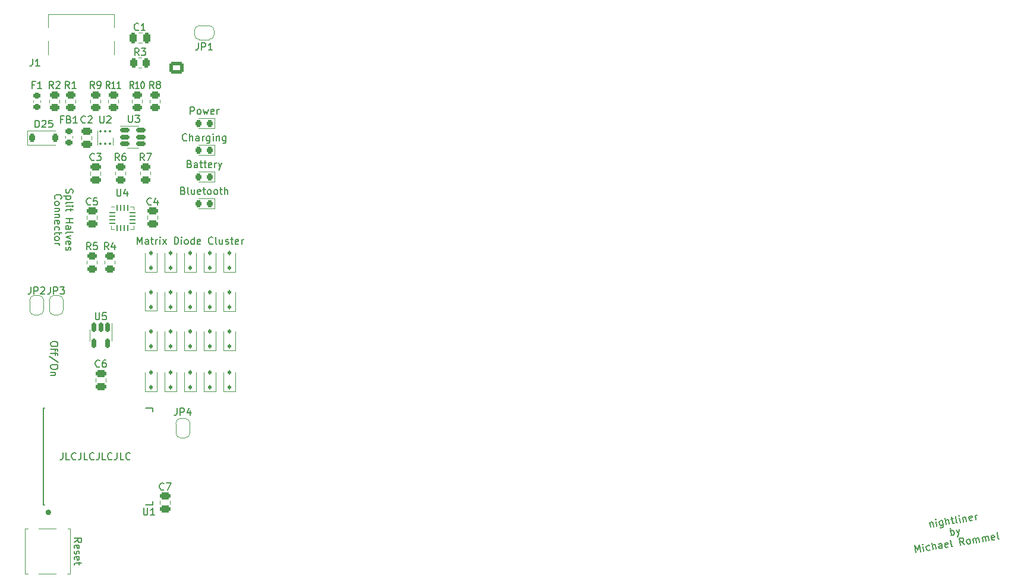
<source format=gbr>
%TF.GenerationSoftware,KiCad,Pcbnew,7.0.7*%
%TF.CreationDate,2023-12-03T19:38:24+01:00*%
%TF.ProjectId,nightliner,6e696768-746c-4696-9e65-722e6b696361,rev?*%
%TF.SameCoordinates,Original*%
%TF.FileFunction,Legend,Top*%
%TF.FilePolarity,Positive*%
%FSLAX46Y46*%
G04 Gerber Fmt 4.6, Leading zero omitted, Abs format (unit mm)*
G04 Created by KiCad (PCBNEW 7.0.7) date 2023-12-03 19:38:24*
%MOMM*%
%LPD*%
G01*
G04 APERTURE LIST*
G04 Aperture macros list*
%AMRoundRect*
0 Rectangle with rounded corners*
0 $1 Rounding radius*
0 $2 $3 $4 $5 $6 $7 $8 $9 X,Y pos of 4 corners*
0 Add a 4 corners polygon primitive as box body*
4,1,4,$2,$3,$4,$5,$6,$7,$8,$9,$2,$3,0*
0 Add four circle primitives for the rounded corners*
1,1,$1+$1,$2,$3*
1,1,$1+$1,$4,$5*
1,1,$1+$1,$6,$7*
1,1,$1+$1,$8,$9*
0 Add four rect primitives between the rounded corners*
20,1,$1+$1,$2,$3,$4,$5,0*
20,1,$1+$1,$4,$5,$6,$7,0*
20,1,$1+$1,$6,$7,$8,$9,0*
20,1,$1+$1,$8,$9,$2,$3,0*%
%AMFreePoly0*
4,1,19,0.500000,-0.750000,0.000000,-0.750000,0.000000,-0.744911,-0.071157,-0.744911,-0.207708,-0.704816,-0.327430,-0.627875,-0.420627,-0.520320,-0.479746,-0.390866,-0.500000,-0.250000,-0.500000,0.250000,-0.479746,0.390866,-0.420627,0.520320,-0.327430,0.627875,-0.207708,0.704816,-0.071157,0.744911,0.000000,0.744911,0.000000,0.750000,0.500000,0.750000,0.500000,-0.750000,0.500000,-0.750000,
$1*%
%AMFreePoly1*
4,1,19,0.000000,0.744911,0.071157,0.744911,0.207708,0.704816,0.327430,0.627875,0.420627,0.520320,0.479746,0.390866,0.500000,0.250000,0.500000,-0.250000,0.479746,-0.390866,0.420627,-0.520320,0.327430,-0.627875,0.207708,-0.704816,0.071157,-0.744911,0.000000,-0.744911,0.000000,-0.750000,-0.500000,-0.750000,-0.500000,0.750000,0.000000,0.750000,0.000000,0.744911,0.000000,0.744911,
$1*%
G04 Aperture macros list end*
%ADD10C,0.200000*%
%ADD11C,0.150000*%
%ADD12C,0.120000*%
%ADD13C,0.400000*%
%ADD14C,0.138297*%
%ADD15RoundRect,0.112500X0.112500X-0.187500X0.112500X0.187500X-0.112500X0.187500X-0.112500X-0.187500X0*%
%ADD16RoundRect,0.250000X-0.450000X0.262500X-0.450000X-0.262500X0.450000X-0.262500X0.450000X0.262500X0*%
%ADD17RoundRect,0.218750X0.218750X0.256250X-0.218750X0.256250X-0.218750X-0.256250X0.218750X-0.256250X0*%
%ADD18C,0.650000*%
%ADD19R,0.600000X1.450000*%
%ADD20R,0.300000X1.450000*%
%ADD21O,1.000000X2.100000*%
%ADD22O,1.000000X1.600000*%
%ADD23C,1.700000*%
%ADD24C,3.000000*%
%ADD25C,3.400000*%
%ADD26RoundRect,0.250000X0.475000X-0.250000X0.475000X0.250000X-0.475000X0.250000X-0.475000X-0.250000X0*%
%ADD27RoundRect,0.250000X0.250000X0.475000X-0.250000X0.475000X-0.250000X-0.475000X0.250000X-0.475000X0*%
%ADD28R,0.700000X0.900000*%
%ADD29R,0.700000X1.000000*%
%ADD30RoundRect,0.093750X-0.106250X0.093750X-0.106250X-0.093750X0.106250X-0.093750X0.106250X0.093750X0*%
%ADD31R,1.600000X1.000000*%
%ADD32R,1.000000X2.800000*%
%ADD33FreePoly0,180.000000*%
%ADD34FreePoly1,180.000000*%
%ADD35RoundRect,0.225000X-0.250000X0.225000X-0.250000X-0.225000X0.250000X-0.225000X0.250000X0.225000X0*%
%ADD36RoundRect,0.250000X0.450000X-0.262500X0.450000X0.262500X-0.450000X0.262500X-0.450000X-0.262500X0*%
%ADD37RoundRect,0.250000X0.262500X0.450000X-0.262500X0.450000X-0.262500X-0.450000X0.262500X-0.450000X0*%
%ADD38RoundRect,0.225000X-0.225000X-0.375000X0.225000X-0.375000X0.225000X0.375000X-0.225000X0.375000X0*%
%ADD39RoundRect,0.150000X-0.150000X0.512500X-0.150000X-0.512500X0.150000X-0.512500X0.150000X0.512500X0*%
%ADD40RoundRect,0.150000X-0.512500X-0.150000X0.512500X-0.150000X0.512500X0.150000X-0.512500X0.150000X0*%
%ADD41FreePoly0,90.000000*%
%ADD42FreePoly1,90.000000*%
%ADD43RoundRect,0.250000X-0.475000X0.250000X-0.475000X-0.250000X0.475000X-0.250000X0.475000X0.250000X0*%
%ADD44FreePoly0,270.000000*%
%ADD45FreePoly1,270.000000*%
%ADD46RoundRect,0.218750X-0.256250X0.218750X-0.256250X-0.218750X0.256250X-0.218750X0.256250X0.218750X0*%
%ADD47RoundRect,0.062500X-0.375000X-0.062500X0.375000X-0.062500X0.375000X0.062500X-0.375000X0.062500X0*%
%ADD48RoundRect,0.062500X-0.062500X-0.375000X0.062500X-0.375000X0.062500X0.375000X-0.062500X0.375000X0*%
%ADD49R,1.600000X1.600000*%
%ADD50RoundRect,0.250000X0.725000X-0.600000X0.725000X0.600000X-0.725000X0.600000X-0.725000X-0.600000X0*%
%ADD51O,1.950000X1.700000*%
%ADD52C,6.000000*%
%ADD53C,2.400000*%
%ADD54R,1.300000X1.300000*%
%ADD55C,1.300000*%
%ADD56C,2.000000*%
%ADD57R,1.100000X1.100000*%
%ADD58C,1.100000*%
G04 APERTURE END LIST*
D10*
X40602780Y-85209333D02*
X40602780Y-85399809D01*
X40602780Y-85399809D02*
X40555161Y-85495047D01*
X40555161Y-85495047D02*
X40459923Y-85590285D01*
X40459923Y-85590285D02*
X40269447Y-85637904D01*
X40269447Y-85637904D02*
X39936114Y-85637904D01*
X39936114Y-85637904D02*
X39745638Y-85590285D01*
X39745638Y-85590285D02*
X39650400Y-85495047D01*
X39650400Y-85495047D02*
X39602780Y-85399809D01*
X39602780Y-85399809D02*
X39602780Y-85209333D01*
X39602780Y-85209333D02*
X39650400Y-85114095D01*
X39650400Y-85114095D02*
X39745638Y-85018857D01*
X39745638Y-85018857D02*
X39936114Y-84971238D01*
X39936114Y-84971238D02*
X40269447Y-84971238D01*
X40269447Y-84971238D02*
X40459923Y-85018857D01*
X40459923Y-85018857D02*
X40555161Y-85114095D01*
X40555161Y-85114095D02*
X40602780Y-85209333D01*
X40269447Y-85923619D02*
X40269447Y-86304571D01*
X39602780Y-86066476D02*
X40459923Y-86066476D01*
X40459923Y-86066476D02*
X40555161Y-86114095D01*
X40555161Y-86114095D02*
X40602780Y-86209333D01*
X40602780Y-86209333D02*
X40602780Y-86304571D01*
X40269447Y-86495048D02*
X40269447Y-86876000D01*
X39602780Y-86637905D02*
X40459923Y-86637905D01*
X40459923Y-86637905D02*
X40555161Y-86685524D01*
X40555161Y-86685524D02*
X40602780Y-86780762D01*
X40602780Y-86780762D02*
X40602780Y-86876000D01*
X40650400Y-87923619D02*
X39364685Y-87066477D01*
X40602780Y-88447429D02*
X40602780Y-88637905D01*
X40602780Y-88637905D02*
X40555161Y-88733143D01*
X40555161Y-88733143D02*
X40459923Y-88828381D01*
X40459923Y-88828381D02*
X40269447Y-88876000D01*
X40269447Y-88876000D02*
X39936114Y-88876000D01*
X39936114Y-88876000D02*
X39745638Y-88828381D01*
X39745638Y-88828381D02*
X39650400Y-88733143D01*
X39650400Y-88733143D02*
X39602780Y-88637905D01*
X39602780Y-88637905D02*
X39602780Y-88447429D01*
X39602780Y-88447429D02*
X39650400Y-88352191D01*
X39650400Y-88352191D02*
X39745638Y-88256953D01*
X39745638Y-88256953D02*
X39936114Y-88209334D01*
X39936114Y-88209334D02*
X40269447Y-88209334D01*
X40269447Y-88209334D02*
X40459923Y-88256953D01*
X40459923Y-88256953D02*
X40555161Y-88352191D01*
X40555161Y-88352191D02*
X40602780Y-88447429D01*
X40269447Y-89304572D02*
X39602780Y-89304572D01*
X40174209Y-89304572D02*
X40221828Y-89352191D01*
X40221828Y-89352191D02*
X40269447Y-89447429D01*
X40269447Y-89447429D02*
X40269447Y-89590286D01*
X40269447Y-89590286D02*
X40221828Y-89685524D01*
X40221828Y-89685524D02*
X40126590Y-89733143D01*
X40126590Y-89733143D02*
X39602780Y-89733143D01*
X42981780Y-113569904D02*
X43457971Y-113236571D01*
X42981780Y-112998476D02*
X43981780Y-112998476D01*
X43981780Y-112998476D02*
X43981780Y-113379428D01*
X43981780Y-113379428D02*
X43934161Y-113474666D01*
X43934161Y-113474666D02*
X43886542Y-113522285D01*
X43886542Y-113522285D02*
X43791304Y-113569904D01*
X43791304Y-113569904D02*
X43648447Y-113569904D01*
X43648447Y-113569904D02*
X43553209Y-113522285D01*
X43553209Y-113522285D02*
X43505590Y-113474666D01*
X43505590Y-113474666D02*
X43457971Y-113379428D01*
X43457971Y-113379428D02*
X43457971Y-112998476D01*
X43029400Y-114379428D02*
X42981780Y-114284190D01*
X42981780Y-114284190D02*
X42981780Y-114093714D01*
X42981780Y-114093714D02*
X43029400Y-113998476D01*
X43029400Y-113998476D02*
X43124638Y-113950857D01*
X43124638Y-113950857D02*
X43505590Y-113950857D01*
X43505590Y-113950857D02*
X43600828Y-113998476D01*
X43600828Y-113998476D02*
X43648447Y-114093714D01*
X43648447Y-114093714D02*
X43648447Y-114284190D01*
X43648447Y-114284190D02*
X43600828Y-114379428D01*
X43600828Y-114379428D02*
X43505590Y-114427047D01*
X43505590Y-114427047D02*
X43410352Y-114427047D01*
X43410352Y-114427047D02*
X43315114Y-113950857D01*
X43029400Y-114808000D02*
X42981780Y-114903238D01*
X42981780Y-114903238D02*
X42981780Y-115093714D01*
X42981780Y-115093714D02*
X43029400Y-115188952D01*
X43029400Y-115188952D02*
X43124638Y-115236571D01*
X43124638Y-115236571D02*
X43172257Y-115236571D01*
X43172257Y-115236571D02*
X43267495Y-115188952D01*
X43267495Y-115188952D02*
X43315114Y-115093714D01*
X43315114Y-115093714D02*
X43315114Y-114950857D01*
X43315114Y-114950857D02*
X43362733Y-114855619D01*
X43362733Y-114855619D02*
X43457971Y-114808000D01*
X43457971Y-114808000D02*
X43505590Y-114808000D01*
X43505590Y-114808000D02*
X43600828Y-114855619D01*
X43600828Y-114855619D02*
X43648447Y-114950857D01*
X43648447Y-114950857D02*
X43648447Y-115093714D01*
X43648447Y-115093714D02*
X43600828Y-115188952D01*
X43029400Y-116046095D02*
X42981780Y-115950857D01*
X42981780Y-115950857D02*
X42981780Y-115760381D01*
X42981780Y-115760381D02*
X43029400Y-115665143D01*
X43029400Y-115665143D02*
X43124638Y-115617524D01*
X43124638Y-115617524D02*
X43505590Y-115617524D01*
X43505590Y-115617524D02*
X43600828Y-115665143D01*
X43600828Y-115665143D02*
X43648447Y-115760381D01*
X43648447Y-115760381D02*
X43648447Y-115950857D01*
X43648447Y-115950857D02*
X43600828Y-116046095D01*
X43600828Y-116046095D02*
X43505590Y-116093714D01*
X43505590Y-116093714D02*
X43410352Y-116093714D01*
X43410352Y-116093714D02*
X43315114Y-115617524D01*
X43648447Y-116379429D02*
X43648447Y-116760381D01*
X43981780Y-116522286D02*
X43124638Y-116522286D01*
X43124638Y-116522286D02*
X43029400Y-116569905D01*
X43029400Y-116569905D02*
X42981780Y-116665143D01*
X42981780Y-116665143D02*
X42981780Y-116760381D01*
X164824299Y-110733462D02*
X164928588Y-111391921D01*
X164839197Y-110827528D02*
X164878781Y-110773046D01*
X164878781Y-110773046D02*
X164965397Y-110711115D01*
X164965397Y-110711115D02*
X165106495Y-110688767D01*
X165106495Y-110688767D02*
X165208010Y-110720901D01*
X165208010Y-110720901D02*
X165269941Y-110807517D01*
X165269941Y-110807517D02*
X165351883Y-111324878D01*
X165822211Y-111250385D02*
X165717921Y-110591926D01*
X165665777Y-110262697D02*
X165626193Y-110317179D01*
X165626193Y-110317179D02*
X165680675Y-110356763D01*
X165680675Y-110356763D02*
X165720259Y-110302280D01*
X165720259Y-110302280D02*
X165665777Y-110262697D01*
X165665777Y-110262697D02*
X165680675Y-110356763D01*
X166611544Y-110450391D02*
X166738181Y-111249948D01*
X166738181Y-111249948D02*
X166706047Y-111351463D01*
X166706047Y-111351463D02*
X166666463Y-111405945D01*
X166666463Y-111405945D02*
X166579847Y-111467876D01*
X166579847Y-111467876D02*
X166438749Y-111490224D01*
X166438749Y-111490224D02*
X166337234Y-111458089D01*
X166708384Y-111061817D02*
X166621768Y-111123748D01*
X166621768Y-111123748D02*
X166433637Y-111153545D01*
X166433637Y-111153545D02*
X166332122Y-111121411D01*
X166332122Y-111121411D02*
X166277640Y-111081827D01*
X166277640Y-111081827D02*
X166215709Y-110995211D01*
X166215709Y-110995211D02*
X166171013Y-110713014D01*
X166171013Y-110713014D02*
X166203147Y-110611499D01*
X166203147Y-110611499D02*
X166242731Y-110557017D01*
X166242731Y-110557017D02*
X166329347Y-110495086D01*
X166329347Y-110495086D02*
X166517478Y-110465289D01*
X166517478Y-110465289D02*
X166618993Y-110497423D01*
X167186161Y-111034357D02*
X167029727Y-110046668D01*
X167609456Y-110967313D02*
X167527514Y-110449953D01*
X167527514Y-110449953D02*
X167465583Y-110363337D01*
X167465583Y-110363337D02*
X167364068Y-110331202D01*
X167364068Y-110331202D02*
X167222970Y-110353550D01*
X167222970Y-110353550D02*
X167136354Y-110415481D01*
X167136354Y-110415481D02*
X167096770Y-110469963D01*
X167834396Y-110256710D02*
X168210658Y-110197116D01*
X167923350Y-109905133D02*
X168057436Y-110751723D01*
X168057436Y-110751723D02*
X168119368Y-110838339D01*
X168119368Y-110838339D02*
X168220883Y-110870473D01*
X168220883Y-110870473D02*
X168314948Y-110855575D01*
X168785276Y-110781082D02*
X168683761Y-110748948D01*
X168683761Y-110748948D02*
X168621830Y-110662331D01*
X168621830Y-110662331D02*
X168487743Y-109815741D01*
X169161539Y-110721488D02*
X169057249Y-110063029D01*
X169005105Y-109733799D02*
X168965521Y-109788281D01*
X168965521Y-109788281D02*
X169020003Y-109827865D01*
X169020003Y-109827865D02*
X169059587Y-109773383D01*
X169059587Y-109773383D02*
X169005105Y-109733799D01*
X169005105Y-109733799D02*
X169020003Y-109827865D01*
X169527577Y-109988536D02*
X169631866Y-110646995D01*
X169542475Y-110082602D02*
X169582059Y-110028120D01*
X169582059Y-110028120D02*
X169668675Y-109966189D01*
X169668675Y-109966189D02*
X169809773Y-109943841D01*
X169809773Y-109943841D02*
X169911288Y-109975975D01*
X169911288Y-109975975D02*
X169973219Y-110062591D01*
X169973219Y-110062591D02*
X170055161Y-110579952D01*
X170894302Y-110398832D02*
X170807686Y-110460764D01*
X170807686Y-110460764D02*
X170619555Y-110490561D01*
X170619555Y-110490561D02*
X170518040Y-110458426D01*
X170518040Y-110458426D02*
X170456109Y-110371810D01*
X170456109Y-110371810D02*
X170396515Y-109995548D01*
X170396515Y-109995548D02*
X170428649Y-109894033D01*
X170428649Y-109894033D02*
X170515265Y-109832102D01*
X170515265Y-109832102D02*
X170703396Y-109802305D01*
X170703396Y-109802305D02*
X170804911Y-109834439D01*
X170804911Y-109834439D02*
X170866842Y-109921055D01*
X170866842Y-109921055D02*
X170881741Y-110015121D01*
X170881741Y-110015121D02*
X170426312Y-110183679D01*
X171372079Y-110371373D02*
X171267790Y-109712914D01*
X171297587Y-109901045D02*
X171329721Y-109799530D01*
X171329721Y-109799530D02*
X171369304Y-109745048D01*
X171369304Y-109745048D02*
X171455921Y-109683117D01*
X171455921Y-109683117D02*
X171549986Y-109668218D01*
X167884833Y-112553767D02*
X167728398Y-111566078D01*
X167787992Y-111942341D02*
X167874609Y-111880409D01*
X167874609Y-111880409D02*
X168062740Y-111850612D01*
X168062740Y-111850612D02*
X168164255Y-111882746D01*
X168164255Y-111882746D02*
X168218737Y-111922330D01*
X168218737Y-111922330D02*
X168280668Y-112008946D01*
X168280668Y-112008946D02*
X168325363Y-112291143D01*
X168325363Y-112291143D02*
X168293229Y-112392658D01*
X168293229Y-112392658D02*
X168253646Y-112447140D01*
X168253646Y-112447140D02*
X168167029Y-112509071D01*
X168167029Y-112509071D02*
X167978898Y-112538868D01*
X167978898Y-112538868D02*
X167877383Y-112506734D01*
X168580100Y-111768670D02*
X168919554Y-112389883D01*
X169050428Y-111694178D02*
X168919554Y-112389883D01*
X168919554Y-112389883D02*
X168862735Y-112639945D01*
X168862735Y-112639945D02*
X168823151Y-112694427D01*
X168823151Y-112694427D02*
X168736535Y-112756359D01*
X162845504Y-114981986D02*
X162689070Y-113994298D01*
X162689070Y-113994298D02*
X163130038Y-114647645D01*
X163130038Y-114647645D02*
X163347528Y-113890008D01*
X163347528Y-113890008D02*
X163503963Y-114877697D01*
X163974291Y-114803204D02*
X163870001Y-114144745D01*
X163817856Y-113815516D02*
X163778273Y-113869998D01*
X163778273Y-113869998D02*
X163832755Y-113909581D01*
X163832755Y-113909581D02*
X163872338Y-113855099D01*
X163872338Y-113855099D02*
X163817856Y-113815516D01*
X163817856Y-113815516D02*
X163832755Y-113909581D01*
X164860464Y-114614636D02*
X164773847Y-114676567D01*
X164773847Y-114676567D02*
X164585716Y-114706364D01*
X164585716Y-114706364D02*
X164484201Y-114674230D01*
X164484201Y-114674230D02*
X164429719Y-114634646D01*
X164429719Y-114634646D02*
X164367788Y-114548030D01*
X164367788Y-114548030D02*
X164323093Y-114265833D01*
X164323093Y-114265833D02*
X164355227Y-114164318D01*
X164355227Y-114164318D02*
X164394810Y-114109836D01*
X164394810Y-114109836D02*
X164481427Y-114047905D01*
X164481427Y-114047905D02*
X164669558Y-114018108D01*
X164669558Y-114018108D02*
X164771073Y-114050242D01*
X165291208Y-114594625D02*
X165134774Y-113606937D01*
X165714503Y-114527582D02*
X165632561Y-114010221D01*
X165632561Y-114010221D02*
X165570630Y-113923605D01*
X165570630Y-113923605D02*
X165469115Y-113891471D01*
X165469115Y-113891471D02*
X165328017Y-113913818D01*
X165328017Y-113913818D02*
X165241400Y-113975750D01*
X165241400Y-113975750D02*
X165201817Y-114030232D01*
X166608126Y-114386046D02*
X166526184Y-113868685D01*
X166526184Y-113868685D02*
X166464253Y-113782069D01*
X166464253Y-113782069D02*
X166362738Y-113749935D01*
X166362738Y-113749935D02*
X166174607Y-113779732D01*
X166174607Y-113779732D02*
X166087991Y-113841663D01*
X166600677Y-114339013D02*
X166514060Y-114400944D01*
X166514060Y-114400944D02*
X166278896Y-114438191D01*
X166278896Y-114438191D02*
X166177382Y-114406056D01*
X166177382Y-114406056D02*
X166115450Y-114319440D01*
X166115450Y-114319440D02*
X166100552Y-114225374D01*
X166100552Y-114225374D02*
X166132686Y-114123860D01*
X166132686Y-114123860D02*
X166219302Y-114061928D01*
X166219302Y-114061928D02*
X166454466Y-114024682D01*
X166454466Y-114024682D02*
X166541083Y-113962751D01*
X167447267Y-114204926D02*
X167360650Y-114266858D01*
X167360650Y-114266858D02*
X167172519Y-114296655D01*
X167172519Y-114296655D02*
X167071005Y-114264520D01*
X167071005Y-114264520D02*
X167009073Y-114177904D01*
X167009073Y-114177904D02*
X166949479Y-113801642D01*
X166949479Y-113801642D02*
X166981613Y-113700127D01*
X166981613Y-113700127D02*
X167068230Y-113638196D01*
X167068230Y-113638196D02*
X167256361Y-113608399D01*
X167256361Y-113608399D02*
X167357876Y-113640533D01*
X167357876Y-113640533D02*
X167419807Y-113727149D01*
X167419807Y-113727149D02*
X167434705Y-113821215D01*
X167434705Y-113821215D02*
X166979276Y-113989773D01*
X168066142Y-114155119D02*
X167964627Y-114122984D01*
X167964627Y-114122984D02*
X167902696Y-114036368D01*
X167902696Y-114036368D02*
X167768609Y-113189778D01*
X169759323Y-113886945D02*
X169355601Y-113468762D01*
X169194930Y-113976336D02*
X169038495Y-112988648D01*
X169038495Y-112988648D02*
X169414757Y-112929054D01*
X169414757Y-112929054D02*
X169516272Y-112961188D01*
X169516272Y-112961188D02*
X169570754Y-113000772D01*
X169570754Y-113000772D02*
X169632686Y-113087388D01*
X169632686Y-113087388D02*
X169655033Y-113228486D01*
X169655033Y-113228486D02*
X169622899Y-113330001D01*
X169622899Y-113330001D02*
X169583316Y-113384483D01*
X169583316Y-113384483D02*
X169496699Y-113446414D01*
X169496699Y-113446414D02*
X169120437Y-113506008D01*
X170323716Y-113797554D02*
X170222202Y-113765420D01*
X170222202Y-113765420D02*
X170167719Y-113725836D01*
X170167719Y-113725836D02*
X170105788Y-113639220D01*
X170105788Y-113639220D02*
X170061093Y-113357023D01*
X170061093Y-113357023D02*
X170093227Y-113255508D01*
X170093227Y-113255508D02*
X170132810Y-113201026D01*
X170132810Y-113201026D02*
X170219427Y-113139095D01*
X170219427Y-113139095D02*
X170360525Y-113116747D01*
X170360525Y-113116747D02*
X170462040Y-113148882D01*
X170462040Y-113148882D02*
X170516522Y-113188465D01*
X170516522Y-113188465D02*
X170578453Y-113275081D01*
X170578453Y-113275081D02*
X170623149Y-113557278D01*
X170623149Y-113557278D02*
X170591015Y-113658793D01*
X170591015Y-113658793D02*
X170551431Y-113713275D01*
X170551431Y-113713275D02*
X170464815Y-113775206D01*
X170464815Y-113775206D02*
X170323716Y-113797554D01*
X171076241Y-113678366D02*
X170971951Y-113019907D01*
X170986850Y-113113972D02*
X171026433Y-113059490D01*
X171026433Y-113059490D02*
X171113050Y-112997559D01*
X171113050Y-112997559D02*
X171254148Y-112975211D01*
X171254148Y-112975211D02*
X171355663Y-113007346D01*
X171355663Y-113007346D02*
X171417594Y-113093962D01*
X171417594Y-113093962D02*
X171499536Y-113611322D01*
X171417594Y-113093962D02*
X171449728Y-112992447D01*
X171449728Y-112992447D02*
X171536345Y-112930516D01*
X171536345Y-112930516D02*
X171677443Y-112908168D01*
X171677443Y-112908168D02*
X171778958Y-112940302D01*
X171778958Y-112940302D02*
X171840889Y-113026919D01*
X171840889Y-113026919D02*
X171922831Y-113544279D01*
X172393158Y-113469787D02*
X172288869Y-112811328D01*
X172303767Y-112905393D02*
X172343351Y-112850911D01*
X172343351Y-112850911D02*
X172429967Y-112788980D01*
X172429967Y-112788980D02*
X172571065Y-112766632D01*
X172571065Y-112766632D02*
X172672580Y-112798766D01*
X172672580Y-112798766D02*
X172734511Y-112885383D01*
X172734511Y-112885383D02*
X172816453Y-113402743D01*
X172734511Y-112885383D02*
X172766646Y-112783868D01*
X172766646Y-112783868D02*
X172853262Y-112721937D01*
X172853262Y-112721937D02*
X172994360Y-112699589D01*
X172994360Y-112699589D02*
X173095875Y-112731723D01*
X173095875Y-112731723D02*
X173157806Y-112818339D01*
X173157806Y-112818339D02*
X173239748Y-113335700D01*
X174078889Y-113154581D02*
X173992272Y-113216512D01*
X173992272Y-113216512D02*
X173804141Y-113246309D01*
X173804141Y-113246309D02*
X173702627Y-113214175D01*
X173702627Y-113214175D02*
X173640695Y-113127558D01*
X173640695Y-113127558D02*
X173581101Y-112751296D01*
X173581101Y-112751296D02*
X173613235Y-112649781D01*
X173613235Y-112649781D02*
X173699852Y-112587850D01*
X173699852Y-112587850D02*
X173887983Y-112558053D01*
X173887983Y-112558053D02*
X173989498Y-112590187D01*
X173989498Y-112590187D02*
X174051429Y-112676803D01*
X174051429Y-112676803D02*
X174066327Y-112770869D01*
X174066327Y-112770869D02*
X173610898Y-112939427D01*
X174697764Y-113104773D02*
X174596249Y-113072639D01*
X174596249Y-113072639D02*
X174534318Y-112986022D01*
X174534318Y-112986022D02*
X174400231Y-112139432D01*
X51935999Y-71064219D02*
X51935999Y-70064219D01*
X51935999Y-70064219D02*
X52269332Y-70778504D01*
X52269332Y-70778504D02*
X52602665Y-70064219D01*
X52602665Y-70064219D02*
X52602665Y-71064219D01*
X53507427Y-71064219D02*
X53507427Y-70540409D01*
X53507427Y-70540409D02*
X53459808Y-70445171D01*
X53459808Y-70445171D02*
X53364570Y-70397552D01*
X53364570Y-70397552D02*
X53174094Y-70397552D01*
X53174094Y-70397552D02*
X53078856Y-70445171D01*
X53507427Y-71016600D02*
X53412189Y-71064219D01*
X53412189Y-71064219D02*
X53174094Y-71064219D01*
X53174094Y-71064219D02*
X53078856Y-71016600D01*
X53078856Y-71016600D02*
X53031237Y-70921361D01*
X53031237Y-70921361D02*
X53031237Y-70826123D01*
X53031237Y-70826123D02*
X53078856Y-70730885D01*
X53078856Y-70730885D02*
X53174094Y-70683266D01*
X53174094Y-70683266D02*
X53412189Y-70683266D01*
X53412189Y-70683266D02*
X53507427Y-70635647D01*
X53840761Y-70397552D02*
X54221713Y-70397552D01*
X53983618Y-70064219D02*
X53983618Y-70921361D01*
X53983618Y-70921361D02*
X54031237Y-71016600D01*
X54031237Y-71016600D02*
X54126475Y-71064219D01*
X54126475Y-71064219D02*
X54221713Y-71064219D01*
X54555047Y-71064219D02*
X54555047Y-70397552D01*
X54555047Y-70588028D02*
X54602666Y-70492790D01*
X54602666Y-70492790D02*
X54650285Y-70445171D01*
X54650285Y-70445171D02*
X54745523Y-70397552D01*
X54745523Y-70397552D02*
X54840761Y-70397552D01*
X55174095Y-71064219D02*
X55174095Y-70397552D01*
X55174095Y-70064219D02*
X55126476Y-70111838D01*
X55126476Y-70111838D02*
X55174095Y-70159457D01*
X55174095Y-70159457D02*
X55221714Y-70111838D01*
X55221714Y-70111838D02*
X55174095Y-70064219D01*
X55174095Y-70064219D02*
X55174095Y-70159457D01*
X55555047Y-71064219D02*
X56078856Y-70397552D01*
X55555047Y-70397552D02*
X56078856Y-71064219D01*
X57221714Y-71064219D02*
X57221714Y-70064219D01*
X57221714Y-70064219D02*
X57459809Y-70064219D01*
X57459809Y-70064219D02*
X57602666Y-70111838D01*
X57602666Y-70111838D02*
X57697904Y-70207076D01*
X57697904Y-70207076D02*
X57745523Y-70302314D01*
X57745523Y-70302314D02*
X57793142Y-70492790D01*
X57793142Y-70492790D02*
X57793142Y-70635647D01*
X57793142Y-70635647D02*
X57745523Y-70826123D01*
X57745523Y-70826123D02*
X57697904Y-70921361D01*
X57697904Y-70921361D02*
X57602666Y-71016600D01*
X57602666Y-71016600D02*
X57459809Y-71064219D01*
X57459809Y-71064219D02*
X57221714Y-71064219D01*
X58221714Y-71064219D02*
X58221714Y-70397552D01*
X58221714Y-70064219D02*
X58174095Y-70111838D01*
X58174095Y-70111838D02*
X58221714Y-70159457D01*
X58221714Y-70159457D02*
X58269333Y-70111838D01*
X58269333Y-70111838D02*
X58221714Y-70064219D01*
X58221714Y-70064219D02*
X58221714Y-70159457D01*
X58840761Y-71064219D02*
X58745523Y-71016600D01*
X58745523Y-71016600D02*
X58697904Y-70968980D01*
X58697904Y-70968980D02*
X58650285Y-70873742D01*
X58650285Y-70873742D02*
X58650285Y-70588028D01*
X58650285Y-70588028D02*
X58697904Y-70492790D01*
X58697904Y-70492790D02*
X58745523Y-70445171D01*
X58745523Y-70445171D02*
X58840761Y-70397552D01*
X58840761Y-70397552D02*
X58983618Y-70397552D01*
X58983618Y-70397552D02*
X59078856Y-70445171D01*
X59078856Y-70445171D02*
X59126475Y-70492790D01*
X59126475Y-70492790D02*
X59174094Y-70588028D01*
X59174094Y-70588028D02*
X59174094Y-70873742D01*
X59174094Y-70873742D02*
X59126475Y-70968980D01*
X59126475Y-70968980D02*
X59078856Y-71016600D01*
X59078856Y-71016600D02*
X58983618Y-71064219D01*
X58983618Y-71064219D02*
X58840761Y-71064219D01*
X60031237Y-71064219D02*
X60031237Y-70064219D01*
X60031237Y-71016600D02*
X59935999Y-71064219D01*
X59935999Y-71064219D02*
X59745523Y-71064219D01*
X59745523Y-71064219D02*
X59650285Y-71016600D01*
X59650285Y-71016600D02*
X59602666Y-70968980D01*
X59602666Y-70968980D02*
X59555047Y-70873742D01*
X59555047Y-70873742D02*
X59555047Y-70588028D01*
X59555047Y-70588028D02*
X59602666Y-70492790D01*
X59602666Y-70492790D02*
X59650285Y-70445171D01*
X59650285Y-70445171D02*
X59745523Y-70397552D01*
X59745523Y-70397552D02*
X59935999Y-70397552D01*
X59935999Y-70397552D02*
X60031237Y-70445171D01*
X60888380Y-71016600D02*
X60793142Y-71064219D01*
X60793142Y-71064219D02*
X60602666Y-71064219D01*
X60602666Y-71064219D02*
X60507428Y-71016600D01*
X60507428Y-71016600D02*
X60459809Y-70921361D01*
X60459809Y-70921361D02*
X60459809Y-70540409D01*
X60459809Y-70540409D02*
X60507428Y-70445171D01*
X60507428Y-70445171D02*
X60602666Y-70397552D01*
X60602666Y-70397552D02*
X60793142Y-70397552D01*
X60793142Y-70397552D02*
X60888380Y-70445171D01*
X60888380Y-70445171D02*
X60935999Y-70540409D01*
X60935999Y-70540409D02*
X60935999Y-70635647D01*
X60935999Y-70635647D02*
X60459809Y-70730885D01*
X62697904Y-70968980D02*
X62650285Y-71016600D01*
X62650285Y-71016600D02*
X62507428Y-71064219D01*
X62507428Y-71064219D02*
X62412190Y-71064219D01*
X62412190Y-71064219D02*
X62269333Y-71016600D01*
X62269333Y-71016600D02*
X62174095Y-70921361D01*
X62174095Y-70921361D02*
X62126476Y-70826123D01*
X62126476Y-70826123D02*
X62078857Y-70635647D01*
X62078857Y-70635647D02*
X62078857Y-70492790D01*
X62078857Y-70492790D02*
X62126476Y-70302314D01*
X62126476Y-70302314D02*
X62174095Y-70207076D01*
X62174095Y-70207076D02*
X62269333Y-70111838D01*
X62269333Y-70111838D02*
X62412190Y-70064219D01*
X62412190Y-70064219D02*
X62507428Y-70064219D01*
X62507428Y-70064219D02*
X62650285Y-70111838D01*
X62650285Y-70111838D02*
X62697904Y-70159457D01*
X63269333Y-71064219D02*
X63174095Y-71016600D01*
X63174095Y-71016600D02*
X63126476Y-70921361D01*
X63126476Y-70921361D02*
X63126476Y-70064219D01*
X64078857Y-70397552D02*
X64078857Y-71064219D01*
X63650286Y-70397552D02*
X63650286Y-70921361D01*
X63650286Y-70921361D02*
X63697905Y-71016600D01*
X63697905Y-71016600D02*
X63793143Y-71064219D01*
X63793143Y-71064219D02*
X63936000Y-71064219D01*
X63936000Y-71064219D02*
X64031238Y-71016600D01*
X64031238Y-71016600D02*
X64078857Y-70968980D01*
X64507429Y-71016600D02*
X64602667Y-71064219D01*
X64602667Y-71064219D02*
X64793143Y-71064219D01*
X64793143Y-71064219D02*
X64888381Y-71016600D01*
X64888381Y-71016600D02*
X64936000Y-70921361D01*
X64936000Y-70921361D02*
X64936000Y-70873742D01*
X64936000Y-70873742D02*
X64888381Y-70778504D01*
X64888381Y-70778504D02*
X64793143Y-70730885D01*
X64793143Y-70730885D02*
X64650286Y-70730885D01*
X64650286Y-70730885D02*
X64555048Y-70683266D01*
X64555048Y-70683266D02*
X64507429Y-70588028D01*
X64507429Y-70588028D02*
X64507429Y-70540409D01*
X64507429Y-70540409D02*
X64555048Y-70445171D01*
X64555048Y-70445171D02*
X64650286Y-70397552D01*
X64650286Y-70397552D02*
X64793143Y-70397552D01*
X64793143Y-70397552D02*
X64888381Y-70445171D01*
X65221715Y-70397552D02*
X65602667Y-70397552D01*
X65364572Y-70064219D02*
X65364572Y-70921361D01*
X65364572Y-70921361D02*
X65412191Y-71016600D01*
X65412191Y-71016600D02*
X65507429Y-71064219D01*
X65507429Y-71064219D02*
X65602667Y-71064219D01*
X66316953Y-71016600D02*
X66221715Y-71064219D01*
X66221715Y-71064219D02*
X66031239Y-71064219D01*
X66031239Y-71064219D02*
X65936001Y-71016600D01*
X65936001Y-71016600D02*
X65888382Y-70921361D01*
X65888382Y-70921361D02*
X65888382Y-70540409D01*
X65888382Y-70540409D02*
X65936001Y-70445171D01*
X65936001Y-70445171D02*
X66031239Y-70397552D01*
X66031239Y-70397552D02*
X66221715Y-70397552D01*
X66221715Y-70397552D02*
X66316953Y-70445171D01*
X66316953Y-70445171D02*
X66364572Y-70540409D01*
X66364572Y-70540409D02*
X66364572Y-70635647D01*
X66364572Y-70635647D02*
X65888382Y-70730885D01*
X66793144Y-71064219D02*
X66793144Y-70397552D01*
X66793144Y-70588028D02*
X66840763Y-70492790D01*
X66840763Y-70492790D02*
X66888382Y-70445171D01*
X66888382Y-70445171D02*
X66983620Y-70397552D01*
X66983620Y-70397552D02*
X67078858Y-70397552D01*
D11*
X41799800Y-63206856D02*
X41752180Y-63349713D01*
X41752180Y-63349713D02*
X41752180Y-63587808D01*
X41752180Y-63587808D02*
X41799800Y-63683046D01*
X41799800Y-63683046D02*
X41847419Y-63730665D01*
X41847419Y-63730665D02*
X41942657Y-63778284D01*
X41942657Y-63778284D02*
X42037895Y-63778284D01*
X42037895Y-63778284D02*
X42133133Y-63730665D01*
X42133133Y-63730665D02*
X42180752Y-63683046D01*
X42180752Y-63683046D02*
X42228371Y-63587808D01*
X42228371Y-63587808D02*
X42275990Y-63397332D01*
X42275990Y-63397332D02*
X42323609Y-63302094D01*
X42323609Y-63302094D02*
X42371228Y-63254475D01*
X42371228Y-63254475D02*
X42466466Y-63206856D01*
X42466466Y-63206856D02*
X42561704Y-63206856D01*
X42561704Y-63206856D02*
X42656942Y-63254475D01*
X42656942Y-63254475D02*
X42704561Y-63302094D01*
X42704561Y-63302094D02*
X42752180Y-63397332D01*
X42752180Y-63397332D02*
X42752180Y-63635427D01*
X42752180Y-63635427D02*
X42704561Y-63778284D01*
X42418847Y-64206856D02*
X41418847Y-64206856D01*
X42371228Y-64206856D02*
X42418847Y-64302094D01*
X42418847Y-64302094D02*
X42418847Y-64492570D01*
X42418847Y-64492570D02*
X42371228Y-64587808D01*
X42371228Y-64587808D02*
X42323609Y-64635427D01*
X42323609Y-64635427D02*
X42228371Y-64683046D01*
X42228371Y-64683046D02*
X41942657Y-64683046D01*
X41942657Y-64683046D02*
X41847419Y-64635427D01*
X41847419Y-64635427D02*
X41799800Y-64587808D01*
X41799800Y-64587808D02*
X41752180Y-64492570D01*
X41752180Y-64492570D02*
X41752180Y-64302094D01*
X41752180Y-64302094D02*
X41799800Y-64206856D01*
X41752180Y-65254475D02*
X41799800Y-65159237D01*
X41799800Y-65159237D02*
X41895038Y-65111618D01*
X41895038Y-65111618D02*
X42752180Y-65111618D01*
X41752180Y-65635428D02*
X42418847Y-65635428D01*
X42752180Y-65635428D02*
X42704561Y-65587809D01*
X42704561Y-65587809D02*
X42656942Y-65635428D01*
X42656942Y-65635428D02*
X42704561Y-65683047D01*
X42704561Y-65683047D02*
X42752180Y-65635428D01*
X42752180Y-65635428D02*
X42656942Y-65635428D01*
X42418847Y-65968761D02*
X42418847Y-66349713D01*
X42752180Y-66111618D02*
X41895038Y-66111618D01*
X41895038Y-66111618D02*
X41799800Y-66159237D01*
X41799800Y-66159237D02*
X41752180Y-66254475D01*
X41752180Y-66254475D02*
X41752180Y-66349713D01*
X41752180Y-67444952D02*
X42752180Y-67444952D01*
X42275990Y-67444952D02*
X42275990Y-68016380D01*
X41752180Y-68016380D02*
X42752180Y-68016380D01*
X41752180Y-68921142D02*
X42275990Y-68921142D01*
X42275990Y-68921142D02*
X42371228Y-68873523D01*
X42371228Y-68873523D02*
X42418847Y-68778285D01*
X42418847Y-68778285D02*
X42418847Y-68587809D01*
X42418847Y-68587809D02*
X42371228Y-68492571D01*
X41799800Y-68921142D02*
X41752180Y-68825904D01*
X41752180Y-68825904D02*
X41752180Y-68587809D01*
X41752180Y-68587809D02*
X41799800Y-68492571D01*
X41799800Y-68492571D02*
X41895038Y-68444952D01*
X41895038Y-68444952D02*
X41990276Y-68444952D01*
X41990276Y-68444952D02*
X42085514Y-68492571D01*
X42085514Y-68492571D02*
X42133133Y-68587809D01*
X42133133Y-68587809D02*
X42133133Y-68825904D01*
X42133133Y-68825904D02*
X42180752Y-68921142D01*
X41752180Y-69540190D02*
X41799800Y-69444952D01*
X41799800Y-69444952D02*
X41895038Y-69397333D01*
X41895038Y-69397333D02*
X42752180Y-69397333D01*
X42418847Y-69825905D02*
X41752180Y-70064000D01*
X41752180Y-70064000D02*
X42418847Y-70302095D01*
X41799800Y-71064000D02*
X41752180Y-70968762D01*
X41752180Y-70968762D02*
X41752180Y-70778286D01*
X41752180Y-70778286D02*
X41799800Y-70683048D01*
X41799800Y-70683048D02*
X41895038Y-70635429D01*
X41895038Y-70635429D02*
X42275990Y-70635429D01*
X42275990Y-70635429D02*
X42371228Y-70683048D01*
X42371228Y-70683048D02*
X42418847Y-70778286D01*
X42418847Y-70778286D02*
X42418847Y-70968762D01*
X42418847Y-70968762D02*
X42371228Y-71064000D01*
X42371228Y-71064000D02*
X42275990Y-71111619D01*
X42275990Y-71111619D02*
X42180752Y-71111619D01*
X42180752Y-71111619D02*
X42085514Y-70635429D01*
X41799800Y-71492572D02*
X41752180Y-71587810D01*
X41752180Y-71587810D02*
X41752180Y-71778286D01*
X41752180Y-71778286D02*
X41799800Y-71873524D01*
X41799800Y-71873524D02*
X41895038Y-71921143D01*
X41895038Y-71921143D02*
X41942657Y-71921143D01*
X41942657Y-71921143D02*
X42037895Y-71873524D01*
X42037895Y-71873524D02*
X42085514Y-71778286D01*
X42085514Y-71778286D02*
X42085514Y-71635429D01*
X42085514Y-71635429D02*
X42133133Y-71540191D01*
X42133133Y-71540191D02*
X42228371Y-71492572D01*
X42228371Y-71492572D02*
X42275990Y-71492572D01*
X42275990Y-71492572D02*
X42371228Y-71540191D01*
X42371228Y-71540191D02*
X42418847Y-71635429D01*
X42418847Y-71635429D02*
X42418847Y-71778286D01*
X42418847Y-71778286D02*
X42371228Y-71873524D01*
X40237419Y-64611618D02*
X40189800Y-64563999D01*
X40189800Y-64563999D02*
X40142180Y-64421142D01*
X40142180Y-64421142D02*
X40142180Y-64325904D01*
X40142180Y-64325904D02*
X40189800Y-64183047D01*
X40189800Y-64183047D02*
X40285038Y-64087809D01*
X40285038Y-64087809D02*
X40380276Y-64040190D01*
X40380276Y-64040190D02*
X40570752Y-63992571D01*
X40570752Y-63992571D02*
X40713609Y-63992571D01*
X40713609Y-63992571D02*
X40904085Y-64040190D01*
X40904085Y-64040190D02*
X40999323Y-64087809D01*
X40999323Y-64087809D02*
X41094561Y-64183047D01*
X41094561Y-64183047D02*
X41142180Y-64325904D01*
X41142180Y-64325904D02*
X41142180Y-64421142D01*
X41142180Y-64421142D02*
X41094561Y-64563999D01*
X41094561Y-64563999D02*
X41046942Y-64611618D01*
X40142180Y-65183047D02*
X40189800Y-65087809D01*
X40189800Y-65087809D02*
X40237419Y-65040190D01*
X40237419Y-65040190D02*
X40332657Y-64992571D01*
X40332657Y-64992571D02*
X40618371Y-64992571D01*
X40618371Y-64992571D02*
X40713609Y-65040190D01*
X40713609Y-65040190D02*
X40761228Y-65087809D01*
X40761228Y-65087809D02*
X40808847Y-65183047D01*
X40808847Y-65183047D02*
X40808847Y-65325904D01*
X40808847Y-65325904D02*
X40761228Y-65421142D01*
X40761228Y-65421142D02*
X40713609Y-65468761D01*
X40713609Y-65468761D02*
X40618371Y-65516380D01*
X40618371Y-65516380D02*
X40332657Y-65516380D01*
X40332657Y-65516380D02*
X40237419Y-65468761D01*
X40237419Y-65468761D02*
X40189800Y-65421142D01*
X40189800Y-65421142D02*
X40142180Y-65325904D01*
X40142180Y-65325904D02*
X40142180Y-65183047D01*
X40808847Y-65944952D02*
X40142180Y-65944952D01*
X40713609Y-65944952D02*
X40761228Y-65992571D01*
X40761228Y-65992571D02*
X40808847Y-66087809D01*
X40808847Y-66087809D02*
X40808847Y-66230666D01*
X40808847Y-66230666D02*
X40761228Y-66325904D01*
X40761228Y-66325904D02*
X40665990Y-66373523D01*
X40665990Y-66373523D02*
X40142180Y-66373523D01*
X40808847Y-66849714D02*
X40142180Y-66849714D01*
X40713609Y-66849714D02*
X40761228Y-66897333D01*
X40761228Y-66897333D02*
X40808847Y-66992571D01*
X40808847Y-66992571D02*
X40808847Y-67135428D01*
X40808847Y-67135428D02*
X40761228Y-67230666D01*
X40761228Y-67230666D02*
X40665990Y-67278285D01*
X40665990Y-67278285D02*
X40142180Y-67278285D01*
X40189800Y-68135428D02*
X40142180Y-68040190D01*
X40142180Y-68040190D02*
X40142180Y-67849714D01*
X40142180Y-67849714D02*
X40189800Y-67754476D01*
X40189800Y-67754476D02*
X40285038Y-67706857D01*
X40285038Y-67706857D02*
X40665990Y-67706857D01*
X40665990Y-67706857D02*
X40761228Y-67754476D01*
X40761228Y-67754476D02*
X40808847Y-67849714D01*
X40808847Y-67849714D02*
X40808847Y-68040190D01*
X40808847Y-68040190D02*
X40761228Y-68135428D01*
X40761228Y-68135428D02*
X40665990Y-68183047D01*
X40665990Y-68183047D02*
X40570752Y-68183047D01*
X40570752Y-68183047D02*
X40475514Y-67706857D01*
X40189800Y-69040190D02*
X40142180Y-68944952D01*
X40142180Y-68944952D02*
X40142180Y-68754476D01*
X40142180Y-68754476D02*
X40189800Y-68659238D01*
X40189800Y-68659238D02*
X40237419Y-68611619D01*
X40237419Y-68611619D02*
X40332657Y-68564000D01*
X40332657Y-68564000D02*
X40618371Y-68564000D01*
X40618371Y-68564000D02*
X40713609Y-68611619D01*
X40713609Y-68611619D02*
X40761228Y-68659238D01*
X40761228Y-68659238D02*
X40808847Y-68754476D01*
X40808847Y-68754476D02*
X40808847Y-68944952D01*
X40808847Y-68944952D02*
X40761228Y-69040190D01*
X40808847Y-69325905D02*
X40808847Y-69706857D01*
X41142180Y-69468762D02*
X40285038Y-69468762D01*
X40285038Y-69468762D02*
X40189800Y-69516381D01*
X40189800Y-69516381D02*
X40142180Y-69611619D01*
X40142180Y-69611619D02*
X40142180Y-69706857D01*
X40142180Y-70183048D02*
X40189800Y-70087810D01*
X40189800Y-70087810D02*
X40237419Y-70040191D01*
X40237419Y-70040191D02*
X40332657Y-69992572D01*
X40332657Y-69992572D02*
X40618371Y-69992572D01*
X40618371Y-69992572D02*
X40713609Y-70040191D01*
X40713609Y-70040191D02*
X40761228Y-70087810D01*
X40761228Y-70087810D02*
X40808847Y-70183048D01*
X40808847Y-70183048D02*
X40808847Y-70325905D01*
X40808847Y-70325905D02*
X40761228Y-70421143D01*
X40761228Y-70421143D02*
X40713609Y-70468762D01*
X40713609Y-70468762D02*
X40618371Y-70516381D01*
X40618371Y-70516381D02*
X40332657Y-70516381D01*
X40332657Y-70516381D02*
X40237419Y-70468762D01*
X40237419Y-70468762D02*
X40189800Y-70421143D01*
X40189800Y-70421143D02*
X40142180Y-70325905D01*
X40142180Y-70325905D02*
X40142180Y-70183048D01*
X40142180Y-70944953D02*
X40808847Y-70944953D01*
X40618371Y-70944953D02*
X40713609Y-70992572D01*
X40713609Y-70992572D02*
X40761228Y-71040191D01*
X40761228Y-71040191D02*
X40808847Y-71135429D01*
X40808847Y-71135429D02*
X40808847Y-71230667D01*
D10*
X41326951Y-100798219D02*
X41326951Y-101512504D01*
X41326951Y-101512504D02*
X41279332Y-101655361D01*
X41279332Y-101655361D02*
X41184094Y-101750600D01*
X41184094Y-101750600D02*
X41041237Y-101798219D01*
X41041237Y-101798219D02*
X40945999Y-101798219D01*
X42279332Y-101798219D02*
X41803142Y-101798219D01*
X41803142Y-101798219D02*
X41803142Y-100798219D01*
X43184094Y-101702980D02*
X43136475Y-101750600D01*
X43136475Y-101750600D02*
X42993618Y-101798219D01*
X42993618Y-101798219D02*
X42898380Y-101798219D01*
X42898380Y-101798219D02*
X42755523Y-101750600D01*
X42755523Y-101750600D02*
X42660285Y-101655361D01*
X42660285Y-101655361D02*
X42612666Y-101560123D01*
X42612666Y-101560123D02*
X42565047Y-101369647D01*
X42565047Y-101369647D02*
X42565047Y-101226790D01*
X42565047Y-101226790D02*
X42612666Y-101036314D01*
X42612666Y-101036314D02*
X42660285Y-100941076D01*
X42660285Y-100941076D02*
X42755523Y-100845838D01*
X42755523Y-100845838D02*
X42898380Y-100798219D01*
X42898380Y-100798219D02*
X42993618Y-100798219D01*
X42993618Y-100798219D02*
X43136475Y-100845838D01*
X43136475Y-100845838D02*
X43184094Y-100893457D01*
X43898380Y-100798219D02*
X43898380Y-101512504D01*
X43898380Y-101512504D02*
X43850761Y-101655361D01*
X43850761Y-101655361D02*
X43755523Y-101750600D01*
X43755523Y-101750600D02*
X43612666Y-101798219D01*
X43612666Y-101798219D02*
X43517428Y-101798219D01*
X44850761Y-101798219D02*
X44374571Y-101798219D01*
X44374571Y-101798219D02*
X44374571Y-100798219D01*
X45755523Y-101702980D02*
X45707904Y-101750600D01*
X45707904Y-101750600D02*
X45565047Y-101798219D01*
X45565047Y-101798219D02*
X45469809Y-101798219D01*
X45469809Y-101798219D02*
X45326952Y-101750600D01*
X45326952Y-101750600D02*
X45231714Y-101655361D01*
X45231714Y-101655361D02*
X45184095Y-101560123D01*
X45184095Y-101560123D02*
X45136476Y-101369647D01*
X45136476Y-101369647D02*
X45136476Y-101226790D01*
X45136476Y-101226790D02*
X45184095Y-101036314D01*
X45184095Y-101036314D02*
X45231714Y-100941076D01*
X45231714Y-100941076D02*
X45326952Y-100845838D01*
X45326952Y-100845838D02*
X45469809Y-100798219D01*
X45469809Y-100798219D02*
X45565047Y-100798219D01*
X45565047Y-100798219D02*
X45707904Y-100845838D01*
X45707904Y-100845838D02*
X45755523Y-100893457D01*
X46469809Y-100798219D02*
X46469809Y-101512504D01*
X46469809Y-101512504D02*
X46422190Y-101655361D01*
X46422190Y-101655361D02*
X46326952Y-101750600D01*
X46326952Y-101750600D02*
X46184095Y-101798219D01*
X46184095Y-101798219D02*
X46088857Y-101798219D01*
X47422190Y-101798219D02*
X46946000Y-101798219D01*
X46946000Y-101798219D02*
X46946000Y-100798219D01*
X48326952Y-101702980D02*
X48279333Y-101750600D01*
X48279333Y-101750600D02*
X48136476Y-101798219D01*
X48136476Y-101798219D02*
X48041238Y-101798219D01*
X48041238Y-101798219D02*
X47898381Y-101750600D01*
X47898381Y-101750600D02*
X47803143Y-101655361D01*
X47803143Y-101655361D02*
X47755524Y-101560123D01*
X47755524Y-101560123D02*
X47707905Y-101369647D01*
X47707905Y-101369647D02*
X47707905Y-101226790D01*
X47707905Y-101226790D02*
X47755524Y-101036314D01*
X47755524Y-101036314D02*
X47803143Y-100941076D01*
X47803143Y-100941076D02*
X47898381Y-100845838D01*
X47898381Y-100845838D02*
X48041238Y-100798219D01*
X48041238Y-100798219D02*
X48136476Y-100798219D01*
X48136476Y-100798219D02*
X48279333Y-100845838D01*
X48279333Y-100845838D02*
X48326952Y-100893457D01*
X49041238Y-100798219D02*
X49041238Y-101512504D01*
X49041238Y-101512504D02*
X48993619Y-101655361D01*
X48993619Y-101655361D02*
X48898381Y-101750600D01*
X48898381Y-101750600D02*
X48755524Y-101798219D01*
X48755524Y-101798219D02*
X48660286Y-101798219D01*
X49993619Y-101798219D02*
X49517429Y-101798219D01*
X49517429Y-101798219D02*
X49517429Y-100798219D01*
X50898381Y-101702980D02*
X50850762Y-101750600D01*
X50850762Y-101750600D02*
X50707905Y-101798219D01*
X50707905Y-101798219D02*
X50612667Y-101798219D01*
X50612667Y-101798219D02*
X50469810Y-101750600D01*
X50469810Y-101750600D02*
X50374572Y-101655361D01*
X50374572Y-101655361D02*
X50326953Y-101560123D01*
X50326953Y-101560123D02*
X50279334Y-101369647D01*
X50279334Y-101369647D02*
X50279334Y-101226790D01*
X50279334Y-101226790D02*
X50326953Y-101036314D01*
X50326953Y-101036314D02*
X50374572Y-100941076D01*
X50374572Y-100941076D02*
X50469810Y-100845838D01*
X50469810Y-100845838D02*
X50612667Y-100798219D01*
X50612667Y-100798219D02*
X50707905Y-100798219D01*
X50707905Y-100798219D02*
X50850762Y-100845838D01*
X50850762Y-100845838D02*
X50898381Y-100893457D01*
X59491809Y-52522219D02*
X59491809Y-51522219D01*
X59491809Y-51522219D02*
X59872761Y-51522219D01*
X59872761Y-51522219D02*
X59967999Y-51569838D01*
X59967999Y-51569838D02*
X60015618Y-51617457D01*
X60015618Y-51617457D02*
X60063237Y-51712695D01*
X60063237Y-51712695D02*
X60063237Y-51855552D01*
X60063237Y-51855552D02*
X60015618Y-51950790D01*
X60015618Y-51950790D02*
X59967999Y-51998409D01*
X59967999Y-51998409D02*
X59872761Y-52046028D01*
X59872761Y-52046028D02*
X59491809Y-52046028D01*
X60634666Y-52522219D02*
X60539428Y-52474600D01*
X60539428Y-52474600D02*
X60491809Y-52426980D01*
X60491809Y-52426980D02*
X60444190Y-52331742D01*
X60444190Y-52331742D02*
X60444190Y-52046028D01*
X60444190Y-52046028D02*
X60491809Y-51950790D01*
X60491809Y-51950790D02*
X60539428Y-51903171D01*
X60539428Y-51903171D02*
X60634666Y-51855552D01*
X60634666Y-51855552D02*
X60777523Y-51855552D01*
X60777523Y-51855552D02*
X60872761Y-51903171D01*
X60872761Y-51903171D02*
X60920380Y-51950790D01*
X60920380Y-51950790D02*
X60967999Y-52046028D01*
X60967999Y-52046028D02*
X60967999Y-52331742D01*
X60967999Y-52331742D02*
X60920380Y-52426980D01*
X60920380Y-52426980D02*
X60872761Y-52474600D01*
X60872761Y-52474600D02*
X60777523Y-52522219D01*
X60777523Y-52522219D02*
X60634666Y-52522219D01*
X61301333Y-51855552D02*
X61491809Y-52522219D01*
X61491809Y-52522219D02*
X61682285Y-52046028D01*
X61682285Y-52046028D02*
X61872761Y-52522219D01*
X61872761Y-52522219D02*
X62063237Y-51855552D01*
X62825142Y-52474600D02*
X62729904Y-52522219D01*
X62729904Y-52522219D02*
X62539428Y-52522219D01*
X62539428Y-52522219D02*
X62444190Y-52474600D01*
X62444190Y-52474600D02*
X62396571Y-52379361D01*
X62396571Y-52379361D02*
X62396571Y-51998409D01*
X62396571Y-51998409D02*
X62444190Y-51903171D01*
X62444190Y-51903171D02*
X62539428Y-51855552D01*
X62539428Y-51855552D02*
X62729904Y-51855552D01*
X62729904Y-51855552D02*
X62825142Y-51903171D01*
X62825142Y-51903171D02*
X62872761Y-51998409D01*
X62872761Y-51998409D02*
X62872761Y-52093647D01*
X62872761Y-52093647D02*
X62396571Y-52188885D01*
X63301333Y-52522219D02*
X63301333Y-51855552D01*
X63301333Y-52046028D02*
X63348952Y-51950790D01*
X63348952Y-51950790D02*
X63396571Y-51903171D01*
X63396571Y-51903171D02*
X63491809Y-51855552D01*
X63491809Y-51855552D02*
X63587047Y-51855552D01*
X58467999Y-63428409D02*
X58610856Y-63476028D01*
X58610856Y-63476028D02*
X58658475Y-63523647D01*
X58658475Y-63523647D02*
X58706094Y-63618885D01*
X58706094Y-63618885D02*
X58706094Y-63761742D01*
X58706094Y-63761742D02*
X58658475Y-63856980D01*
X58658475Y-63856980D02*
X58610856Y-63904600D01*
X58610856Y-63904600D02*
X58515618Y-63952219D01*
X58515618Y-63952219D02*
X58134666Y-63952219D01*
X58134666Y-63952219D02*
X58134666Y-62952219D01*
X58134666Y-62952219D02*
X58467999Y-62952219D01*
X58467999Y-62952219D02*
X58563237Y-62999838D01*
X58563237Y-62999838D02*
X58610856Y-63047457D01*
X58610856Y-63047457D02*
X58658475Y-63142695D01*
X58658475Y-63142695D02*
X58658475Y-63237933D01*
X58658475Y-63237933D02*
X58610856Y-63333171D01*
X58610856Y-63333171D02*
X58563237Y-63380790D01*
X58563237Y-63380790D02*
X58467999Y-63428409D01*
X58467999Y-63428409D02*
X58134666Y-63428409D01*
X59277523Y-63952219D02*
X59182285Y-63904600D01*
X59182285Y-63904600D02*
X59134666Y-63809361D01*
X59134666Y-63809361D02*
X59134666Y-62952219D01*
X60087047Y-63285552D02*
X60087047Y-63952219D01*
X59658476Y-63285552D02*
X59658476Y-63809361D01*
X59658476Y-63809361D02*
X59706095Y-63904600D01*
X59706095Y-63904600D02*
X59801333Y-63952219D01*
X59801333Y-63952219D02*
X59944190Y-63952219D01*
X59944190Y-63952219D02*
X60039428Y-63904600D01*
X60039428Y-63904600D02*
X60087047Y-63856980D01*
X60944190Y-63904600D02*
X60848952Y-63952219D01*
X60848952Y-63952219D02*
X60658476Y-63952219D01*
X60658476Y-63952219D02*
X60563238Y-63904600D01*
X60563238Y-63904600D02*
X60515619Y-63809361D01*
X60515619Y-63809361D02*
X60515619Y-63428409D01*
X60515619Y-63428409D02*
X60563238Y-63333171D01*
X60563238Y-63333171D02*
X60658476Y-63285552D01*
X60658476Y-63285552D02*
X60848952Y-63285552D01*
X60848952Y-63285552D02*
X60944190Y-63333171D01*
X60944190Y-63333171D02*
X60991809Y-63428409D01*
X60991809Y-63428409D02*
X60991809Y-63523647D01*
X60991809Y-63523647D02*
X60515619Y-63618885D01*
X61277524Y-63285552D02*
X61658476Y-63285552D01*
X61420381Y-62952219D02*
X61420381Y-63809361D01*
X61420381Y-63809361D02*
X61468000Y-63904600D01*
X61468000Y-63904600D02*
X61563238Y-63952219D01*
X61563238Y-63952219D02*
X61658476Y-63952219D01*
X62134667Y-63952219D02*
X62039429Y-63904600D01*
X62039429Y-63904600D02*
X61991810Y-63856980D01*
X61991810Y-63856980D02*
X61944191Y-63761742D01*
X61944191Y-63761742D02*
X61944191Y-63476028D01*
X61944191Y-63476028D02*
X61991810Y-63380790D01*
X61991810Y-63380790D02*
X62039429Y-63333171D01*
X62039429Y-63333171D02*
X62134667Y-63285552D01*
X62134667Y-63285552D02*
X62277524Y-63285552D01*
X62277524Y-63285552D02*
X62372762Y-63333171D01*
X62372762Y-63333171D02*
X62420381Y-63380790D01*
X62420381Y-63380790D02*
X62468000Y-63476028D01*
X62468000Y-63476028D02*
X62468000Y-63761742D01*
X62468000Y-63761742D02*
X62420381Y-63856980D01*
X62420381Y-63856980D02*
X62372762Y-63904600D01*
X62372762Y-63904600D02*
X62277524Y-63952219D01*
X62277524Y-63952219D02*
X62134667Y-63952219D01*
X63039429Y-63952219D02*
X62944191Y-63904600D01*
X62944191Y-63904600D02*
X62896572Y-63856980D01*
X62896572Y-63856980D02*
X62848953Y-63761742D01*
X62848953Y-63761742D02*
X62848953Y-63476028D01*
X62848953Y-63476028D02*
X62896572Y-63380790D01*
X62896572Y-63380790D02*
X62944191Y-63333171D01*
X62944191Y-63333171D02*
X63039429Y-63285552D01*
X63039429Y-63285552D02*
X63182286Y-63285552D01*
X63182286Y-63285552D02*
X63277524Y-63333171D01*
X63277524Y-63333171D02*
X63325143Y-63380790D01*
X63325143Y-63380790D02*
X63372762Y-63476028D01*
X63372762Y-63476028D02*
X63372762Y-63761742D01*
X63372762Y-63761742D02*
X63325143Y-63856980D01*
X63325143Y-63856980D02*
X63277524Y-63904600D01*
X63277524Y-63904600D02*
X63182286Y-63952219D01*
X63182286Y-63952219D02*
X63039429Y-63952219D01*
X63658477Y-63285552D02*
X64039429Y-63285552D01*
X63801334Y-62952219D02*
X63801334Y-63809361D01*
X63801334Y-63809361D02*
X63848953Y-63904600D01*
X63848953Y-63904600D02*
X63944191Y-63952219D01*
X63944191Y-63952219D02*
X64039429Y-63952219D01*
X64372763Y-63952219D02*
X64372763Y-62952219D01*
X64801334Y-63952219D02*
X64801334Y-63428409D01*
X64801334Y-63428409D02*
X64753715Y-63333171D01*
X64753715Y-63333171D02*
X64658477Y-63285552D01*
X64658477Y-63285552D02*
X64515620Y-63285552D01*
X64515620Y-63285552D02*
X64420382Y-63333171D01*
X64420382Y-63333171D02*
X64372763Y-63380790D01*
X58967999Y-56236980D02*
X58920380Y-56284600D01*
X58920380Y-56284600D02*
X58777523Y-56332219D01*
X58777523Y-56332219D02*
X58682285Y-56332219D01*
X58682285Y-56332219D02*
X58539428Y-56284600D01*
X58539428Y-56284600D02*
X58444190Y-56189361D01*
X58444190Y-56189361D02*
X58396571Y-56094123D01*
X58396571Y-56094123D02*
X58348952Y-55903647D01*
X58348952Y-55903647D02*
X58348952Y-55760790D01*
X58348952Y-55760790D02*
X58396571Y-55570314D01*
X58396571Y-55570314D02*
X58444190Y-55475076D01*
X58444190Y-55475076D02*
X58539428Y-55379838D01*
X58539428Y-55379838D02*
X58682285Y-55332219D01*
X58682285Y-55332219D02*
X58777523Y-55332219D01*
X58777523Y-55332219D02*
X58920380Y-55379838D01*
X58920380Y-55379838D02*
X58967999Y-55427457D01*
X59396571Y-56332219D02*
X59396571Y-55332219D01*
X59825142Y-56332219D02*
X59825142Y-55808409D01*
X59825142Y-55808409D02*
X59777523Y-55713171D01*
X59777523Y-55713171D02*
X59682285Y-55665552D01*
X59682285Y-55665552D02*
X59539428Y-55665552D01*
X59539428Y-55665552D02*
X59444190Y-55713171D01*
X59444190Y-55713171D02*
X59396571Y-55760790D01*
X60729904Y-56332219D02*
X60729904Y-55808409D01*
X60729904Y-55808409D02*
X60682285Y-55713171D01*
X60682285Y-55713171D02*
X60587047Y-55665552D01*
X60587047Y-55665552D02*
X60396571Y-55665552D01*
X60396571Y-55665552D02*
X60301333Y-55713171D01*
X60729904Y-56284600D02*
X60634666Y-56332219D01*
X60634666Y-56332219D02*
X60396571Y-56332219D01*
X60396571Y-56332219D02*
X60301333Y-56284600D01*
X60301333Y-56284600D02*
X60253714Y-56189361D01*
X60253714Y-56189361D02*
X60253714Y-56094123D01*
X60253714Y-56094123D02*
X60301333Y-55998885D01*
X60301333Y-55998885D02*
X60396571Y-55951266D01*
X60396571Y-55951266D02*
X60634666Y-55951266D01*
X60634666Y-55951266D02*
X60729904Y-55903647D01*
X61206095Y-56332219D02*
X61206095Y-55665552D01*
X61206095Y-55856028D02*
X61253714Y-55760790D01*
X61253714Y-55760790D02*
X61301333Y-55713171D01*
X61301333Y-55713171D02*
X61396571Y-55665552D01*
X61396571Y-55665552D02*
X61491809Y-55665552D01*
X62253714Y-55665552D02*
X62253714Y-56475076D01*
X62253714Y-56475076D02*
X62206095Y-56570314D01*
X62206095Y-56570314D02*
X62158476Y-56617933D01*
X62158476Y-56617933D02*
X62063238Y-56665552D01*
X62063238Y-56665552D02*
X61920381Y-56665552D01*
X61920381Y-56665552D02*
X61825143Y-56617933D01*
X62253714Y-56284600D02*
X62158476Y-56332219D01*
X62158476Y-56332219D02*
X61968000Y-56332219D01*
X61968000Y-56332219D02*
X61872762Y-56284600D01*
X61872762Y-56284600D02*
X61825143Y-56236980D01*
X61825143Y-56236980D02*
X61777524Y-56141742D01*
X61777524Y-56141742D02*
X61777524Y-55856028D01*
X61777524Y-55856028D02*
X61825143Y-55760790D01*
X61825143Y-55760790D02*
X61872762Y-55713171D01*
X61872762Y-55713171D02*
X61968000Y-55665552D01*
X61968000Y-55665552D02*
X62158476Y-55665552D01*
X62158476Y-55665552D02*
X62253714Y-55713171D01*
X62729905Y-56332219D02*
X62729905Y-55665552D01*
X62729905Y-55332219D02*
X62682286Y-55379838D01*
X62682286Y-55379838D02*
X62729905Y-55427457D01*
X62729905Y-55427457D02*
X62777524Y-55379838D01*
X62777524Y-55379838D02*
X62729905Y-55332219D01*
X62729905Y-55332219D02*
X62729905Y-55427457D01*
X63206095Y-55665552D02*
X63206095Y-56332219D01*
X63206095Y-55760790D02*
X63253714Y-55713171D01*
X63253714Y-55713171D02*
X63348952Y-55665552D01*
X63348952Y-55665552D02*
X63491809Y-55665552D01*
X63491809Y-55665552D02*
X63587047Y-55713171D01*
X63587047Y-55713171D02*
X63634666Y-55808409D01*
X63634666Y-55808409D02*
X63634666Y-56332219D01*
X64539428Y-55665552D02*
X64539428Y-56475076D01*
X64539428Y-56475076D02*
X64491809Y-56570314D01*
X64491809Y-56570314D02*
X64444190Y-56617933D01*
X64444190Y-56617933D02*
X64348952Y-56665552D01*
X64348952Y-56665552D02*
X64206095Y-56665552D01*
X64206095Y-56665552D02*
X64110857Y-56617933D01*
X64539428Y-56284600D02*
X64444190Y-56332219D01*
X64444190Y-56332219D02*
X64253714Y-56332219D01*
X64253714Y-56332219D02*
X64158476Y-56284600D01*
X64158476Y-56284600D02*
X64110857Y-56236980D01*
X64110857Y-56236980D02*
X64063238Y-56141742D01*
X64063238Y-56141742D02*
X64063238Y-55856028D01*
X64063238Y-55856028D02*
X64110857Y-55760790D01*
X64110857Y-55760790D02*
X64158476Y-55713171D01*
X64158476Y-55713171D02*
X64253714Y-55665552D01*
X64253714Y-55665552D02*
X64444190Y-55665552D01*
X64444190Y-55665552D02*
X64539428Y-55713171D01*
X59396570Y-59618409D02*
X59539427Y-59666028D01*
X59539427Y-59666028D02*
X59587046Y-59713647D01*
X59587046Y-59713647D02*
X59634665Y-59808885D01*
X59634665Y-59808885D02*
X59634665Y-59951742D01*
X59634665Y-59951742D02*
X59587046Y-60046980D01*
X59587046Y-60046980D02*
X59539427Y-60094600D01*
X59539427Y-60094600D02*
X59444189Y-60142219D01*
X59444189Y-60142219D02*
X59063237Y-60142219D01*
X59063237Y-60142219D02*
X59063237Y-59142219D01*
X59063237Y-59142219D02*
X59396570Y-59142219D01*
X59396570Y-59142219D02*
X59491808Y-59189838D01*
X59491808Y-59189838D02*
X59539427Y-59237457D01*
X59539427Y-59237457D02*
X59587046Y-59332695D01*
X59587046Y-59332695D02*
X59587046Y-59427933D01*
X59587046Y-59427933D02*
X59539427Y-59523171D01*
X59539427Y-59523171D02*
X59491808Y-59570790D01*
X59491808Y-59570790D02*
X59396570Y-59618409D01*
X59396570Y-59618409D02*
X59063237Y-59618409D01*
X60491808Y-60142219D02*
X60491808Y-59618409D01*
X60491808Y-59618409D02*
X60444189Y-59523171D01*
X60444189Y-59523171D02*
X60348951Y-59475552D01*
X60348951Y-59475552D02*
X60158475Y-59475552D01*
X60158475Y-59475552D02*
X60063237Y-59523171D01*
X60491808Y-60094600D02*
X60396570Y-60142219D01*
X60396570Y-60142219D02*
X60158475Y-60142219D01*
X60158475Y-60142219D02*
X60063237Y-60094600D01*
X60063237Y-60094600D02*
X60015618Y-59999361D01*
X60015618Y-59999361D02*
X60015618Y-59904123D01*
X60015618Y-59904123D02*
X60063237Y-59808885D01*
X60063237Y-59808885D02*
X60158475Y-59761266D01*
X60158475Y-59761266D02*
X60396570Y-59761266D01*
X60396570Y-59761266D02*
X60491808Y-59713647D01*
X60825142Y-59475552D02*
X61206094Y-59475552D01*
X60967999Y-59142219D02*
X60967999Y-59999361D01*
X60967999Y-59999361D02*
X61015618Y-60094600D01*
X61015618Y-60094600D02*
X61110856Y-60142219D01*
X61110856Y-60142219D02*
X61206094Y-60142219D01*
X61396571Y-59475552D02*
X61777523Y-59475552D01*
X61539428Y-59142219D02*
X61539428Y-59999361D01*
X61539428Y-59999361D02*
X61587047Y-60094600D01*
X61587047Y-60094600D02*
X61682285Y-60142219D01*
X61682285Y-60142219D02*
X61777523Y-60142219D01*
X62491809Y-60094600D02*
X62396571Y-60142219D01*
X62396571Y-60142219D02*
X62206095Y-60142219D01*
X62206095Y-60142219D02*
X62110857Y-60094600D01*
X62110857Y-60094600D02*
X62063238Y-59999361D01*
X62063238Y-59999361D02*
X62063238Y-59618409D01*
X62063238Y-59618409D02*
X62110857Y-59523171D01*
X62110857Y-59523171D02*
X62206095Y-59475552D01*
X62206095Y-59475552D02*
X62396571Y-59475552D01*
X62396571Y-59475552D02*
X62491809Y-59523171D01*
X62491809Y-59523171D02*
X62539428Y-59618409D01*
X62539428Y-59618409D02*
X62539428Y-59713647D01*
X62539428Y-59713647D02*
X62063238Y-59808885D01*
X62968000Y-60142219D02*
X62968000Y-59475552D01*
X62968000Y-59666028D02*
X63015619Y-59570790D01*
X63015619Y-59570790D02*
X63063238Y-59523171D01*
X63063238Y-59523171D02*
X63158476Y-59475552D01*
X63158476Y-59475552D02*
X63253714Y-59475552D01*
X63491810Y-59475552D02*
X63729905Y-60142219D01*
X63968000Y-59475552D02*
X63729905Y-60142219D01*
X63729905Y-60142219D02*
X63634667Y-60380314D01*
X63634667Y-60380314D02*
X63587048Y-60427933D01*
X63587048Y-60427933D02*
X63491810Y-60475552D01*
D11*
X49363333Y-59128819D02*
X49030000Y-58652628D01*
X48791905Y-59128819D02*
X48791905Y-58128819D01*
X48791905Y-58128819D02*
X49172857Y-58128819D01*
X49172857Y-58128819D02*
X49268095Y-58176438D01*
X49268095Y-58176438D02*
X49315714Y-58224057D01*
X49315714Y-58224057D02*
X49363333Y-58319295D01*
X49363333Y-58319295D02*
X49363333Y-58462152D01*
X49363333Y-58462152D02*
X49315714Y-58557390D01*
X49315714Y-58557390D02*
X49268095Y-58605009D01*
X49268095Y-58605009D02*
X49172857Y-58652628D01*
X49172857Y-58652628D02*
X48791905Y-58652628D01*
X50220476Y-58128819D02*
X50030000Y-58128819D01*
X50030000Y-58128819D02*
X49934762Y-58176438D01*
X49934762Y-58176438D02*
X49887143Y-58224057D01*
X49887143Y-58224057D02*
X49791905Y-58366914D01*
X49791905Y-58366914D02*
X49744286Y-58557390D01*
X49744286Y-58557390D02*
X49744286Y-58938342D01*
X49744286Y-58938342D02*
X49791905Y-59033580D01*
X49791905Y-59033580D02*
X49839524Y-59081200D01*
X49839524Y-59081200D02*
X49934762Y-59128819D01*
X49934762Y-59128819D02*
X50125238Y-59128819D01*
X50125238Y-59128819D02*
X50220476Y-59081200D01*
X50220476Y-59081200D02*
X50268095Y-59033580D01*
X50268095Y-59033580D02*
X50315714Y-58938342D01*
X50315714Y-58938342D02*
X50315714Y-58700247D01*
X50315714Y-58700247D02*
X50268095Y-58605009D01*
X50268095Y-58605009D02*
X50220476Y-58557390D01*
X50220476Y-58557390D02*
X50125238Y-58509771D01*
X50125238Y-58509771D02*
X49934762Y-58509771D01*
X49934762Y-58509771D02*
X49839524Y-58557390D01*
X49839524Y-58557390D02*
X49791905Y-58605009D01*
X49791905Y-58605009D02*
X49744286Y-58700247D01*
X54278583Y-48862819D02*
X53945250Y-48386628D01*
X53707155Y-48862819D02*
X53707155Y-47862819D01*
X53707155Y-47862819D02*
X54088107Y-47862819D01*
X54088107Y-47862819D02*
X54183345Y-47910438D01*
X54183345Y-47910438D02*
X54230964Y-47958057D01*
X54230964Y-47958057D02*
X54278583Y-48053295D01*
X54278583Y-48053295D02*
X54278583Y-48196152D01*
X54278583Y-48196152D02*
X54230964Y-48291390D01*
X54230964Y-48291390D02*
X54183345Y-48339009D01*
X54183345Y-48339009D02*
X54088107Y-48386628D01*
X54088107Y-48386628D02*
X53707155Y-48386628D01*
X54850012Y-48291390D02*
X54754774Y-48243771D01*
X54754774Y-48243771D02*
X54707155Y-48196152D01*
X54707155Y-48196152D02*
X54659536Y-48100914D01*
X54659536Y-48100914D02*
X54659536Y-48053295D01*
X54659536Y-48053295D02*
X54707155Y-47958057D01*
X54707155Y-47958057D02*
X54754774Y-47910438D01*
X54754774Y-47910438D02*
X54850012Y-47862819D01*
X54850012Y-47862819D02*
X55040488Y-47862819D01*
X55040488Y-47862819D02*
X55135726Y-47910438D01*
X55135726Y-47910438D02*
X55183345Y-47958057D01*
X55183345Y-47958057D02*
X55230964Y-48053295D01*
X55230964Y-48053295D02*
X55230964Y-48100914D01*
X55230964Y-48100914D02*
X55183345Y-48196152D01*
X55183345Y-48196152D02*
X55135726Y-48243771D01*
X55135726Y-48243771D02*
X55040488Y-48291390D01*
X55040488Y-48291390D02*
X54850012Y-48291390D01*
X54850012Y-48291390D02*
X54754774Y-48339009D01*
X54754774Y-48339009D02*
X54707155Y-48386628D01*
X54707155Y-48386628D02*
X54659536Y-48481866D01*
X54659536Y-48481866D02*
X54659536Y-48672342D01*
X54659536Y-48672342D02*
X54707155Y-48767580D01*
X54707155Y-48767580D02*
X54754774Y-48815200D01*
X54754774Y-48815200D02*
X54850012Y-48862819D01*
X54850012Y-48862819D02*
X55040488Y-48862819D01*
X55040488Y-48862819D02*
X55135726Y-48815200D01*
X55135726Y-48815200D02*
X55183345Y-48767580D01*
X55183345Y-48767580D02*
X55230964Y-48672342D01*
X55230964Y-48672342D02*
X55230964Y-48481866D01*
X55230964Y-48481866D02*
X55183345Y-48386628D01*
X55183345Y-48386628D02*
X55135726Y-48339009D01*
X55135726Y-48339009D02*
X55040488Y-48291390D01*
X37004666Y-44666819D02*
X37004666Y-45381104D01*
X37004666Y-45381104D02*
X36957047Y-45523961D01*
X36957047Y-45523961D02*
X36861809Y-45619200D01*
X36861809Y-45619200D02*
X36718952Y-45666819D01*
X36718952Y-45666819D02*
X36623714Y-45666819D01*
X38004666Y-45666819D02*
X37433238Y-45666819D01*
X37718952Y-45666819D02*
X37718952Y-44666819D01*
X37718952Y-44666819D02*
X37623714Y-44809676D01*
X37623714Y-44809676D02*
X37528476Y-44904914D01*
X37528476Y-44904914D02*
X37433238Y-44952533D01*
X53935333Y-65383580D02*
X53887714Y-65431200D01*
X53887714Y-65431200D02*
X53744857Y-65478819D01*
X53744857Y-65478819D02*
X53649619Y-65478819D01*
X53649619Y-65478819D02*
X53506762Y-65431200D01*
X53506762Y-65431200D02*
X53411524Y-65335961D01*
X53411524Y-65335961D02*
X53363905Y-65240723D01*
X53363905Y-65240723D02*
X53316286Y-65050247D01*
X53316286Y-65050247D02*
X53316286Y-64907390D01*
X53316286Y-64907390D02*
X53363905Y-64716914D01*
X53363905Y-64716914D02*
X53411524Y-64621676D01*
X53411524Y-64621676D02*
X53506762Y-64526438D01*
X53506762Y-64526438D02*
X53649619Y-64478819D01*
X53649619Y-64478819D02*
X53744857Y-64478819D01*
X53744857Y-64478819D02*
X53887714Y-64526438D01*
X53887714Y-64526438D02*
X53935333Y-64574057D01*
X54792476Y-64812152D02*
X54792476Y-65478819D01*
X54554381Y-64431200D02*
X54316286Y-65145485D01*
X54316286Y-65145485D02*
X54935333Y-65145485D01*
X52119833Y-40491580D02*
X52072214Y-40539200D01*
X52072214Y-40539200D02*
X51929357Y-40586819D01*
X51929357Y-40586819D02*
X51834119Y-40586819D01*
X51834119Y-40586819D02*
X51691262Y-40539200D01*
X51691262Y-40539200D02*
X51596024Y-40443961D01*
X51596024Y-40443961D02*
X51548405Y-40348723D01*
X51548405Y-40348723D02*
X51500786Y-40158247D01*
X51500786Y-40158247D02*
X51500786Y-40015390D01*
X51500786Y-40015390D02*
X51548405Y-39824914D01*
X51548405Y-39824914D02*
X51596024Y-39729676D01*
X51596024Y-39729676D02*
X51691262Y-39634438D01*
X51691262Y-39634438D02*
X51834119Y-39586819D01*
X51834119Y-39586819D02*
X51929357Y-39586819D01*
X51929357Y-39586819D02*
X52072214Y-39634438D01*
X52072214Y-39634438D02*
X52119833Y-39682057D01*
X53072214Y-40586819D02*
X52500786Y-40586819D01*
X52786500Y-40586819D02*
X52786500Y-39586819D01*
X52786500Y-39586819D02*
X52691262Y-39729676D01*
X52691262Y-39729676D02*
X52596024Y-39824914D01*
X52596024Y-39824914D02*
X52500786Y-39872533D01*
X52832095Y-108674819D02*
X52832095Y-109484342D01*
X52832095Y-109484342D02*
X52879714Y-109579580D01*
X52879714Y-109579580D02*
X52927333Y-109627200D01*
X52927333Y-109627200D02*
X53022571Y-109674819D01*
X53022571Y-109674819D02*
X53213047Y-109674819D01*
X53213047Y-109674819D02*
X53308285Y-109627200D01*
X53308285Y-109627200D02*
X53355904Y-109579580D01*
X53355904Y-109579580D02*
X53403523Y-109484342D01*
X53403523Y-109484342D02*
X53403523Y-108674819D01*
X54403523Y-109674819D02*
X53832095Y-109674819D01*
X54117809Y-109674819D02*
X54117809Y-108674819D01*
X54117809Y-108674819D02*
X54022571Y-108817676D01*
X54022571Y-108817676D02*
X53927333Y-108912914D01*
X53927333Y-108912914D02*
X53832095Y-108960533D01*
X46594095Y-52794819D02*
X46594095Y-53604342D01*
X46594095Y-53604342D02*
X46641714Y-53699580D01*
X46641714Y-53699580D02*
X46689333Y-53747200D01*
X46689333Y-53747200D02*
X46784571Y-53794819D01*
X46784571Y-53794819D02*
X46975047Y-53794819D01*
X46975047Y-53794819D02*
X47070285Y-53747200D01*
X47070285Y-53747200D02*
X47117904Y-53699580D01*
X47117904Y-53699580D02*
X47165523Y-53604342D01*
X47165523Y-53604342D02*
X47165523Y-52794819D01*
X47594095Y-52890057D02*
X47641714Y-52842438D01*
X47641714Y-52842438D02*
X47736952Y-52794819D01*
X47736952Y-52794819D02*
X47975047Y-52794819D01*
X47975047Y-52794819D02*
X48070285Y-52842438D01*
X48070285Y-52842438D02*
X48117904Y-52890057D01*
X48117904Y-52890057D02*
X48165523Y-52985295D01*
X48165523Y-52985295D02*
X48165523Y-53080533D01*
X48165523Y-53080533D02*
X48117904Y-53223390D01*
X48117904Y-53223390D02*
X47546476Y-53794819D01*
X47546476Y-53794819D02*
X48165523Y-53794819D01*
X60634666Y-42380819D02*
X60634666Y-43095104D01*
X60634666Y-43095104D02*
X60587047Y-43237961D01*
X60587047Y-43237961D02*
X60491809Y-43333200D01*
X60491809Y-43333200D02*
X60348952Y-43380819D01*
X60348952Y-43380819D02*
X60253714Y-43380819D01*
X61110857Y-43380819D02*
X61110857Y-42380819D01*
X61110857Y-42380819D02*
X61491809Y-42380819D01*
X61491809Y-42380819D02*
X61587047Y-42428438D01*
X61587047Y-42428438D02*
X61634666Y-42476057D01*
X61634666Y-42476057D02*
X61682285Y-42571295D01*
X61682285Y-42571295D02*
X61682285Y-42714152D01*
X61682285Y-42714152D02*
X61634666Y-42809390D01*
X61634666Y-42809390D02*
X61587047Y-42857009D01*
X61587047Y-42857009D02*
X61491809Y-42904628D01*
X61491809Y-42904628D02*
X61110857Y-42904628D01*
X62634666Y-43380819D02*
X62063238Y-43380819D01*
X62348952Y-43380819D02*
X62348952Y-42380819D01*
X62348952Y-42380819D02*
X62253714Y-42523676D01*
X62253714Y-42523676D02*
X62158476Y-42618914D01*
X62158476Y-42618914D02*
X62063238Y-42666533D01*
X41330666Y-53271009D02*
X40997333Y-53271009D01*
X40997333Y-53794819D02*
X40997333Y-52794819D01*
X40997333Y-52794819D02*
X41473523Y-52794819D01*
X42187809Y-53271009D02*
X42330666Y-53318628D01*
X42330666Y-53318628D02*
X42378285Y-53366247D01*
X42378285Y-53366247D02*
X42425904Y-53461485D01*
X42425904Y-53461485D02*
X42425904Y-53604342D01*
X42425904Y-53604342D02*
X42378285Y-53699580D01*
X42378285Y-53699580D02*
X42330666Y-53747200D01*
X42330666Y-53747200D02*
X42235428Y-53794819D01*
X42235428Y-53794819D02*
X41854476Y-53794819D01*
X41854476Y-53794819D02*
X41854476Y-52794819D01*
X41854476Y-52794819D02*
X42187809Y-52794819D01*
X42187809Y-52794819D02*
X42283047Y-52842438D01*
X42283047Y-52842438D02*
X42330666Y-52890057D01*
X42330666Y-52890057D02*
X42378285Y-52985295D01*
X42378285Y-52985295D02*
X42378285Y-53080533D01*
X42378285Y-53080533D02*
X42330666Y-53175771D01*
X42330666Y-53175771D02*
X42283047Y-53223390D01*
X42283047Y-53223390D02*
X42187809Y-53271009D01*
X42187809Y-53271009D02*
X41854476Y-53271009D01*
X43378285Y-53794819D02*
X42806857Y-53794819D01*
X43092571Y-53794819D02*
X43092571Y-52794819D01*
X43092571Y-52794819D02*
X42997333Y-52937676D01*
X42997333Y-52937676D02*
X42902095Y-53032914D01*
X42902095Y-53032914D02*
X42806857Y-53080533D01*
X47999714Y-48862819D02*
X47733047Y-48386628D01*
X47542571Y-48862819D02*
X47542571Y-47862819D01*
X47542571Y-47862819D02*
X47847333Y-47862819D01*
X47847333Y-47862819D02*
X47923523Y-47910438D01*
X47923523Y-47910438D02*
X47961618Y-47958057D01*
X47961618Y-47958057D02*
X47999714Y-48053295D01*
X47999714Y-48053295D02*
X47999714Y-48196152D01*
X47999714Y-48196152D02*
X47961618Y-48291390D01*
X47961618Y-48291390D02*
X47923523Y-48339009D01*
X47923523Y-48339009D02*
X47847333Y-48386628D01*
X47847333Y-48386628D02*
X47542571Y-48386628D01*
X48761618Y-48862819D02*
X48304475Y-48862819D01*
X48533047Y-48862819D02*
X48533047Y-47862819D01*
X48533047Y-47862819D02*
X48456856Y-48005676D01*
X48456856Y-48005676D02*
X48380666Y-48100914D01*
X48380666Y-48100914D02*
X48304475Y-48148533D01*
X49523523Y-48862819D02*
X49066380Y-48862819D01*
X49294952Y-48862819D02*
X49294952Y-47862819D01*
X49294952Y-47862819D02*
X49218761Y-48005676D01*
X49218761Y-48005676D02*
X49142571Y-48100914D01*
X49142571Y-48100914D02*
X49066380Y-48148533D01*
X47839333Y-71828819D02*
X47506000Y-71352628D01*
X47267905Y-71828819D02*
X47267905Y-70828819D01*
X47267905Y-70828819D02*
X47648857Y-70828819D01*
X47648857Y-70828819D02*
X47744095Y-70876438D01*
X47744095Y-70876438D02*
X47791714Y-70924057D01*
X47791714Y-70924057D02*
X47839333Y-71019295D01*
X47839333Y-71019295D02*
X47839333Y-71162152D01*
X47839333Y-71162152D02*
X47791714Y-71257390D01*
X47791714Y-71257390D02*
X47744095Y-71305009D01*
X47744095Y-71305009D02*
X47648857Y-71352628D01*
X47648857Y-71352628D02*
X47267905Y-71352628D01*
X48696476Y-71162152D02*
X48696476Y-71828819D01*
X48458381Y-70781200D02*
X48220286Y-71495485D01*
X48220286Y-71495485D02*
X48839333Y-71495485D01*
X51390964Y-48862819D02*
X51124297Y-48386628D01*
X50933821Y-48862819D02*
X50933821Y-47862819D01*
X50933821Y-47862819D02*
X51238583Y-47862819D01*
X51238583Y-47862819D02*
X51314773Y-47910438D01*
X51314773Y-47910438D02*
X51352868Y-47958057D01*
X51352868Y-47958057D02*
X51390964Y-48053295D01*
X51390964Y-48053295D02*
X51390964Y-48196152D01*
X51390964Y-48196152D02*
X51352868Y-48291390D01*
X51352868Y-48291390D02*
X51314773Y-48339009D01*
X51314773Y-48339009D02*
X51238583Y-48386628D01*
X51238583Y-48386628D02*
X50933821Y-48386628D01*
X52152868Y-48862819D02*
X51695725Y-48862819D01*
X51924297Y-48862819D02*
X51924297Y-47862819D01*
X51924297Y-47862819D02*
X51848106Y-48005676D01*
X51848106Y-48005676D02*
X51771916Y-48100914D01*
X51771916Y-48100914D02*
X51695725Y-48148533D01*
X52648107Y-47862819D02*
X52724297Y-47862819D01*
X52724297Y-47862819D02*
X52800488Y-47910438D01*
X52800488Y-47910438D02*
X52838583Y-47958057D01*
X52838583Y-47958057D02*
X52876678Y-48053295D01*
X52876678Y-48053295D02*
X52914773Y-48243771D01*
X52914773Y-48243771D02*
X52914773Y-48481866D01*
X52914773Y-48481866D02*
X52876678Y-48672342D01*
X52876678Y-48672342D02*
X52838583Y-48767580D01*
X52838583Y-48767580D02*
X52800488Y-48815200D01*
X52800488Y-48815200D02*
X52724297Y-48862819D01*
X52724297Y-48862819D02*
X52648107Y-48862819D01*
X52648107Y-48862819D02*
X52571916Y-48815200D01*
X52571916Y-48815200D02*
X52533821Y-48767580D01*
X52533821Y-48767580D02*
X52495726Y-48672342D01*
X52495726Y-48672342D02*
X52457630Y-48481866D01*
X52457630Y-48481866D02*
X52457630Y-48243771D01*
X52457630Y-48243771D02*
X52495726Y-48053295D01*
X52495726Y-48053295D02*
X52533821Y-47958057D01*
X52533821Y-47958057D02*
X52571916Y-47910438D01*
X52571916Y-47910438D02*
X52648107Y-47862819D01*
X45299333Y-65383580D02*
X45251714Y-65431200D01*
X45251714Y-65431200D02*
X45108857Y-65478819D01*
X45108857Y-65478819D02*
X45013619Y-65478819D01*
X45013619Y-65478819D02*
X44870762Y-65431200D01*
X44870762Y-65431200D02*
X44775524Y-65335961D01*
X44775524Y-65335961D02*
X44727905Y-65240723D01*
X44727905Y-65240723D02*
X44680286Y-65050247D01*
X44680286Y-65050247D02*
X44680286Y-64907390D01*
X44680286Y-64907390D02*
X44727905Y-64716914D01*
X44727905Y-64716914D02*
X44775524Y-64621676D01*
X44775524Y-64621676D02*
X44870762Y-64526438D01*
X44870762Y-64526438D02*
X45013619Y-64478819D01*
X45013619Y-64478819D02*
X45108857Y-64478819D01*
X45108857Y-64478819D02*
X45251714Y-64526438D01*
X45251714Y-64526438D02*
X45299333Y-64574057D01*
X46204095Y-64478819D02*
X45727905Y-64478819D01*
X45727905Y-64478819D02*
X45680286Y-64955009D01*
X45680286Y-64955009D02*
X45727905Y-64907390D01*
X45727905Y-64907390D02*
X45823143Y-64859771D01*
X45823143Y-64859771D02*
X46061238Y-64859771D01*
X46061238Y-64859771D02*
X46156476Y-64907390D01*
X46156476Y-64907390D02*
X46204095Y-64955009D01*
X46204095Y-64955009D02*
X46251714Y-65050247D01*
X46251714Y-65050247D02*
X46251714Y-65288342D01*
X46251714Y-65288342D02*
X46204095Y-65383580D01*
X46204095Y-65383580D02*
X46156476Y-65431200D01*
X46156476Y-65431200D02*
X46061238Y-65478819D01*
X46061238Y-65478819D02*
X45823143Y-65478819D01*
X45823143Y-65478819D02*
X45727905Y-65431200D01*
X45727905Y-65431200D02*
X45680286Y-65383580D01*
X52157333Y-44142819D02*
X51824000Y-43666628D01*
X51585905Y-44142819D02*
X51585905Y-43142819D01*
X51585905Y-43142819D02*
X51966857Y-43142819D01*
X51966857Y-43142819D02*
X52062095Y-43190438D01*
X52062095Y-43190438D02*
X52109714Y-43238057D01*
X52109714Y-43238057D02*
X52157333Y-43333295D01*
X52157333Y-43333295D02*
X52157333Y-43476152D01*
X52157333Y-43476152D02*
X52109714Y-43571390D01*
X52109714Y-43571390D02*
X52062095Y-43619009D01*
X52062095Y-43619009D02*
X51966857Y-43666628D01*
X51966857Y-43666628D02*
X51585905Y-43666628D01*
X52490667Y-43142819D02*
X53109714Y-43142819D01*
X53109714Y-43142819D02*
X52776381Y-43523771D01*
X52776381Y-43523771D02*
X52919238Y-43523771D01*
X52919238Y-43523771D02*
X53014476Y-43571390D01*
X53014476Y-43571390D02*
X53062095Y-43619009D01*
X53062095Y-43619009D02*
X53109714Y-43714247D01*
X53109714Y-43714247D02*
X53109714Y-43952342D01*
X53109714Y-43952342D02*
X53062095Y-44047580D01*
X53062095Y-44047580D02*
X53014476Y-44095200D01*
X53014476Y-44095200D02*
X52919238Y-44142819D01*
X52919238Y-44142819D02*
X52633524Y-44142819D01*
X52633524Y-44142819D02*
X52538286Y-44095200D01*
X52538286Y-44095200D02*
X52490667Y-44047580D01*
X37393714Y-54408819D02*
X37393714Y-53408819D01*
X37393714Y-53408819D02*
X37631809Y-53408819D01*
X37631809Y-53408819D02*
X37774666Y-53456438D01*
X37774666Y-53456438D02*
X37869904Y-53551676D01*
X37869904Y-53551676D02*
X37917523Y-53646914D01*
X37917523Y-53646914D02*
X37965142Y-53837390D01*
X37965142Y-53837390D02*
X37965142Y-53980247D01*
X37965142Y-53980247D02*
X37917523Y-54170723D01*
X37917523Y-54170723D02*
X37869904Y-54265961D01*
X37869904Y-54265961D02*
X37774666Y-54361200D01*
X37774666Y-54361200D02*
X37631809Y-54408819D01*
X37631809Y-54408819D02*
X37393714Y-54408819D01*
X38346095Y-53504057D02*
X38393714Y-53456438D01*
X38393714Y-53456438D02*
X38488952Y-53408819D01*
X38488952Y-53408819D02*
X38727047Y-53408819D01*
X38727047Y-53408819D02*
X38822285Y-53456438D01*
X38822285Y-53456438D02*
X38869904Y-53504057D01*
X38869904Y-53504057D02*
X38917523Y-53599295D01*
X38917523Y-53599295D02*
X38917523Y-53694533D01*
X38917523Y-53694533D02*
X38869904Y-53837390D01*
X38869904Y-53837390D02*
X38298476Y-54408819D01*
X38298476Y-54408819D02*
X38917523Y-54408819D01*
X39822285Y-53408819D02*
X39346095Y-53408819D01*
X39346095Y-53408819D02*
X39298476Y-53885009D01*
X39298476Y-53885009D02*
X39346095Y-53837390D01*
X39346095Y-53837390D02*
X39441333Y-53789771D01*
X39441333Y-53789771D02*
X39679428Y-53789771D01*
X39679428Y-53789771D02*
X39774666Y-53837390D01*
X39774666Y-53837390D02*
X39822285Y-53885009D01*
X39822285Y-53885009D02*
X39869904Y-53980247D01*
X39869904Y-53980247D02*
X39869904Y-54218342D01*
X39869904Y-54218342D02*
X39822285Y-54313580D01*
X39822285Y-54313580D02*
X39774666Y-54361200D01*
X39774666Y-54361200D02*
X39679428Y-54408819D01*
X39679428Y-54408819D02*
X39441333Y-54408819D01*
X39441333Y-54408819D02*
X39346095Y-54361200D01*
X39346095Y-54361200D02*
X39298476Y-54313580D01*
X45299333Y-71828819D02*
X44966000Y-71352628D01*
X44727905Y-71828819D02*
X44727905Y-70828819D01*
X44727905Y-70828819D02*
X45108857Y-70828819D01*
X45108857Y-70828819D02*
X45204095Y-70876438D01*
X45204095Y-70876438D02*
X45251714Y-70924057D01*
X45251714Y-70924057D02*
X45299333Y-71019295D01*
X45299333Y-71019295D02*
X45299333Y-71162152D01*
X45299333Y-71162152D02*
X45251714Y-71257390D01*
X45251714Y-71257390D02*
X45204095Y-71305009D01*
X45204095Y-71305009D02*
X45108857Y-71352628D01*
X45108857Y-71352628D02*
X44727905Y-71352628D01*
X46204095Y-70828819D02*
X45727905Y-70828819D01*
X45727905Y-70828819D02*
X45680286Y-71305009D01*
X45680286Y-71305009D02*
X45727905Y-71257390D01*
X45727905Y-71257390D02*
X45823143Y-71209771D01*
X45823143Y-71209771D02*
X46061238Y-71209771D01*
X46061238Y-71209771D02*
X46156476Y-71257390D01*
X46156476Y-71257390D02*
X46204095Y-71305009D01*
X46204095Y-71305009D02*
X46251714Y-71400247D01*
X46251714Y-71400247D02*
X46251714Y-71638342D01*
X46251714Y-71638342D02*
X46204095Y-71733580D01*
X46204095Y-71733580D02*
X46156476Y-71781200D01*
X46156476Y-71781200D02*
X46061238Y-71828819D01*
X46061238Y-71828819D02*
X45823143Y-71828819D01*
X45823143Y-71828819D02*
X45727905Y-71781200D01*
X45727905Y-71781200D02*
X45680286Y-71733580D01*
X52919333Y-59128819D02*
X52586000Y-58652628D01*
X52347905Y-59128819D02*
X52347905Y-58128819D01*
X52347905Y-58128819D02*
X52728857Y-58128819D01*
X52728857Y-58128819D02*
X52824095Y-58176438D01*
X52824095Y-58176438D02*
X52871714Y-58224057D01*
X52871714Y-58224057D02*
X52919333Y-58319295D01*
X52919333Y-58319295D02*
X52919333Y-58462152D01*
X52919333Y-58462152D02*
X52871714Y-58557390D01*
X52871714Y-58557390D02*
X52824095Y-58605009D01*
X52824095Y-58605009D02*
X52728857Y-58652628D01*
X52728857Y-58652628D02*
X52347905Y-58652628D01*
X53252667Y-58128819D02*
X53919333Y-58128819D01*
X53919333Y-58128819D02*
X53490762Y-59128819D01*
X42251333Y-48862819D02*
X41918000Y-48386628D01*
X41679905Y-48862819D02*
X41679905Y-47862819D01*
X41679905Y-47862819D02*
X42060857Y-47862819D01*
X42060857Y-47862819D02*
X42156095Y-47910438D01*
X42156095Y-47910438D02*
X42203714Y-47958057D01*
X42203714Y-47958057D02*
X42251333Y-48053295D01*
X42251333Y-48053295D02*
X42251333Y-48196152D01*
X42251333Y-48196152D02*
X42203714Y-48291390D01*
X42203714Y-48291390D02*
X42156095Y-48339009D01*
X42156095Y-48339009D02*
X42060857Y-48386628D01*
X42060857Y-48386628D02*
X41679905Y-48386628D01*
X43203714Y-48862819D02*
X42632286Y-48862819D01*
X42918000Y-48862819D02*
X42918000Y-47862819D01*
X42918000Y-47862819D02*
X42822762Y-48005676D01*
X42822762Y-48005676D02*
X42727524Y-48100914D01*
X42727524Y-48100914D02*
X42632286Y-48148533D01*
X45974095Y-80828819D02*
X45974095Y-81638342D01*
X45974095Y-81638342D02*
X46021714Y-81733580D01*
X46021714Y-81733580D02*
X46069333Y-81781200D01*
X46069333Y-81781200D02*
X46164571Y-81828819D01*
X46164571Y-81828819D02*
X46355047Y-81828819D01*
X46355047Y-81828819D02*
X46450285Y-81781200D01*
X46450285Y-81781200D02*
X46497904Y-81733580D01*
X46497904Y-81733580D02*
X46545523Y-81638342D01*
X46545523Y-81638342D02*
X46545523Y-80828819D01*
X47497904Y-80828819D02*
X47021714Y-80828819D01*
X47021714Y-80828819D02*
X46974095Y-81305009D01*
X46974095Y-81305009D02*
X47021714Y-81257390D01*
X47021714Y-81257390D02*
X47116952Y-81209771D01*
X47116952Y-81209771D02*
X47355047Y-81209771D01*
X47355047Y-81209771D02*
X47450285Y-81257390D01*
X47450285Y-81257390D02*
X47497904Y-81305009D01*
X47497904Y-81305009D02*
X47545523Y-81400247D01*
X47545523Y-81400247D02*
X47545523Y-81638342D01*
X47545523Y-81638342D02*
X47497904Y-81733580D01*
X47497904Y-81733580D02*
X47450285Y-81781200D01*
X47450285Y-81781200D02*
X47355047Y-81828819D01*
X47355047Y-81828819D02*
X47116952Y-81828819D01*
X47116952Y-81828819D02*
X47021714Y-81781200D01*
X47021714Y-81781200D02*
X46974095Y-81733580D01*
X45807333Y-48862819D02*
X45474000Y-48386628D01*
X45235905Y-48862819D02*
X45235905Y-47862819D01*
X45235905Y-47862819D02*
X45616857Y-47862819D01*
X45616857Y-47862819D02*
X45712095Y-47910438D01*
X45712095Y-47910438D02*
X45759714Y-47958057D01*
X45759714Y-47958057D02*
X45807333Y-48053295D01*
X45807333Y-48053295D02*
X45807333Y-48196152D01*
X45807333Y-48196152D02*
X45759714Y-48291390D01*
X45759714Y-48291390D02*
X45712095Y-48339009D01*
X45712095Y-48339009D02*
X45616857Y-48386628D01*
X45616857Y-48386628D02*
X45235905Y-48386628D01*
X46283524Y-48862819D02*
X46474000Y-48862819D01*
X46474000Y-48862819D02*
X46569238Y-48815200D01*
X46569238Y-48815200D02*
X46616857Y-48767580D01*
X46616857Y-48767580D02*
X46712095Y-48624723D01*
X46712095Y-48624723D02*
X46759714Y-48434247D01*
X46759714Y-48434247D02*
X46759714Y-48053295D01*
X46759714Y-48053295D02*
X46712095Y-47958057D01*
X46712095Y-47958057D02*
X46664476Y-47910438D01*
X46664476Y-47910438D02*
X46569238Y-47862819D01*
X46569238Y-47862819D02*
X46378762Y-47862819D01*
X46378762Y-47862819D02*
X46283524Y-47910438D01*
X46283524Y-47910438D02*
X46235905Y-47958057D01*
X46235905Y-47958057D02*
X46188286Y-48053295D01*
X46188286Y-48053295D02*
X46188286Y-48291390D01*
X46188286Y-48291390D02*
X46235905Y-48386628D01*
X46235905Y-48386628D02*
X46283524Y-48434247D01*
X46283524Y-48434247D02*
X46378762Y-48481866D01*
X46378762Y-48481866D02*
X46569238Y-48481866D01*
X46569238Y-48481866D02*
X46664476Y-48434247D01*
X46664476Y-48434247D02*
X46712095Y-48386628D01*
X46712095Y-48386628D02*
X46759714Y-48291390D01*
X50678595Y-52688819D02*
X50678595Y-53498342D01*
X50678595Y-53498342D02*
X50726214Y-53593580D01*
X50726214Y-53593580D02*
X50773833Y-53641200D01*
X50773833Y-53641200D02*
X50869071Y-53688819D01*
X50869071Y-53688819D02*
X51059547Y-53688819D01*
X51059547Y-53688819D02*
X51154785Y-53641200D01*
X51154785Y-53641200D02*
X51202404Y-53593580D01*
X51202404Y-53593580D02*
X51250023Y-53498342D01*
X51250023Y-53498342D02*
X51250023Y-52688819D01*
X51630976Y-52688819D02*
X52250023Y-52688819D01*
X52250023Y-52688819D02*
X51916690Y-53069771D01*
X51916690Y-53069771D02*
X52059547Y-53069771D01*
X52059547Y-53069771D02*
X52154785Y-53117390D01*
X52154785Y-53117390D02*
X52202404Y-53165009D01*
X52202404Y-53165009D02*
X52250023Y-53260247D01*
X52250023Y-53260247D02*
X52250023Y-53498342D01*
X52250023Y-53498342D02*
X52202404Y-53593580D01*
X52202404Y-53593580D02*
X52154785Y-53641200D01*
X52154785Y-53641200D02*
X52059547Y-53688819D01*
X52059547Y-53688819D02*
X51773833Y-53688819D01*
X51773833Y-53688819D02*
X51678595Y-53641200D01*
X51678595Y-53641200D02*
X51630976Y-53593580D01*
X39552666Y-77178819D02*
X39552666Y-77893104D01*
X39552666Y-77893104D02*
X39505047Y-78035961D01*
X39505047Y-78035961D02*
X39409809Y-78131200D01*
X39409809Y-78131200D02*
X39266952Y-78178819D01*
X39266952Y-78178819D02*
X39171714Y-78178819D01*
X40028857Y-78178819D02*
X40028857Y-77178819D01*
X40028857Y-77178819D02*
X40409809Y-77178819D01*
X40409809Y-77178819D02*
X40505047Y-77226438D01*
X40505047Y-77226438D02*
X40552666Y-77274057D01*
X40552666Y-77274057D02*
X40600285Y-77369295D01*
X40600285Y-77369295D02*
X40600285Y-77512152D01*
X40600285Y-77512152D02*
X40552666Y-77607390D01*
X40552666Y-77607390D02*
X40505047Y-77655009D01*
X40505047Y-77655009D02*
X40409809Y-77702628D01*
X40409809Y-77702628D02*
X40028857Y-77702628D01*
X40933619Y-77178819D02*
X41552666Y-77178819D01*
X41552666Y-77178819D02*
X41219333Y-77559771D01*
X41219333Y-77559771D02*
X41362190Y-77559771D01*
X41362190Y-77559771D02*
X41457428Y-77607390D01*
X41457428Y-77607390D02*
X41505047Y-77655009D01*
X41505047Y-77655009D02*
X41552666Y-77750247D01*
X41552666Y-77750247D02*
X41552666Y-77988342D01*
X41552666Y-77988342D02*
X41505047Y-78083580D01*
X41505047Y-78083580D02*
X41457428Y-78131200D01*
X41457428Y-78131200D02*
X41362190Y-78178819D01*
X41362190Y-78178819D02*
X41076476Y-78178819D01*
X41076476Y-78178819D02*
X40981238Y-78131200D01*
X40981238Y-78131200D02*
X40933619Y-78083580D01*
X55713333Y-106023580D02*
X55665714Y-106071200D01*
X55665714Y-106071200D02*
X55522857Y-106118819D01*
X55522857Y-106118819D02*
X55427619Y-106118819D01*
X55427619Y-106118819D02*
X55284762Y-106071200D01*
X55284762Y-106071200D02*
X55189524Y-105975961D01*
X55189524Y-105975961D02*
X55141905Y-105880723D01*
X55141905Y-105880723D02*
X55094286Y-105690247D01*
X55094286Y-105690247D02*
X55094286Y-105547390D01*
X55094286Y-105547390D02*
X55141905Y-105356914D01*
X55141905Y-105356914D02*
X55189524Y-105261676D01*
X55189524Y-105261676D02*
X55284762Y-105166438D01*
X55284762Y-105166438D02*
X55427619Y-105118819D01*
X55427619Y-105118819D02*
X55522857Y-105118819D01*
X55522857Y-105118819D02*
X55665714Y-105166438D01*
X55665714Y-105166438D02*
X55713333Y-105214057D01*
X56046667Y-105118819D02*
X56713333Y-105118819D01*
X56713333Y-105118819D02*
X56284762Y-106118819D01*
X44537333Y-53699580D02*
X44489714Y-53747200D01*
X44489714Y-53747200D02*
X44346857Y-53794819D01*
X44346857Y-53794819D02*
X44251619Y-53794819D01*
X44251619Y-53794819D02*
X44108762Y-53747200D01*
X44108762Y-53747200D02*
X44013524Y-53651961D01*
X44013524Y-53651961D02*
X43965905Y-53556723D01*
X43965905Y-53556723D02*
X43918286Y-53366247D01*
X43918286Y-53366247D02*
X43918286Y-53223390D01*
X43918286Y-53223390D02*
X43965905Y-53032914D01*
X43965905Y-53032914D02*
X44013524Y-52937676D01*
X44013524Y-52937676D02*
X44108762Y-52842438D01*
X44108762Y-52842438D02*
X44251619Y-52794819D01*
X44251619Y-52794819D02*
X44346857Y-52794819D01*
X44346857Y-52794819D02*
X44489714Y-52842438D01*
X44489714Y-52842438D02*
X44537333Y-52890057D01*
X44918286Y-52890057D02*
X44965905Y-52842438D01*
X44965905Y-52842438D02*
X45061143Y-52794819D01*
X45061143Y-52794819D02*
X45299238Y-52794819D01*
X45299238Y-52794819D02*
X45394476Y-52842438D01*
X45394476Y-52842438D02*
X45442095Y-52890057D01*
X45442095Y-52890057D02*
X45489714Y-52985295D01*
X45489714Y-52985295D02*
X45489714Y-53080533D01*
X45489714Y-53080533D02*
X45442095Y-53223390D01*
X45442095Y-53223390D02*
X44870667Y-53794819D01*
X44870667Y-53794819D02*
X45489714Y-53794819D01*
X46569333Y-88497580D02*
X46521714Y-88545200D01*
X46521714Y-88545200D02*
X46378857Y-88592819D01*
X46378857Y-88592819D02*
X46283619Y-88592819D01*
X46283619Y-88592819D02*
X46140762Y-88545200D01*
X46140762Y-88545200D02*
X46045524Y-88449961D01*
X46045524Y-88449961D02*
X45997905Y-88354723D01*
X45997905Y-88354723D02*
X45950286Y-88164247D01*
X45950286Y-88164247D02*
X45950286Y-88021390D01*
X45950286Y-88021390D02*
X45997905Y-87830914D01*
X45997905Y-87830914D02*
X46045524Y-87735676D01*
X46045524Y-87735676D02*
X46140762Y-87640438D01*
X46140762Y-87640438D02*
X46283619Y-87592819D01*
X46283619Y-87592819D02*
X46378857Y-87592819D01*
X46378857Y-87592819D02*
X46521714Y-87640438D01*
X46521714Y-87640438D02*
X46569333Y-87688057D01*
X47426476Y-87592819D02*
X47236000Y-87592819D01*
X47236000Y-87592819D02*
X47140762Y-87640438D01*
X47140762Y-87640438D02*
X47093143Y-87688057D01*
X47093143Y-87688057D02*
X46997905Y-87830914D01*
X46997905Y-87830914D02*
X46950286Y-88021390D01*
X46950286Y-88021390D02*
X46950286Y-88402342D01*
X46950286Y-88402342D02*
X46997905Y-88497580D01*
X46997905Y-88497580D02*
X47045524Y-88545200D01*
X47045524Y-88545200D02*
X47140762Y-88592819D01*
X47140762Y-88592819D02*
X47331238Y-88592819D01*
X47331238Y-88592819D02*
X47426476Y-88545200D01*
X47426476Y-88545200D02*
X47474095Y-88497580D01*
X47474095Y-88497580D02*
X47521714Y-88402342D01*
X47521714Y-88402342D02*
X47521714Y-88164247D01*
X47521714Y-88164247D02*
X47474095Y-88069009D01*
X47474095Y-88069009D02*
X47426476Y-88021390D01*
X47426476Y-88021390D02*
X47331238Y-87973771D01*
X47331238Y-87973771D02*
X47140762Y-87973771D01*
X47140762Y-87973771D02*
X47045524Y-88021390D01*
X47045524Y-88021390D02*
X46997905Y-88069009D01*
X46997905Y-88069009D02*
X46950286Y-88164247D01*
X57586666Y-94450819D02*
X57586666Y-95165104D01*
X57586666Y-95165104D02*
X57539047Y-95307961D01*
X57539047Y-95307961D02*
X57443809Y-95403200D01*
X57443809Y-95403200D02*
X57300952Y-95450819D01*
X57300952Y-95450819D02*
X57205714Y-95450819D01*
X58062857Y-95450819D02*
X58062857Y-94450819D01*
X58062857Y-94450819D02*
X58443809Y-94450819D01*
X58443809Y-94450819D02*
X58539047Y-94498438D01*
X58539047Y-94498438D02*
X58586666Y-94546057D01*
X58586666Y-94546057D02*
X58634285Y-94641295D01*
X58634285Y-94641295D02*
X58634285Y-94784152D01*
X58634285Y-94784152D02*
X58586666Y-94879390D01*
X58586666Y-94879390D02*
X58539047Y-94927009D01*
X58539047Y-94927009D02*
X58443809Y-94974628D01*
X58443809Y-94974628D02*
X58062857Y-94974628D01*
X59491428Y-94784152D02*
X59491428Y-95450819D01*
X59253333Y-94403200D02*
X59015238Y-95117485D01*
X59015238Y-95117485D02*
X59634285Y-95117485D01*
X36758666Y-77178819D02*
X36758666Y-77893104D01*
X36758666Y-77893104D02*
X36711047Y-78035961D01*
X36711047Y-78035961D02*
X36615809Y-78131200D01*
X36615809Y-78131200D02*
X36472952Y-78178819D01*
X36472952Y-78178819D02*
X36377714Y-78178819D01*
X37234857Y-78178819D02*
X37234857Y-77178819D01*
X37234857Y-77178819D02*
X37615809Y-77178819D01*
X37615809Y-77178819D02*
X37711047Y-77226438D01*
X37711047Y-77226438D02*
X37758666Y-77274057D01*
X37758666Y-77274057D02*
X37806285Y-77369295D01*
X37806285Y-77369295D02*
X37806285Y-77512152D01*
X37806285Y-77512152D02*
X37758666Y-77607390D01*
X37758666Y-77607390D02*
X37711047Y-77655009D01*
X37711047Y-77655009D02*
X37615809Y-77702628D01*
X37615809Y-77702628D02*
X37234857Y-77702628D01*
X38187238Y-77274057D02*
X38234857Y-77226438D01*
X38234857Y-77226438D02*
X38330095Y-77178819D01*
X38330095Y-77178819D02*
X38568190Y-77178819D01*
X38568190Y-77178819D02*
X38663428Y-77226438D01*
X38663428Y-77226438D02*
X38711047Y-77274057D01*
X38711047Y-77274057D02*
X38758666Y-77369295D01*
X38758666Y-77369295D02*
X38758666Y-77464533D01*
X38758666Y-77464533D02*
X38711047Y-77607390D01*
X38711047Y-77607390D02*
X38139619Y-78178819D01*
X38139619Y-78178819D02*
X38758666Y-78178819D01*
X37271666Y-48339009D02*
X36938333Y-48339009D01*
X36938333Y-48862819D02*
X36938333Y-47862819D01*
X36938333Y-47862819D02*
X37414523Y-47862819D01*
X38319285Y-48862819D02*
X37747857Y-48862819D01*
X38033571Y-48862819D02*
X38033571Y-47862819D01*
X38033571Y-47862819D02*
X37938333Y-48005676D01*
X37938333Y-48005676D02*
X37843095Y-48100914D01*
X37843095Y-48100914D02*
X37747857Y-48148533D01*
X45807333Y-59033580D02*
X45759714Y-59081200D01*
X45759714Y-59081200D02*
X45616857Y-59128819D01*
X45616857Y-59128819D02*
X45521619Y-59128819D01*
X45521619Y-59128819D02*
X45378762Y-59081200D01*
X45378762Y-59081200D02*
X45283524Y-58985961D01*
X45283524Y-58985961D02*
X45235905Y-58890723D01*
X45235905Y-58890723D02*
X45188286Y-58700247D01*
X45188286Y-58700247D02*
X45188286Y-58557390D01*
X45188286Y-58557390D02*
X45235905Y-58366914D01*
X45235905Y-58366914D02*
X45283524Y-58271676D01*
X45283524Y-58271676D02*
X45378762Y-58176438D01*
X45378762Y-58176438D02*
X45521619Y-58128819D01*
X45521619Y-58128819D02*
X45616857Y-58128819D01*
X45616857Y-58128819D02*
X45759714Y-58176438D01*
X45759714Y-58176438D02*
X45807333Y-58224057D01*
X46140667Y-58128819D02*
X46759714Y-58128819D01*
X46759714Y-58128819D02*
X46426381Y-58509771D01*
X46426381Y-58509771D02*
X46569238Y-58509771D01*
X46569238Y-58509771D02*
X46664476Y-58557390D01*
X46664476Y-58557390D02*
X46712095Y-58605009D01*
X46712095Y-58605009D02*
X46759714Y-58700247D01*
X46759714Y-58700247D02*
X46759714Y-58938342D01*
X46759714Y-58938342D02*
X46712095Y-59033580D01*
X46712095Y-59033580D02*
X46664476Y-59081200D01*
X46664476Y-59081200D02*
X46569238Y-59128819D01*
X46569238Y-59128819D02*
X46283524Y-59128819D01*
X46283524Y-59128819D02*
X46188286Y-59081200D01*
X46188286Y-59081200D02*
X46140667Y-59033580D01*
X39965333Y-48862819D02*
X39632000Y-48386628D01*
X39393905Y-48862819D02*
X39393905Y-47862819D01*
X39393905Y-47862819D02*
X39774857Y-47862819D01*
X39774857Y-47862819D02*
X39870095Y-47910438D01*
X39870095Y-47910438D02*
X39917714Y-47958057D01*
X39917714Y-47958057D02*
X39965333Y-48053295D01*
X39965333Y-48053295D02*
X39965333Y-48196152D01*
X39965333Y-48196152D02*
X39917714Y-48291390D01*
X39917714Y-48291390D02*
X39870095Y-48339009D01*
X39870095Y-48339009D02*
X39774857Y-48386628D01*
X39774857Y-48386628D02*
X39393905Y-48386628D01*
X40346286Y-47958057D02*
X40393905Y-47910438D01*
X40393905Y-47910438D02*
X40489143Y-47862819D01*
X40489143Y-47862819D02*
X40727238Y-47862819D01*
X40727238Y-47862819D02*
X40822476Y-47910438D01*
X40822476Y-47910438D02*
X40870095Y-47958057D01*
X40870095Y-47958057D02*
X40917714Y-48053295D01*
X40917714Y-48053295D02*
X40917714Y-48148533D01*
X40917714Y-48148533D02*
X40870095Y-48291390D01*
X40870095Y-48291390D02*
X40298667Y-48862819D01*
X40298667Y-48862819D02*
X40917714Y-48862819D01*
X49022095Y-63208819D02*
X49022095Y-64018342D01*
X49022095Y-64018342D02*
X49069714Y-64113580D01*
X49069714Y-64113580D02*
X49117333Y-64161200D01*
X49117333Y-64161200D02*
X49212571Y-64208819D01*
X49212571Y-64208819D02*
X49403047Y-64208819D01*
X49403047Y-64208819D02*
X49498285Y-64161200D01*
X49498285Y-64161200D02*
X49545904Y-64113580D01*
X49545904Y-64113580D02*
X49593523Y-64018342D01*
X49593523Y-64018342D02*
X49593523Y-63208819D01*
X50498285Y-63542152D02*
X50498285Y-64208819D01*
X50260190Y-63161200D02*
X50022095Y-63875485D01*
X50022095Y-63875485D02*
X50641142Y-63875485D01*
D12*
%TO.C,D11*%
X64174000Y-86192000D02*
X65874000Y-86192000D01*
X64174000Y-86192000D02*
X64174000Y-83532000D01*
X65874000Y-86192000D02*
X65874000Y-83532000D01*
%TO.C,R6*%
X50265000Y-60732936D02*
X50265000Y-61187064D01*
X48795000Y-60732936D02*
X48795000Y-61187064D01*
%TO.C,D17*%
X61380000Y-92034000D02*
X63080000Y-92034000D01*
X61380000Y-92034000D02*
X61380000Y-89374000D01*
X63080000Y-92034000D02*
X63080000Y-89374000D01*
%TO.C,R8*%
X55180250Y-50466936D02*
X55180250Y-50921064D01*
X53710250Y-50466936D02*
X53710250Y-50921064D01*
%TO.C,D24*%
X62953000Y-62203000D02*
X62953000Y-60733000D01*
X62953000Y-60733000D02*
X60668000Y-60733000D01*
X60668000Y-62203000D02*
X62953000Y-62203000D01*
%TO.C,J1*%
X48642000Y-44064000D02*
X48642000Y-42064000D01*
X48642000Y-40164000D02*
X48642000Y-38264000D01*
X48642000Y-38264000D02*
X39242000Y-38264000D01*
X39242000Y-44064000D02*
X39242000Y-42064000D01*
X39242000Y-40164000D02*
X39242000Y-38264000D01*
%TO.C,D15*%
X52998000Y-86192000D02*
X54698000Y-86192000D01*
X52998000Y-86192000D02*
X52998000Y-83532000D01*
X54698000Y-86192000D02*
X54698000Y-83532000D01*
%TO.C,D20*%
X52998000Y-92034000D02*
X54698000Y-92034000D01*
X52998000Y-92034000D02*
X52998000Y-89374000D01*
X54698000Y-92034000D02*
X54698000Y-89374000D01*
%TO.C,D16*%
X64174000Y-92034000D02*
X65874000Y-92034000D01*
X64174000Y-92034000D02*
X64174000Y-89374000D01*
X65874000Y-92034000D02*
X65874000Y-89374000D01*
%TO.C,C4*%
X53367000Y-67484752D02*
X53367000Y-66962248D01*
X54837000Y-67484752D02*
X54837000Y-66962248D01*
%TO.C,C1*%
X52585252Y-42391000D02*
X52062748Y-42391000D01*
X52585252Y-40921000D02*
X52062748Y-40921000D01*
D11*
%TO.C,U1*%
X53108000Y-108250000D02*
X54108000Y-108250000D01*
X38570816Y-108246000D02*
X38558000Y-94446000D01*
X38708000Y-108246000D02*
X38570816Y-108246000D01*
X54108000Y-108246000D02*
X54108000Y-107746000D01*
X54108000Y-94946000D02*
X54108000Y-94446000D01*
X38708000Y-94446000D02*
X38558000Y-94446000D01*
X53108000Y-94446000D02*
X54108000Y-94446000D01*
D13*
X39458000Y-109296000D02*
G75*
G03*
X39458000Y-109296000I-200000J0D01*
G01*
D12*
%TO.C,D5*%
X52998000Y-75016000D02*
X54698000Y-75016000D01*
X52998000Y-75016000D02*
X52998000Y-72356000D01*
X54698000Y-75016000D02*
X54698000Y-72356000D01*
%TO.C,U2*%
X46246000Y-54880000D02*
X46246000Y-56880000D01*
X48466000Y-55880000D02*
X48466000Y-56880000D01*
%TO.C,SW22*%
X35906000Y-118018000D02*
X36316000Y-118018000D01*
X37916000Y-118018000D02*
X40316000Y-118018000D01*
X41916000Y-118018000D02*
X42326000Y-118018000D01*
X42326000Y-118018000D02*
X42326000Y-111598000D01*
X35906000Y-111598000D02*
X35906000Y-118018000D01*
X36316000Y-111598000D02*
X35906000Y-111598000D01*
X40316000Y-111598000D02*
X37916000Y-111598000D01*
X42326000Y-111598000D02*
X42046000Y-111598000D01*
%TO.C,JP1*%
X62868000Y-40594000D02*
X62868000Y-41194000D01*
X62168000Y-41894000D02*
X60768000Y-41894000D01*
X60768000Y-39894000D02*
X62168000Y-39894000D01*
X60068000Y-41194000D02*
X60068000Y-40594000D01*
X62168000Y-41894000D02*
G75*
G03*
X62868000Y-41194000I1J699999D01*
G01*
X62868000Y-40594000D02*
G75*
G03*
X62168000Y-39894000I-699999J1D01*
G01*
X60068000Y-41194000D02*
G75*
G03*
X60768000Y-41894000I700000J0D01*
G01*
X60768000Y-39894000D02*
G75*
G03*
X60068000Y-40594000I0J-700000D01*
G01*
%TO.C,FB1*%
X42674000Y-55633420D02*
X42674000Y-55914580D01*
X41654000Y-55633420D02*
X41654000Y-55914580D01*
%TO.C,R11*%
X49249000Y-50466936D02*
X49249000Y-50921064D01*
X47779000Y-50466936D02*
X47779000Y-50921064D01*
%TO.C,D21*%
X62953000Y-66013000D02*
X62953000Y-64543000D01*
X62953000Y-64543000D02*
X60668000Y-64543000D01*
X60668000Y-66013000D02*
X62953000Y-66013000D01*
%TO.C,R4*%
X47271000Y-73887064D02*
X47271000Y-73432936D01*
X48741000Y-73887064D02*
X48741000Y-73432936D01*
%TO.C,R10*%
X52640250Y-50466936D02*
X52640250Y-50921064D01*
X51170250Y-50466936D02*
X51170250Y-50921064D01*
%TO.C,D23*%
X62953000Y-58393000D02*
X62953000Y-56923000D01*
X62953000Y-56923000D02*
X60668000Y-56923000D01*
X60668000Y-58393000D02*
X62953000Y-58393000D01*
%TO.C,C5*%
X44731000Y-67484752D02*
X44731000Y-66962248D01*
X46201000Y-67484752D02*
X46201000Y-66962248D01*
%TO.C,D18*%
X58586000Y-92034000D02*
X60286000Y-92034000D01*
X58586000Y-92034000D02*
X58586000Y-89374000D01*
X60286000Y-92034000D02*
X60286000Y-89374000D01*
%TO.C,D2*%
X61380000Y-75016000D02*
X63080000Y-75016000D01*
X61380000Y-75016000D02*
X61380000Y-72356000D01*
X63080000Y-75016000D02*
X63080000Y-72356000D01*
%TO.C,D7*%
X61380000Y-80604000D02*
X63080000Y-80604000D01*
X61380000Y-80604000D02*
X61380000Y-77944000D01*
X63080000Y-80604000D02*
X63080000Y-77944000D01*
%TO.C,R3*%
X52551064Y-45947000D02*
X52096936Y-45947000D01*
X52551064Y-44477000D02*
X52096936Y-44477000D01*
%TO.C,D25*%
X36248000Y-54880000D02*
X36248000Y-56880000D01*
X36248000Y-54880000D02*
X40258000Y-54880000D01*
X36248000Y-56880000D02*
X40258000Y-56880000D01*
%TO.C,D19*%
X55792000Y-92034000D02*
X57492000Y-92034000D01*
X55792000Y-92034000D02*
X55792000Y-89374000D01*
X57492000Y-92034000D02*
X57492000Y-89374000D01*
%TO.C,D6*%
X64174000Y-80604000D02*
X65874000Y-80604000D01*
X64174000Y-80604000D02*
X64174000Y-77944000D01*
X65874000Y-80604000D02*
X65874000Y-77944000D01*
%TO.C,R5*%
X44731000Y-73887064D02*
X44731000Y-73432936D01*
X46201000Y-73887064D02*
X46201000Y-73432936D01*
%TO.C,R7*%
X52351000Y-61187064D02*
X52351000Y-60732936D01*
X53821000Y-61187064D02*
X53821000Y-60732936D01*
%TO.C,R1*%
X41683000Y-50921064D02*
X41683000Y-50466936D01*
X43153000Y-50921064D02*
X43153000Y-50466936D01*
%TO.C,U5*%
X48296000Y-84074000D02*
X48296000Y-82274000D01*
X48296000Y-84074000D02*
X48296000Y-84874000D01*
X45176000Y-84074000D02*
X45176000Y-83274000D01*
X45176000Y-84074000D02*
X45176000Y-84874000D01*
%TO.C,D1*%
X64174000Y-75016000D02*
X65874000Y-75016000D01*
X64174000Y-75016000D02*
X64174000Y-72356000D01*
X65874000Y-75016000D02*
X65874000Y-72356000D01*
%TO.C,R9*%
X45239000Y-50921064D02*
X45239000Y-50466936D01*
X46709000Y-50921064D02*
X46709000Y-50466936D01*
%TO.C,D3*%
X58586000Y-75016000D02*
X60286000Y-75016000D01*
X58586000Y-75016000D02*
X58586000Y-72356000D01*
X60286000Y-75016000D02*
X60286000Y-72356000D01*
%TO.C,U3*%
X51308000Y-54214000D02*
X49508000Y-54214000D01*
X51308000Y-54214000D02*
X52108000Y-54214000D01*
X51308000Y-57334000D02*
X50508000Y-57334000D01*
X51308000Y-57334000D02*
X52108000Y-57334000D01*
%TO.C,JP3*%
X40686000Y-81156000D02*
X40086000Y-81156000D01*
X39386000Y-80456000D02*
X39386000Y-79056000D01*
X41386000Y-79056000D02*
X41386000Y-80456000D01*
X40086000Y-78356000D02*
X40686000Y-78356000D01*
X39386000Y-80456000D02*
G75*
G03*
X40086000Y-81156000I699999J-1D01*
G01*
X40686000Y-81156000D02*
G75*
G03*
X41386000Y-80456000I1J699999D01*
G01*
X40086000Y-78356000D02*
G75*
G03*
X39386000Y-79056000I0J-700000D01*
G01*
X41386000Y-79056000D02*
G75*
G03*
X40686000Y-78356000I-700000J0D01*
G01*
%TO.C,D4*%
X55792000Y-75016000D02*
X57492000Y-75016000D01*
X55792000Y-75016000D02*
X55792000Y-72356000D01*
X57492000Y-75016000D02*
X57492000Y-72356000D01*
%TO.C,D22*%
X62953000Y-54583000D02*
X62953000Y-53113000D01*
X62953000Y-53113000D02*
X60668000Y-53113000D01*
X60668000Y-54583000D02*
X62953000Y-54583000D01*
%TO.C,D14*%
X55792000Y-86192000D02*
X57492000Y-86192000D01*
X55792000Y-86192000D02*
X55792000Y-83532000D01*
X57492000Y-86192000D02*
X57492000Y-83532000D01*
%TO.C,C7*%
X56615000Y-107622748D02*
X56615000Y-108145252D01*
X55145000Y-107622748D02*
X55145000Y-108145252D01*
%TO.C,C2*%
X45439000Y-55618748D02*
X45439000Y-56141252D01*
X43969000Y-55618748D02*
X43969000Y-56141252D01*
%TO.C,C6*%
X47471000Y-90162748D02*
X47471000Y-90685252D01*
X46001000Y-90162748D02*
X46001000Y-90685252D01*
%TO.C,JP4*%
X58120000Y-95882000D02*
X58720000Y-95882000D01*
X59420000Y-96582000D02*
X59420000Y-97982000D01*
X57420000Y-97982000D02*
X57420000Y-96582000D01*
X58720000Y-98682000D02*
X58120000Y-98682000D01*
X59420000Y-96582000D02*
G75*
G03*
X58720000Y-95882000I-699999J1D01*
G01*
X58120000Y-95882000D02*
G75*
G03*
X57420000Y-96582000I-1J-699999D01*
G01*
X58720000Y-98682000D02*
G75*
G03*
X59420000Y-97982000I0J700000D01*
G01*
X57420000Y-97982000D02*
G75*
G03*
X58120000Y-98682000I700000J0D01*
G01*
%TO.C,D9*%
X55792000Y-80604000D02*
X57492000Y-80604000D01*
X55792000Y-80604000D02*
X55792000Y-77944000D01*
X57492000Y-80604000D02*
X57492000Y-77944000D01*
%TO.C,D8*%
X58586000Y-80604000D02*
X60286000Y-80604000D01*
X58586000Y-80604000D02*
X58586000Y-77944000D01*
X60286000Y-80604000D02*
X60286000Y-77944000D01*
%TO.C,JP2*%
X37292000Y-78356000D02*
X37892000Y-78356000D01*
X38592000Y-79056000D02*
X38592000Y-80456000D01*
X36592000Y-80456000D02*
X36592000Y-79056000D01*
X37892000Y-81156000D02*
X37292000Y-81156000D01*
X38592000Y-79056000D02*
G75*
G03*
X37892000Y-78356000I-699999J1D01*
G01*
X37292000Y-78356000D02*
G75*
G03*
X36592000Y-79056000I-1J-699999D01*
G01*
X37892000Y-81156000D02*
G75*
G03*
X38592000Y-80456000I0J700000D01*
G01*
X36592000Y-80456000D02*
G75*
G03*
X37292000Y-81156000I700000J0D01*
G01*
%TO.C,D10*%
X52998000Y-80570000D02*
X54698000Y-80570000D01*
X52998000Y-80570000D02*
X52998000Y-77910000D01*
X54698000Y-80570000D02*
X54698000Y-77910000D01*
%TO.C,D13*%
X58586000Y-86192000D02*
X60286000Y-86192000D01*
X58586000Y-86192000D02*
X58586000Y-83532000D01*
X60286000Y-86192000D02*
X60286000Y-83532000D01*
%TO.C,F1*%
X38102000Y-50531221D02*
X38102000Y-50856779D01*
X37082000Y-50531221D02*
X37082000Y-50856779D01*
%TO.C,C3*%
X45239000Y-61221252D02*
X45239000Y-60698748D01*
X46709000Y-61221252D02*
X46709000Y-60698748D01*
%TO.C,D12*%
X61380000Y-86192000D02*
X63080000Y-86192000D01*
X61380000Y-86192000D02*
X61380000Y-83532000D01*
X63080000Y-86192000D02*
X63080000Y-83532000D01*
%TO.C,R2*%
X39397000Y-50921064D02*
X39397000Y-50466936D01*
X40867000Y-50921064D02*
X40867000Y-50466936D01*
%TO.C,U4*%
X48178000Y-68920000D02*
X48178000Y-68445000D01*
X48653000Y-65700000D02*
X48178000Y-65700000D01*
X48653000Y-68920000D02*
X48178000Y-68920000D01*
X50923000Y-65700000D02*
X51398000Y-65700000D01*
X50923000Y-68920000D02*
X51398000Y-68920000D01*
X51398000Y-65700000D02*
X51398000Y-66175000D01*
X51398000Y-68920000D02*
X51398000Y-68445000D01*
%TD*%
%LPC*%
D14*
X120173127Y-110119993D02*
X120165251Y-110116829D01*
X120924791Y-111492496D02*
X120918947Y-111486161D01*
X126372993Y-111198121D02*
X126374046Y-111206410D01*
X127562988Y-113144218D02*
X127569327Y-113138624D01*
X121662131Y-103312491D02*
X121624415Y-103261283D01*
X129260260Y-112618578D02*
X129254687Y-112625014D01*
X126620271Y-109822341D02*
X126621912Y-109828148D01*
X130974936Y-109854489D02*
X130974935Y-109854489D01*
X120881444Y-111416372D02*
X120879336Y-111407837D01*
X120418080Y-110704709D02*
X120417623Y-110695998D01*
X122870654Y-113107857D02*
X122862516Y-113105264D01*
X126071720Y-113787793D02*
X126062814Y-113786910D01*
X124389776Y-113335013D02*
X124397680Y-113332080D01*
X130997897Y-105904099D02*
X131005973Y-105897155D01*
X130146680Y-111458083D02*
X130142571Y-111450313D01*
X125112865Y-113525471D02*
X125117357Y-113517993D01*
X120761161Y-104072576D02*
X120778137Y-104081844D01*
X122598449Y-103316476D02*
X122606662Y-103308047D01*
X129866988Y-104315033D02*
X129877306Y-104319471D01*
X126590035Y-109772275D02*
X126594077Y-109776514D01*
X120732903Y-104949085D02*
X120709209Y-104919135D01*
X123778515Y-104467255D02*
X123788261Y-104467505D01*
X129549039Y-103192621D02*
X129576885Y-103194169D01*
X125952212Y-113496705D02*
X125957951Y-113490478D01*
X129295788Y-112466447D02*
X129297597Y-112475050D01*
X123945065Y-104750062D02*
X123940503Y-104758082D01*
X124963709Y-102408024D02*
X124974764Y-102406890D01*
X129260308Y-107896163D02*
X129251306Y-107951540D01*
X131335234Y-109006965D02*
X131343545Y-109005477D01*
X122554194Y-109907147D02*
X122398475Y-109841619D01*
X129843964Y-111830778D02*
X129851112Y-111835399D01*
X131535641Y-109119777D02*
X131538298Y-109127780D01*
X128830851Y-102629750D02*
X128808386Y-102669431D01*
X121211990Y-104403386D02*
X121219284Y-104407381D01*
X122706918Y-111057061D02*
X122592276Y-111079266D01*
X123270577Y-102570917D02*
X123282710Y-102600548D01*
X127599127Y-108089402D02*
X127607658Y-108069391D01*
X131190929Y-105819447D02*
X131261886Y-105800191D01*
X130666097Y-110543767D02*
X130673592Y-110539414D01*
X129837509Y-104298686D02*
X129847119Y-104304631D01*
X121144143Y-111221164D02*
X121151218Y-111225818D01*
X125703115Y-102123380D02*
X125699266Y-102113450D01*
X120192445Y-109784737D02*
X120201187Y-109782824D01*
X132234654Y-108092976D02*
X132242722Y-107767488D01*
X127841234Y-113348165D02*
X127837432Y-113355733D01*
X120151767Y-109800305D02*
X120159467Y-109796433D01*
X127486058Y-102015664D02*
X127473936Y-102059626D01*
X126528243Y-109739038D02*
X126534163Y-109740399D01*
X120778137Y-104081844D02*
X120795178Y-104091551D01*
X131077256Y-110128950D02*
X131068952Y-110126804D01*
X130549137Y-107179054D02*
X130525654Y-107191974D01*
X126965195Y-110042433D02*
X128106000Y-110042432D01*
X125230524Y-102232912D02*
X125237284Y-102217611D01*
X131468194Y-109033246D02*
X131475433Y-109038360D01*
X120142753Y-110105160D02*
X120135671Y-110100578D01*
X122910826Y-112763714D02*
X122919255Y-112763474D01*
X125280653Y-113787457D02*
X125272092Y-113787981D01*
X126821179Y-113658176D02*
X126813524Y-113654387D01*
X130475699Y-111368395D02*
X130475674Y-111376837D01*
X123867726Y-102602129D02*
X123873078Y-102590719D01*
X121020510Y-111543234D02*
X121012225Y-111541563D01*
X127681854Y-113097537D02*
X127690716Y-113097730D01*
X125117439Y-113706755D02*
X125113083Y-113699533D01*
X129255124Y-112388857D02*
X129260744Y-112395392D01*
X126729299Y-113440685D02*
X126732344Y-113432621D01*
X127097421Y-101846699D02*
X127127966Y-101841096D01*
X124644127Y-102296307D02*
X124649697Y-102303741D01*
X127508538Y-104924473D02*
X127497088Y-104943711D01*
X123961963Y-104610909D02*
X123964077Y-104620173D01*
X130488672Y-109958666D02*
X130958758Y-109958669D01*
X120317535Y-106334541D02*
X120292186Y-106311368D01*
X126369686Y-111264727D02*
X126367454Y-111272587D01*
X121742733Y-111878082D02*
X121747720Y-111885630D01*
X123037595Y-112808605D02*
X123044161Y-112814825D01*
X130489699Y-107590061D02*
X130500422Y-107599537D01*
X120271419Y-109783489D02*
X120279760Y-109785494D01*
X123228642Y-102758161D02*
X123209410Y-102767376D01*
X124462433Y-113673798D02*
X124453924Y-113673963D01*
X128965411Y-112580821D02*
X128961811Y-112572522D01*
X127224606Y-101829669D02*
X127293248Y-101825488D01*
X126031131Y-101793283D02*
X126028674Y-101842534D01*
X120536251Y-110525111D02*
X120544881Y-110522398D01*
X126949800Y-113665816D02*
X126941546Y-113668292D01*
X130676108Y-105482757D02*
X130690091Y-105486205D01*
X122789706Y-113057066D02*
X122783920Y-113050352D01*
X123836388Y-113222456D02*
X123838584Y-113230601D01*
X126006173Y-102209600D02*
X126009765Y-102218166D01*
X122646149Y-103253006D02*
X122651055Y-103242807D01*
X127070785Y-113504892D02*
X127070241Y-113513921D01*
X127037366Y-113602026D02*
X127032230Y-113608740D01*
X126016221Y-101981399D02*
X126008025Y-102050261D01*
X130941699Y-109968495D02*
X130941381Y-109960058D01*
X119744179Y-110572153D02*
X119614466Y-110279403D01*
X125678770Y-101203534D02*
X125353280Y-101211601D01*
X127740671Y-108437378D02*
X127728232Y-108433926D01*
X120143632Y-109204802D02*
X120140113Y-109212586D01*
X126837107Y-113664644D02*
X126829045Y-113661599D01*
X130985951Y-107279748D02*
X130974938Y-107262731D01*
X128403114Y-111028925D02*
X128539484Y-111039943D01*
X120860338Y-105309446D02*
X120867310Y-105286726D01*
X130688780Y-107142060D02*
X130658306Y-107145511D01*
X127509908Y-113238838D02*
X127511802Y-113230427D01*
X119990772Y-109311889D02*
X119981731Y-109312117D01*
X121122463Y-111530693D02*
X121114111Y-111534161D01*
X125924814Y-102194361D02*
X125903852Y-102195418D01*
X124618088Y-113433105D02*
X124621022Y-113441011D01*
X126613733Y-111561396D02*
X126611042Y-111566665D01*
X120762877Y-110737463D02*
X120760447Y-110745576D01*
X126011584Y-113772492D02*
X126003784Y-113768714D01*
X120985856Y-104615498D02*
X120974852Y-104612174D01*
X120699681Y-110551432D02*
X120706291Y-110556706D01*
X131199963Y-109222406D02*
X131198079Y-109214184D01*
X128505943Y-112781817D02*
X128513462Y-112785632D01*
X120716408Y-110816734D02*
X120710195Y-110822551D01*
X130597315Y-110622377D02*
X130600998Y-110614586D01*
X121502801Y-103417124D02*
X121509132Y-103388606D01*
X123096545Y-102796973D02*
X123088300Y-102796923D01*
X130407404Y-104636888D02*
X130416880Y-104627776D01*
X119920034Y-105756908D02*
X119918371Y-105725234D01*
X126048907Y-111181954D02*
X126051140Y-111174097D01*
X126186904Y-113469778D02*
X126193691Y-113474916D01*
X122862516Y-113105264D02*
X122854479Y-113102263D01*
X121264678Y-104416253D02*
X121275243Y-104415983D01*
X122065623Y-112432797D02*
X122069323Y-112425099D01*
X119813921Y-109084159D02*
X119816683Y-109075994D01*
X124582808Y-113618741D02*
X124576746Y-113624867D01*
X120995969Y-111537044D02*
X120988027Y-111534213D01*
X130600927Y-107158496D02*
X130574270Y-107167868D01*
X127623057Y-113438738D02*
X127615116Y-113435671D01*
X120219094Y-109780307D02*
X120228025Y-109779738D01*
X123596495Y-105008037D02*
X124215546Y-105008036D01*
X130132903Y-111317907D02*
X130135707Y-111309917D01*
X119857485Y-109260655D02*
X119851667Y-109254551D01*
X125340652Y-101933219D02*
X125353261Y-101909308D01*
X121031769Y-109186333D02*
X120961771Y-109179094D01*
X120101271Y-105767049D02*
X120036993Y-105736983D01*
X128262214Y-112991640D02*
X128259805Y-112982922D01*
X122986752Y-113101772D02*
X122978797Y-113104806D01*
X127520831Y-113342766D02*
X127517605Y-113334721D01*
X122674281Y-102558292D02*
X122686443Y-102531374D01*
X126933129Y-113670367D02*
X126924565Y-113672031D01*
X129462728Y-108382515D02*
X129484702Y-108393300D01*
X122635593Y-102874500D02*
X122631453Y-102842035D01*
X128570842Y-112834884D02*
X128575824Y-112841865D01*
X128362312Y-112778361D02*
X128370575Y-112775150D01*
X128592348Y-113008358D02*
X128588892Y-113016060D01*
X122305845Y-112348697D02*
X122313385Y-112352789D01*
X129576357Y-111985279D02*
X129576343Y-111976792D01*
X120146778Y-109196823D02*
X120143632Y-109204802D01*
X128190685Y-113831790D02*
X128483435Y-113702077D01*
X126048908Y-111264728D02*
X126047058Y-111256717D01*
X130969805Y-109861939D02*
X130974936Y-109854489D01*
X123770956Y-113414743D02*
X123763885Y-113419598D01*
X127708144Y-113099424D02*
X127716683Y-113100907D01*
X130400088Y-111227751D02*
X130407088Y-111232863D01*
X128324765Y-112799866D02*
X128331748Y-112794885D01*
X127891960Y-101587900D02*
X128190685Y-101703185D01*
X121570914Y-111805197D02*
X121579380Y-111804057D01*
X123802778Y-113385005D02*
X123796936Y-113391671D01*
X129270572Y-108156618D02*
X129277542Y-108176526D01*
X128970526Y-107621956D02*
X128997393Y-107612891D01*
X127795193Y-113407893D02*
X127788581Y-113413183D01*
X123589351Y-104648916D02*
X123590081Y-104639191D01*
X120906642Y-111269953D02*
X120911642Y-111263094D01*
X131204891Y-109238527D02*
X131202234Y-109230525D01*
X131613359Y-110572153D02*
X131743071Y-110279403D01*
X120519716Y-110531720D02*
X120527862Y-110528222D01*
X120409187Y-106499329D02*
X120407655Y-106488112D01*
X127560883Y-105018382D02*
X127595122Y-105026144D01*
X129096543Y-112680161D02*
X129088220Y-112678594D01*
X129282989Y-112583036D02*
X129279146Y-112590544D01*
X125990617Y-113463924D02*
X125997855Y-113459591D01*
X122055490Y-112548611D02*
X122053594Y-112540313D01*
X121742505Y-112079797D02*
X121737405Y-112086695D01*
X128603933Y-112967609D02*
X128602402Y-112976011D01*
X131516174Y-109277081D02*
X131511058Y-109284320D01*
X122015088Y-103224306D02*
X122038688Y-103256724D01*
X130733146Y-104359506D02*
X130759471Y-104377194D01*
X119888094Y-110858390D02*
X119744179Y-110572153D01*
X126228314Y-113511744D02*
X126232983Y-113518764D01*
X128535824Y-113080960D02*
X128528843Y-113085942D01*
X120409478Y-105839769D02*
X120403146Y-105843519D01*
X120399623Y-106455087D02*
X120395727Y-106444222D01*
X128593774Y-103007577D02*
X128591314Y-103015789D01*
X120069027Y-110014364D02*
X120066293Y-110006009D01*
X123017106Y-113085688D02*
X123009765Y-113090300D01*
X126250684Y-111383731D02*
X126242672Y-111385582D01*
X123407656Y-105041548D02*
X123439725Y-105030457D01*
X120570563Y-104505834D02*
X120572810Y-104475979D01*
X130931061Y-110724115D02*
X130929396Y-110732417D01*
X121614633Y-104189832D02*
X121620063Y-104179611D01*
X130658780Y-110548519D02*
X130666097Y-110543767D01*
X120423749Y-110645139D02*
X120426175Y-110637024D01*
X123458875Y-102756650D02*
X123485452Y-102760105D01*
X128271834Y-113016418D02*
X128268241Y-113008397D01*
X124800916Y-111618506D02*
X124795646Y-111615815D01*
X131354647Y-109354212D02*
X131346122Y-109353245D01*
X122222404Y-103444703D02*
X122233249Y-103446506D01*
X131259424Y-109042755D02*
X131266185Y-109037536D01*
X120072842Y-109286680D02*
X120065484Y-109290911D01*
X128663341Y-107459936D02*
X128663531Y-107480038D01*
X120547151Y-110860864D02*
X120539038Y-110858437D01*
X125614091Y-101678496D02*
X125642350Y-101665622D01*
X127882161Y-102688005D02*
X127895059Y-102678551D01*
X126735767Y-113424757D02*
X126739555Y-113417103D01*
X121592604Y-112154363D02*
X121584166Y-112153859D01*
X123398395Y-102741852D02*
X123409610Y-102745521D01*
X124731791Y-110309408D02*
X124731792Y-110430520D01*
X129492849Y-103671887D02*
X129490142Y-103664098D01*
X124550008Y-113645982D02*
X124542775Y-113650385D01*
X126965196Y-111025026D02*
X128253596Y-111025026D01*
X123001261Y-112783333D02*
X123008891Y-112787562D01*
X129327463Y-108268503D02*
X129340550Y-108285185D01*
X131475433Y-109038360D02*
X131482346Y-109043788D01*
X130954716Y-103862333D02*
X131139901Y-104125802D01*
X130414803Y-107336100D02*
X130412263Y-107348191D01*
X122331654Y-112645398D02*
X122324384Y-112650614D01*
X123680299Y-104494983D02*
X123688230Y-104490370D01*
X130623657Y-110806834D02*
X130618109Y-110799920D01*
X120402896Y-106466011D02*
X120399623Y-106455087D01*
X120421964Y-105830438D02*
X120415754Y-105835398D01*
X120201187Y-109782824D02*
X120210109Y-109781339D01*
X124592784Y-113389256D02*
X124597893Y-113396066D01*
X120554258Y-105595536D02*
X120563529Y-105595010D01*
X127056126Y-113428157D02*
X127059372Y-113436057D01*
X123815143Y-113176386D02*
X123819629Y-113183656D01*
X126892270Y-113323071D02*
X126901315Y-113323158D01*
X130450732Y-107259400D02*
X130443765Y-107269435D01*
X124405950Y-110636939D02*
X124731792Y-110636937D01*
X125113083Y-113699533D02*
X125109078Y-113692114D01*
X121967057Y-109609521D02*
X121698543Y-109450562D01*
X124278022Y-102156160D02*
X124270219Y-102121907D01*
X126273759Y-111375933D02*
X126266237Y-111378895D01*
X130642613Y-110826082D02*
X130635951Y-110819966D01*
X126951587Y-110309406D02*
X126951589Y-110430520D01*
X125781108Y-102180431D02*
X125763676Y-102174352D01*
X130461141Y-111442424D02*
X130457561Y-111450145D01*
X126198499Y-113746140D02*
X126191954Y-113751460D01*
X127850423Y-113324357D02*
X127847739Y-113332464D01*
X127547627Y-113386193D02*
X127542336Y-113379579D01*
X122327921Y-112362133D02*
X122334890Y-112367383D01*
X123658032Y-104806555D02*
X123651160Y-104800538D01*
X121821674Y-102999527D02*
X121835838Y-103013095D01*
X122651055Y-103242807D02*
X122655471Y-103232233D01*
X126123758Y-113441281D02*
X126132427Y-113443499D01*
X130954716Y-111672640D02*
X131139902Y-111409171D01*
X122512999Y-111781030D02*
X122436709Y-111833713D01*
X130475249Y-111385262D02*
X130474420Y-111393653D01*
X131437510Y-109341491D02*
X131429641Y-109344529D01*
X129985529Y-103552944D02*
X129970209Y-103569263D01*
X122056872Y-112456695D02*
X122059397Y-112448611D01*
X125193467Y-113452137D02*
X125201238Y-113448855D01*
X126160052Y-111065184D02*
X126167911Y-111062950D01*
X122117712Y-103364282D02*
X122128234Y-103377049D01*
X125336739Y-113451648D02*
X125344756Y-113455428D01*
X126327233Y-102400314D02*
X126353226Y-102402124D01*
X121015064Y-104619013D02*
X121006009Y-104618977D01*
X122078971Y-103313171D02*
X122097957Y-103338954D01*
X130126848Y-111342483D02*
X130128471Y-111334206D01*
X130770747Y-105496645D02*
X130789212Y-105497319D01*
X124352735Y-113355209D02*
X124359763Y-113350449D01*
X126152357Y-111067787D02*
X126160052Y-111065184D01*
X124405950Y-110102989D02*
X124405950Y-109981876D01*
X126864253Y-101942336D02*
X126885253Y-101929037D01*
X127801532Y-113402301D02*
X127795193Y-113407893D01*
X128049889Y-108353202D02*
X128040256Y-108362864D01*
X128103813Y-108251813D02*
X128101055Y-108263447D01*
X124464386Y-113322718D02*
X124472936Y-113323389D01*
X131207928Y-109246396D02*
X131204891Y-109238527D01*
X124539938Y-113344458D02*
X124547660Y-113348981D01*
X130761076Y-110869254D02*
X130752645Y-110869200D01*
X130408778Y-107398716D02*
X130410405Y-107424516D01*
X124628240Y-102254960D02*
X124633053Y-102273130D01*
X123884416Y-104499962D02*
X123891842Y-104505301D01*
X121428708Y-112023355D02*
X121426725Y-112014966D01*
X129222043Y-112653039D02*
X129214601Y-112657714D01*
X120476430Y-110560052D02*
X120482941Y-110554523D01*
X128606066Y-103120754D02*
X128616087Y-103144610D01*
X125030002Y-114299319D02*
X124709472Y-114259504D01*
X131211081Y-109104753D02*
X131215124Y-109096661D01*
X121807468Y-102986402D02*
X121821674Y-102999527D01*
X130551852Y-105410023D02*
X130559716Y-105418113D01*
X124382016Y-113338323D02*
X124389776Y-113335013D01*
X123107871Y-102220651D02*
X123118194Y-102237757D01*
X125256809Y-102166151D02*
X125269306Y-102126930D01*
X129818794Y-104285342D02*
X129828078Y-104292253D01*
X125373849Y-113750802D02*
X125367060Y-113755839D01*
X125225420Y-113441272D02*
X125233726Y-113439522D01*
X130479705Y-107580136D02*
X130489699Y-107590061D01*
X123065576Y-102793934D02*
X123058773Y-102791934D01*
X128677961Y-107549593D02*
X128684795Y-107564195D01*
X123959410Y-104601822D02*
X123961963Y-104610909D01*
X130392885Y-111223016D02*
X130400088Y-111227751D01*
X122654173Y-102608869D02*
X122663528Y-102584023D01*
X125804591Y-104436325D02*
X125859247Y-104458221D01*
X124342279Y-102300078D02*
X124335604Y-102293960D01*
X130615134Y-104876940D02*
X130586774Y-104891810D01*
X129927290Y-111967341D02*
X129927719Y-111975844D01*
X127647837Y-113445613D02*
X127639428Y-113443717D01*
X126616174Y-109811105D02*
X126618358Y-109816658D01*
X131481108Y-109315549D02*
X131474347Y-109320771D01*
X129527651Y-103543872D02*
X129547335Y-103519599D01*
X124472936Y-113323389D02*
X124481486Y-113324484D01*
X130447118Y-109959848D02*
X130488672Y-109958666D01*
X122968032Y-111028925D02*
X122831662Y-111039942D01*
X126969186Y-113339346D02*
X126976842Y-113343133D01*
X127571512Y-108267504D02*
X127569483Y-108254193D01*
X125923832Y-113683973D02*
X125920571Y-113676160D01*
X127852198Y-113228492D02*
X127854227Y-113237120D01*
X120631235Y-110519698D02*
X120639474Y-110521736D01*
X126191954Y-113751460D02*
X126185163Y-113756460D01*
X122919255Y-112763474D02*
X122927687Y-112763637D01*
X129620667Y-112097300D02*
X129615001Y-112090578D01*
X123925839Y-102218436D02*
X123931326Y-102190385D01*
X121584166Y-112153859D02*
X121575772Y-112152952D01*
X130475317Y-111359951D02*
X130475699Y-111368395D01*
X131015608Y-107496099D02*
X131020137Y-107471168D01*
X129901822Y-112072488D02*
X129897200Y-112079635D01*
X120841204Y-105356554D02*
X120851587Y-105332655D01*
X122202091Y-112679266D02*
X122193763Y-112677933D01*
X130943540Y-109985255D02*
X130942420Y-109976900D01*
X124546111Y-101800719D02*
X124556824Y-101841982D01*
X126941546Y-113668292D02*
X126933129Y-113670367D01*
X120417600Y-110687329D02*
X120418006Y-110678720D01*
X129905473Y-103294229D02*
X129970102Y-103326154D01*
X126326397Y-111340441D02*
X126320645Y-111345924D01*
X129804337Y-109377422D02*
X129935811Y-109311896D01*
X129908531Y-111900651D02*
X129912403Y-111908719D01*
X122207387Y-112330398D02*
X122215814Y-112329723D01*
X123568159Y-102762194D02*
X123595382Y-102760177D01*
X127786161Y-113131558D02*
X127792838Y-113136709D01*
X127544955Y-104760451D02*
X127545579Y-104777173D01*
X128377470Y-102858238D02*
X128373507Y-102851349D01*
X125127336Y-113503884D02*
X125132794Y-113497266D01*
X125917981Y-113556014D02*
X125921006Y-113547762D01*
X123945136Y-102139360D02*
X123953622Y-102115809D01*
X126816607Y-104472408D02*
X126809683Y-104443102D01*
X130413866Y-111238354D02*
X130420414Y-111244221D01*
X126361888Y-111287802D02*
X126358571Y-111295137D01*
X125945447Y-113720099D02*
X125940448Y-113713311D01*
X120580732Y-110866608D02*
X120572194Y-110865782D01*
X121454912Y-111877684D02*
X121460011Y-111870787D01*
X123617387Y-113440702D02*
X123609151Y-113438002D01*
X121920600Y-103578231D02*
X121911826Y-103575993D01*
X120358265Y-110080139D02*
X120352125Y-110085949D01*
X130780194Y-110519257D02*
X130788552Y-110520517D01*
X128370575Y-112775150D02*
X128379069Y-112772333D01*
X125096709Y-113660752D02*
X125094566Y-113652561D01*
X120136233Y-109052654D02*
X120140113Y-109060232D01*
X123897527Y-102507876D02*
X123900356Y-102491389D01*
X126250780Y-113669039D02*
X126247756Y-113677292D01*
X130625495Y-110578175D02*
X130631613Y-110571513D01*
X130950613Y-109901404D02*
X130953599Y-109893266D01*
X120563529Y-105595010D02*
X120573143Y-105593677D01*
X130583694Y-110671385D02*
X130584954Y-110663027D01*
X129034852Y-112355687D02*
X129042586Y-112351357D01*
X120462653Y-105781970D02*
X120451634Y-105797955D01*
X127831813Y-113180944D02*
X127836125Y-113188317D01*
X121012225Y-111541563D02*
X121004041Y-111539497D01*
X122580662Y-103332971D02*
X122589780Y-103324775D01*
X131516752Y-109082055D02*
X131521262Y-109089245D01*
X122822939Y-112792677D02*
X122830278Y-112788069D01*
X130877957Y-110821974D02*
X130871271Y-110827921D01*
X119897976Y-108981906D02*
X119905554Y-108978026D01*
X120079529Y-110038135D02*
X120075659Y-110030435D01*
X126611042Y-111566665D02*
X126608106Y-111571783D01*
X128664229Y-111057062D02*
X128778870Y-111079266D01*
X125765595Y-101620444D02*
X125798846Y-101610220D01*
X125211340Y-113779453D02*
X125202809Y-113776441D01*
X129606317Y-103196650D02*
X129635305Y-103200263D01*
X129077391Y-111166224D02*
X129166836Y-111198599D01*
X127704534Y-108425283D02*
X127693352Y-108420085D01*
X126079399Y-113436852D02*
X126088188Y-113436833D01*
X120692489Y-104038838D02*
X120727121Y-104055141D01*
X123667879Y-113448089D02*
X123659413Y-113447894D01*
X122050077Y-112506692D02*
X122050210Y-112498260D01*
X123733765Y-113435284D02*
X123725851Y-113438256D01*
X123833801Y-113214421D02*
X123836388Y-113222456D01*
X122185680Y-111950703D02*
X122139387Y-111961785D01*
X126140893Y-113446128D02*
X126149145Y-113449152D01*
X126086714Y-111111994D02*
X126092197Y-111106242D01*
X126802086Y-113349720D02*
X126809370Y-113345402D01*
X121450687Y-111372169D02*
X121226344Y-111372170D01*
X120099469Y-109842983D02*
X120105013Y-109836627D01*
X130338053Y-111200689D02*
X130346249Y-111202708D01*
X129632836Y-112109718D02*
X129626616Y-112103681D01*
X120165251Y-110116829D02*
X120157555Y-110113294D01*
X121114111Y-111534161D02*
X121105683Y-111537170D01*
X125962021Y-104507511D02*
X126056054Y-104562536D01*
X127501781Y-102661813D02*
X127523547Y-102677092D01*
X120605892Y-110515996D02*
X120614431Y-110516819D01*
X127661608Y-108400232D02*
X127651152Y-108392249D01*
X124238513Y-101801610D02*
X124267269Y-101783511D01*
X120110859Y-109830537D02*
X120117000Y-109824729D01*
X130777900Y-110868156D02*
X130769499Y-110868906D01*
X128858250Y-103385143D02*
X128868964Y-103389084D01*
X127181203Y-104144781D02*
X127190632Y-104172566D01*
X131155932Y-105521604D02*
X131178852Y-105530384D01*
X122668143Y-103185597D02*
X122670041Y-103172703D01*
X123600599Y-104592922D02*
X123603988Y-104584225D01*
X129617193Y-111867833D02*
X129622884Y-111861359D01*
X121437235Y-112048087D02*
X121433960Y-112039931D01*
X127044225Y-113405664D02*
X127048543Y-113412949D01*
X130890520Y-110808967D02*
X130884402Y-110815628D01*
X122628621Y-102811678D02*
X122627108Y-102783136D01*
X121244904Y-104414824D02*
X121254551Y-104415875D01*
X130218927Y-104282040D02*
X130253138Y-104273345D01*
X131119377Y-110133473D02*
X131110924Y-110133388D01*
X124428285Y-113671948D02*
X124419755Y-113670421D01*
X122768404Y-112850315D02*
X122773043Y-112842851D01*
X125733295Y-101630996D02*
X125765595Y-101620444D01*
X129058903Y-112343784D02*
X129067374Y-112340609D01*
X131272340Y-109325061D02*
X131265099Y-109319945D01*
X131545722Y-109169254D02*
X131546004Y-109177736D01*
X121628101Y-103128480D02*
X121665970Y-103067142D01*
X126752311Y-104309182D02*
X126737278Y-104285026D01*
X129775353Y-107242465D02*
X129878010Y-107206379D01*
X129423644Y-103202059D02*
X129447833Y-103197577D01*
X131542964Y-109211802D02*
X131541139Y-109220274D01*
X123966947Y-104678353D02*
X123965741Y-104687939D01*
X120458716Y-110578323D02*
X120464310Y-110571966D01*
X119938121Y-105876362D02*
X119931677Y-105847557D01*
X127992613Y-108030266D02*
X128002830Y-108036289D01*
X129152909Y-112333238D02*
X129161232Y-112334807D01*
X127348166Y-102439867D02*
X127347782Y-102448429D01*
X130439395Y-111479304D02*
X130433903Y-111486086D01*
X120214761Y-110129971D02*
X120206175Y-110128787D01*
X131280359Y-109028159D02*
X131287741Y-109024008D01*
X129511052Y-103567117D02*
X129527651Y-103543872D01*
X124329160Y-104857058D02*
X124378927Y-104802066D01*
X126036333Y-113781553D02*
X126027868Y-113778926D01*
X120391185Y-106433398D02*
X120385970Y-106422592D01*
X126364851Y-111280281D02*
X126361888Y-111287802D01*
X124455849Y-113322468D02*
X124464386Y-113322718D01*
X123672614Y-104817581D02*
X123665188Y-104812242D01*
X130924856Y-110748795D02*
X130921981Y-110756839D01*
X120903213Y-111465262D02*
X120898614Y-111457684D01*
X129234837Y-103280022D02*
X129265899Y-103263252D01*
X130412263Y-107348191D02*
X130410417Y-107360541D01*
X126206430Y-113486098D02*
X126212364Y-113492119D01*
X129877306Y-104319471D02*
X129887923Y-104323398D01*
X129672010Y-108442977D02*
X129703707Y-108446045D01*
X127640039Y-108005038D02*
X127653184Y-107982091D01*
X120876102Y-105219557D02*
X120875605Y-105208250D01*
X120017143Y-109308549D02*
X120008489Y-109310094D01*
X126327535Y-114299320D02*
X126648066Y-114259504D01*
X126131898Y-113781731D02*
X126123622Y-113783846D01*
X128595434Y-113000488D02*
X128592348Y-113008358D01*
X126110214Y-111356045D02*
X126103958Y-111351128D01*
X123766165Y-113126693D02*
X123766164Y-113126694D01*
X129927719Y-111975844D02*
X129927734Y-111984331D01*
X129694046Y-104129826D02*
X129706009Y-104153577D01*
X129800552Y-104270110D02*
X129809628Y-104277958D01*
X130680315Y-104328030D02*
X130706783Y-104343093D01*
X122091184Y-112618104D02*
X122085548Y-112611029D01*
X122057800Y-112556834D02*
X122055490Y-112548611D01*
X123898997Y-104806556D02*
X123891842Y-104812242D01*
X121422988Y-111981105D02*
X121423087Y-111972637D01*
X119946319Y-109308550D02*
X119937818Y-109306587D01*
X123465578Y-113947074D02*
X123166853Y-113831789D01*
X125096054Y-102377960D02*
X125106324Y-102373246D01*
X128490012Y-113105678D02*
X128481520Y-113108495D01*
X129156377Y-112679571D02*
X129147761Y-112680938D01*
X128386406Y-113110589D02*
X128378242Y-113108263D01*
X130821289Y-104766452D02*
X130799579Y-104779185D01*
X130929260Y-105493613D02*
X130964561Y-105493512D01*
X122760862Y-113013736D02*
X122757433Y-113005913D01*
X132170786Y-106798189D02*
X132210602Y-107118721D01*
X127353845Y-102413373D02*
X127349500Y-102431660D01*
X124741364Y-109811106D02*
X124743804Y-109805691D01*
X123564861Y-113129985D02*
X123571931Y-113125129D01*
X120410666Y-106522191D02*
X120410183Y-106510682D01*
X129773758Y-112154969D02*
X129765257Y-112155814D01*
X128289045Y-112835895D02*
X128294225Y-112829227D01*
X119811553Y-109180319D02*
X119809591Y-109171820D01*
X123542291Y-113395271D02*
X123536341Y-113388891D01*
X126257412Y-113581691D02*
X126258716Y-113590208D01*
X128684795Y-107564195D02*
X128692842Y-107577648D01*
X124284026Y-113539235D02*
X124282247Y-113530981D01*
X126369687Y-111181954D02*
X126371535Y-111189966D01*
X129649079Y-111838161D02*
X129656466Y-111833111D01*
X128602402Y-112976011D02*
X128600470Y-112984302D01*
X124316986Y-113607175D02*
X124311878Y-113600366D01*
X120706291Y-110556706D02*
X120712648Y-110562297D01*
X123766164Y-113126694D02*
X123773533Y-113131939D01*
X123638310Y-104787544D02*
X123632356Y-104780595D01*
X129808352Y-111368271D02*
X129920457Y-111372168D01*
X120756390Y-110625849D02*
X120759503Y-110634241D01*
X122714147Y-102479615D02*
X122730234Y-102454367D01*
X121774427Y-111976375D02*
X121774328Y-111984844D01*
X119806022Y-109136409D02*
X119806249Y-109127367D01*
X125956399Y-113732935D02*
X125950767Y-113726645D01*
X130898541Y-104717649D02*
X130880513Y-104729622D01*
X126719492Y-113501673D02*
X126719581Y-113492628D01*
X120408012Y-109983727D02*
X120406413Y-109992196D01*
X121151218Y-111225818D02*
X121158076Y-111230818D01*
X120589342Y-110867013D02*
X120580732Y-110866608D01*
X127447871Y-105002643D02*
X127441614Y-105008036D01*
X124481486Y-113324484D02*
X124490018Y-113326011D01*
X130001694Y-104334296D02*
X130016904Y-104332657D01*
X128879734Y-103392507D02*
X128890579Y-103395403D01*
X129725480Y-103345424D02*
X129772911Y-103303053D01*
X129447833Y-103197577D02*
X129472179Y-103194483D01*
X120863630Y-105149758D02*
X120859208Y-105137497D01*
X128107040Y-108228603D02*
X128105801Y-108240189D01*
X119846145Y-109248176D02*
X119840929Y-109241539D01*
X127523289Y-113198355D02*
X127527088Y-113190788D01*
X120062047Y-109988715D02*
X120060563Y-109979792D01*
X132115432Y-109054032D02*
X132170786Y-108736784D01*
X120515597Y-110848890D02*
X120508127Y-110844980D01*
X130599526Y-104291678D02*
X130626759Y-104302248D01*
X130650241Y-107662608D02*
X130669747Y-107665053D01*
X128898134Y-102484453D02*
X128883983Y-102519982D01*
X120287956Y-109787895D02*
X120296001Y-109790683D01*
X130455668Y-105017658D02*
X130452830Y-105028690D01*
X120210109Y-109781339D02*
X120219094Y-109780307D01*
X123088300Y-102796923D02*
X123080369Y-102796410D01*
X126247756Y-113677292D02*
X126244348Y-113685324D01*
X120451634Y-105797955D02*
X120440085Y-105812361D01*
X130320741Y-111546748D02*
X130312308Y-111547535D01*
X128108445Y-111354361D02*
X128156016Y-111359614D01*
X123589350Y-104668628D02*
X123589105Y-104658774D01*
X124447338Y-113322636D02*
X124455849Y-113322468D01*
X126507406Y-105008038D02*
X127441151Y-105008037D01*
X121554753Y-104272342D02*
X121572303Y-104251196D01*
X126597912Y-109780943D02*
X126601532Y-109785557D01*
X120881671Y-111323215D02*
X120884124Y-111315143D01*
X126598120Y-104125845D02*
X126563282Y-104096070D01*
X126144837Y-111070751D02*
X126152357Y-111067787D01*
X129706561Y-112150284D02*
X129698471Y-112147908D01*
X126616173Y-111555981D02*
X126613733Y-111561396D01*
X120296597Y-105842452D02*
X120266594Y-105833711D01*
X130586620Y-110654724D02*
X130588687Y-110646493D01*
X125403937Y-113720804D02*
X125398478Y-113727420D01*
X129912403Y-111908719D02*
X129915833Y-111916893D01*
X119863587Y-109266472D02*
X119857485Y-109260655D01*
X127070505Y-113486906D02*
X127070872Y-113495848D01*
X124795647Y-109751271D02*
X124800916Y-109748579D01*
X131106472Y-106183015D02*
X131074337Y-106193018D01*
X129828078Y-104292253D02*
X129837509Y-104298686D01*
X123044380Y-113063322D02*
X123037905Y-113069499D01*
X128363044Y-102815164D02*
X128363315Y-102805342D01*
X121629975Y-111805834D02*
X121638234Y-111807534D01*
X129227126Y-110365344D02*
X129267962Y-110359797D01*
X124231023Y-101880787D02*
X124222988Y-101830000D01*
X129169456Y-112336768D02*
X129177564Y-112339118D01*
X122062148Y-110352290D02*
X121979520Y-110332007D01*
X128156016Y-111359614D02*
X128202028Y-111368092D01*
X126175921Y-111061103D02*
X126184077Y-111059646D01*
X127559100Y-113398588D02*
X127553218Y-113392533D01*
X120048602Y-105391036D02*
X120087229Y-105402920D01*
X120767645Y-110669150D02*
X120768545Y-110677894D01*
X120647585Y-110524165D02*
X120655560Y-110526974D01*
X128419226Y-102905788D02*
X128405093Y-102892478D01*
X120985003Y-104224127D02*
X121020483Y-104252731D01*
X121629417Y-104158917D02*
X121633321Y-104148391D01*
X122051679Y-112481465D02*
X122053014Y-112473139D01*
X127258462Y-104302015D02*
X127271202Y-104318812D01*
X130467138Y-111426570D02*
X130464334Y-111434559D01*
X121062936Y-111545525D02*
X121054368Y-111545896D01*
X121646401Y-111809626D02*
X121654462Y-111812107D01*
X120057907Y-108978025D02*
X120065485Y-108981904D01*
X125109078Y-113692114D02*
X125105429Y-113684512D01*
X130458268Y-107249698D02*
X130450732Y-107259400D01*
X127545706Y-113162682D02*
X127551169Y-113156257D01*
X122038688Y-103256724D02*
X122078971Y-103313171D01*
X129139144Y-112681867D02*
X129130538Y-112682362D01*
X131195498Y-109197491D02*
X131194810Y-109189051D01*
X130440205Y-107524863D02*
X130446748Y-107536566D01*
X130511883Y-107608531D02*
X130524093Y-107617012D01*
X120555390Y-110862904D02*
X120547151Y-110860864D01*
X122665734Y-103197969D02*
X122668143Y-103185597D01*
X121643132Y-104043126D02*
X121641193Y-104029745D01*
X127300136Y-103515204D02*
X127282535Y-103543116D01*
X120766557Y-110720871D02*
X120764914Y-110729225D01*
X127497088Y-104943711D02*
X127485480Y-104960521D01*
X121225551Y-111349651D02*
X121226348Y-111358233D01*
X120364114Y-110074051D02*
X120358265Y-110080139D01*
X129359640Y-107673236D02*
X129324987Y-107728985D01*
X123819629Y-113183656D02*
X123823741Y-113191109D01*
X131282206Y-109897640D02*
X131284900Y-109905651D01*
X127377951Y-102333316D02*
X127367787Y-102363785D01*
X124078802Y-114133478D02*
X123769740Y-114047712D01*
X126625744Y-111292000D02*
X126951588Y-111292000D01*
X122542464Y-107140741D02*
X121766848Y-108450467D01*
X122969389Y-112770509D02*
X122977529Y-112773103D01*
X122902419Y-112764357D02*
X122910826Y-112763714D01*
X129391628Y-110332007D02*
X129474912Y-110305699D01*
X130650078Y-105474575D02*
X130662778Y-105478879D01*
X131190675Y-107527168D02*
X131244823Y-107495354D01*
X126066102Y-102286640D02*
X126075920Y-102294859D01*
X131525408Y-109261645D02*
X131520961Y-109269519D01*
X127017793Y-113372900D02*
X127023688Y-113378928D01*
X122971181Y-102694776D02*
X122955023Y-102665481D01*
X122091511Y-111969847D02*
X122041933Y-111974657D01*
X125924413Y-113539730D02*
X125928192Y-113531929D01*
X128299725Y-112822807D02*
X128305535Y-112816647D01*
X130585601Y-105440308D02*
X130595085Y-105446983D01*
X127833013Y-102717813D02*
X127844979Y-102711519D01*
X121698543Y-109450562D02*
X121566811Y-109377424D01*
X129576735Y-111968332D02*
X129577533Y-111959918D01*
X124405949Y-110042432D02*
X123265147Y-110042433D01*
X120593239Y-105588742D02*
X120603649Y-105585206D01*
X131501952Y-106074334D02*
X131461879Y-106088881D01*
X121479780Y-104336666D02*
X121501447Y-104321248D01*
X120155415Y-109109651D02*
X120156533Y-109118444D01*
X121856248Y-111317928D02*
X121764053Y-111340133D01*
X127654925Y-113099686D02*
X127663893Y-113098513D01*
X130948195Y-106351415D02*
X130941947Y-106378274D01*
X129449544Y-107562310D02*
X129401106Y-107617645D01*
X130669747Y-107665053D02*
X130690126Y-107666668D01*
X124731792Y-111413113D02*
X124405951Y-111413115D01*
X131013743Y-106155299D02*
X131004990Y-106136774D01*
X127672534Y-108407920D02*
X127661608Y-108400232D01*
X129856934Y-104310081D02*
X129866988Y-104315033D01*
X123937730Y-102164122D02*
X123945136Y-102139360D01*
X120156531Y-109154375D02*
X120155416Y-109163168D01*
X125223625Y-102247336D02*
X125230524Y-102232912D01*
X131329145Y-109350025D02*
X131320719Y-109347767D01*
X131361843Y-107419548D02*
X131425207Y-107375181D01*
X124631124Y-102269126D02*
X124615844Y-102278199D01*
X123172154Y-105575621D02*
X123171950Y-105476440D01*
X122744476Y-112931518D02*
X122745040Y-112923094D01*
X130084326Y-102901620D02*
X130320185Y-103126072D01*
X127508425Y-113247376D02*
X127509908Y-113238838D01*
X123169505Y-102333521D02*
X123190612Y-102378090D01*
X130475674Y-111376837D02*
X130475249Y-111385262D01*
X126105949Y-113438141D02*
X126114892Y-113439485D01*
X127597317Y-113119395D02*
X127604924Y-113115432D01*
X122878286Y-102281951D02*
X122929955Y-102231683D01*
X120396050Y-110024650D02*
X120392520Y-110032346D01*
X130870158Y-107653858D02*
X130911395Y-107644726D01*
X127032230Y-113608740D02*
X127026785Y-113615193D01*
X130544636Y-112173044D02*
X130756220Y-111927443D01*
X130948533Y-104681996D02*
X130932475Y-104693882D01*
X131387543Y-105671674D02*
X131409114Y-105694014D01*
X120418830Y-110670183D02*
X120420069Y-110661730D01*
X121493404Y-103473768D02*
X121497565Y-103446194D01*
X125285153Y-113437687D02*
X125293859Y-113438890D01*
X119937819Y-108966231D02*
X119946320Y-108964268D01*
X122634880Y-103272406D02*
X122640755Y-103262862D01*
X126721113Y-113474706D02*
X126722537Y-113465958D01*
X123836248Y-113322885D02*
X123833547Y-113331122D01*
X132115432Y-106480943D02*
X132170786Y-106798189D01*
X120265003Y-105473374D02*
X120306382Y-105492472D01*
X120406153Y-106582760D02*
X120409255Y-106557850D01*
X121602337Y-104210169D02*
X121608722Y-104200010D01*
X130138883Y-111442407D02*
X130135617Y-111434378D01*
X125747768Y-104416579D02*
X125804591Y-104436325D01*
X130453359Y-111286394D02*
X130457471Y-111294163D01*
X127779243Y-113126733D02*
X127786161Y-113131558D01*
X123964077Y-104697370D02*
X123961962Y-104706636D01*
X127515916Y-101858354D02*
X127510845Y-101896261D01*
X120924028Y-109959848D02*
X120882474Y-109958669D01*
X130821276Y-110529598D02*
X130829201Y-110532878D01*
X127766318Y-105129969D02*
X127782273Y-105150595D01*
X120578783Y-104648085D02*
X120575289Y-104621770D01*
X130520973Y-104552899D02*
X130552090Y-104534313D01*
X126170906Y-113765461D02*
X126163464Y-113769445D01*
X120065485Y-108981904D02*
X120072842Y-108986138D01*
X120079972Y-109282110D02*
X120072842Y-109286680D01*
X126723607Y-104817677D02*
X126737453Y-104799818D01*
X129829098Y-111822632D02*
X129836622Y-111826521D01*
X126798882Y-113645759D02*
X126791915Y-113640942D01*
X126788222Y-102007014D02*
X126806449Y-101988691D01*
X128527913Y-112794314D02*
X128534814Y-112799163D01*
X130376551Y-104742091D02*
X130374901Y-104733417D01*
X128514070Y-113094913D02*
X128506298Y-113098874D01*
X125903852Y-102195418D02*
X125882588Y-102195462D01*
X130530192Y-105383782D02*
X130537116Y-105392846D01*
X128019307Y-108380638D02*
X128008068Y-108388744D01*
X127853844Y-105347379D02*
X127860070Y-105401505D01*
X121454683Y-112079399D02*
X121449697Y-112071853D01*
X121537519Y-111813991D02*
X121545767Y-111811151D01*
X120766295Y-110660387D02*
X120767645Y-110669150D01*
X131049069Y-109795730D02*
X131056956Y-109792649D01*
X130662778Y-105478879D02*
X130676108Y-105482757D01*
X128506184Y-102963691D02*
X128487418Y-102953680D01*
X130313163Y-108278527D02*
X130394369Y-108225086D01*
X129932223Y-107189048D02*
X129988455Y-107172287D01*
X120332040Y-110101578D02*
X120324824Y-110106144D01*
X123409610Y-102745521D02*
X123433461Y-102751794D01*
X130132766Y-111426242D02*
X130130332Y-111418021D01*
X123961962Y-104706636D02*
X123959409Y-104715726D01*
X130523525Y-105374408D02*
X130530192Y-105383782D01*
X129127490Y-112330969D02*
X129136025Y-112331313D01*
X126320645Y-111100760D02*
X126326397Y-111106241D01*
X124367695Y-102313682D02*
X124360580Y-102310872D01*
X123616527Y-104758081D02*
X123611965Y-104750062D01*
X131041321Y-109799196D02*
X131049069Y-109795730D01*
X124671357Y-102325016D02*
X124680065Y-102331731D01*
X123148886Y-102292849D02*
X123159154Y-102312737D01*
X126175922Y-111385580D02*
X126167910Y-111383731D01*
X121670208Y-111818218D02*
X121677863Y-111821842D01*
X127231889Y-102413503D02*
X127211460Y-102407373D01*
X121601344Y-103904464D02*
X121584192Y-103867045D01*
X128779988Y-107638507D02*
X128796380Y-107642255D01*
X122230505Y-111936829D02*
X122185680Y-111950703D01*
X123860632Y-104486142D02*
X123868799Y-104490370D01*
X129693199Y-103827854D02*
X129681071Y-103840967D01*
X130502672Y-104942247D02*
X130489019Y-104930874D01*
X120420329Y-110722213D02*
X120418979Y-110713453D01*
X128070095Y-108099825D02*
X128076415Y-108109368D01*
X131228648Y-109283233D02*
X131223783Y-109276250D01*
X128259805Y-112982922D02*
X128257839Y-112974093D01*
X130558749Y-104907504D02*
X130544537Y-104915976D01*
X126778750Y-113630364D02*
X126772573Y-113624621D01*
X126694641Y-104851364D02*
X126709298Y-104834865D01*
X128105801Y-108240189D02*
X128103813Y-108251813D01*
X121596343Y-111803021D02*
X121604811Y-111803119D01*
X127023688Y-113378928D02*
X127029290Y-113385228D01*
X131241873Y-110081506D02*
X131235536Y-110087598D01*
X120069908Y-109893902D02*
X120073072Y-109886026D01*
X125164212Y-113468849D02*
X125171225Y-113464148D01*
X127857003Y-113254893D02*
X127857726Y-113263910D01*
X125997855Y-113459591D02*
X126005298Y-113455609D01*
X127612755Y-113111831D02*
X127620800Y-113108604D01*
X124617095Y-102204671D02*
X124624028Y-102237604D01*
X126824579Y-113337817D02*
X126832482Y-113334572D01*
X120072842Y-108986138D02*
X120079972Y-108990708D01*
X130206558Y-111223432D02*
X130214176Y-111218898D01*
X129916624Y-112042099D02*
X129913484Y-112049935D01*
X122663291Y-103028038D02*
X122659814Y-103008232D01*
X126229675Y-102380061D02*
X126254037Y-102387826D01*
X126002279Y-102114137D02*
X126000979Y-102147766D01*
X130978495Y-106056407D02*
X130974461Y-106036020D01*
X120407078Y-109921962D02*
X120408563Y-109930885D01*
X124405950Y-111292000D02*
X124731792Y-111292000D01*
X124731792Y-110430520D02*
X124405951Y-110430521D01*
X126581368Y-111602687D02*
X126576755Y-111606308D01*
X124534634Y-101761968D02*
X124546111Y-101800719D01*
X128495089Y-102371197D02*
X128526075Y-102373204D01*
X121878642Y-103057119D02*
X121893206Y-103073126D01*
X121685351Y-111825841D02*
X121692657Y-111830209D01*
X127821069Y-108446053D02*
X127793438Y-108445436D01*
X119840929Y-109241539D02*
X119836028Y-109234651D01*
X127527088Y-113190788D02*
X127531240Y-113183425D01*
X123966947Y-104639192D02*
X123967679Y-104648917D01*
X119936162Y-105364927D02*
X119973724Y-105372302D01*
X126019615Y-113775902D02*
X126011584Y-113772492D01*
X121037353Y-112408902D02*
X120812902Y-112173044D01*
X125090524Y-113627360D02*
X125089999Y-113618800D01*
X124377859Y-113656142D02*
X124369833Y-113651973D01*
X128890579Y-103395403D02*
X128901536Y-103397757D01*
X131460174Y-109330148D02*
X131452792Y-109334297D01*
X130270264Y-111545411D02*
X130261988Y-111543789D01*
X121071518Y-111544728D02*
X121062936Y-111545525D01*
X129664357Y-103205483D02*
X129693527Y-103212223D01*
X125409087Y-113713894D02*
X125403937Y-113720804D01*
X124339353Y-113365772D02*
X124345926Y-113360317D01*
X120874117Y-105253140D02*
X120875337Y-105241977D01*
X122962563Y-113109683D02*
X122954312Y-113111523D01*
X126266237Y-111378895D02*
X126258544Y-111381499D01*
X124756006Y-109785558D02*
X124759626Y-109780943D01*
X130753095Y-105495490D02*
X130770747Y-105496645D01*
X121747720Y-111885630D02*
X121752315Y-111893417D01*
X125690780Y-102077503D02*
X125687413Y-102049140D01*
X129036878Y-103383622D02*
X129051231Y-103378328D01*
X119913335Y-109298310D02*
X119905553Y-109294792D01*
X120427121Y-110748362D02*
X120424409Y-110739733D01*
X131236250Y-106151849D02*
X131168602Y-106167108D01*
X121618038Y-112153426D02*
X121609554Y-112154149D01*
X132210601Y-108416253D02*
X132234654Y-108092976D01*
X128605889Y-112933128D02*
X128606041Y-112941852D01*
X123921191Y-102248566D02*
X123925839Y-102218436D01*
X121088661Y-111541834D02*
X121080096Y-111543499D01*
X120760447Y-110745576D02*
X120757638Y-110753547D01*
X125695944Y-102102444D02*
X125690780Y-102077503D01*
X125685635Y-102017937D02*
X125685240Y-101984487D01*
X123095491Y-112929987D02*
X123095733Y-112938415D01*
X128363862Y-102824181D02*
X128363044Y-102815164D01*
X130810968Y-110861145D02*
X130802812Y-110863499D01*
X121562480Y-111806758D02*
X121570914Y-111805197D01*
X129881194Y-112099764D02*
X129875155Y-112105984D01*
X127585277Y-113419786D02*
X127578360Y-113414959D01*
X121527206Y-112139264D02*
X121519551Y-112135640D01*
X121634936Y-112150724D02*
X121626501Y-112152286D01*
X127908247Y-102668259D02*
X127921746Y-102657106D01*
X121200006Y-111463318D02*
X121195354Y-111470393D01*
X129626616Y-112103681D02*
X129620667Y-112097300D01*
X127510293Y-113309400D02*
X127508687Y-113300595D01*
X127091536Y-102336167D02*
X127087203Y-102330215D01*
X126342000Y-111322424D02*
X126337085Y-111328679D01*
X128394696Y-113112521D02*
X128386406Y-113110589D01*
X124767500Y-111594811D02*
X124763462Y-111590571D01*
X121471287Y-111857692D02*
X121477458Y-111851522D01*
X123600596Y-104724624D02*
X123597620Y-104715724D01*
X120874501Y-105196846D02*
X120872770Y-105185318D01*
X122584525Y-110697495D02*
X122207052Y-110698724D01*
X124280863Y-113522643D02*
X124279881Y-113514232D01*
X122063649Y-112572998D02*
X122060518Y-112564970D01*
X131023001Y-107400385D02*
X131020584Y-107378234D01*
X124158744Y-101857351D02*
X124184205Y-101838438D01*
X126576755Y-111606308D02*
X126571966Y-111609709D01*
X121459987Y-112086608D02*
X121454683Y-112079399D01*
X121774117Y-111967894D02*
X121774427Y-111976375D01*
X121566531Y-103829620D02*
X121550847Y-103794803D01*
X131273170Y-109032669D02*
X131280359Y-109028159D01*
X122874103Y-113702077D02*
X122587865Y-113558164D01*
X128370135Y-102844481D02*
X128367384Y-102837655D01*
X124611654Y-102173015D02*
X124617095Y-102204671D01*
X122193259Y-103436188D02*
X122202360Y-103439558D01*
X123497293Y-113230156D02*
X123499570Y-113221843D01*
X129604588Y-112076132D02*
X129599869Y-112068416D01*
X129236035Y-112642718D02*
X129229190Y-112648037D01*
X122139383Y-103390031D02*
X122151299Y-103403335D01*
X120410659Y-106533877D02*
X120410666Y-106522191D01*
X123884416Y-104817580D02*
X123876731Y-104822563D01*
X120088323Y-110052816D02*
X120083755Y-110045599D01*
X128106432Y-108194249D02*
X128107336Y-108205611D01*
X130424773Y-104852816D02*
X130413789Y-104834534D01*
X121621642Y-111804528D02*
X121629975Y-111805834D01*
X130362341Y-111207924D02*
X130370205Y-111211119D01*
X119990771Y-108960927D02*
X119999695Y-108961606D01*
X122119916Y-112364923D02*
X122127185Y-112359706D01*
X130593189Y-110754584D02*
X130590435Y-110746530D01*
X121737429Y-111870875D02*
X121742733Y-111878082D01*
X127620800Y-113108604D02*
X127629049Y-113105765D01*
X127511802Y-113230427D02*
X127514097Y-113222164D01*
X121153362Y-111513028D02*
X121146086Y-111517958D01*
X129664597Y-104052641D02*
X129673192Y-104078985D01*
X129682663Y-112142008D02*
X129674977Y-112138491D01*
X121505596Y-111829732D02*
X121513386Y-111825133D01*
X120236890Y-109779619D02*
X120245675Y-109779946D01*
X130997675Y-106239822D02*
X130991482Y-106248457D01*
X123769740Y-114047712D02*
X123465578Y-113947074D01*
X119921317Y-108971361D02*
X119929480Y-108968599D01*
X129493135Y-103599414D02*
X129498085Y-103589039D01*
X123935577Y-104551691D02*
X123940502Y-104559464D01*
X125983152Y-102185147D02*
X125964733Y-102189223D01*
X124598972Y-102286638D02*
X124580774Y-102294378D01*
X127598456Y-108030831D02*
X127644508Y-108019644D01*
X128225493Y-107399457D02*
X128300334Y-107351983D01*
X131545873Y-109186249D02*
X131545326Y-109194772D01*
X122398557Y-112537182D02*
X122396825Y-112545444D01*
X121504759Y-112127271D02*
X121497651Y-112122536D01*
X121217868Y-111425201D02*
X121215038Y-111433141D01*
X130354352Y-111205120D02*
X130362341Y-111207924D01*
X122324384Y-112650614D02*
X122316929Y-112655411D01*
X130544954Y-104273820D02*
X130571585Y-104282104D01*
X120876005Y-105230791D02*
X120876102Y-105219557D01*
X126103958Y-111351128D02*
X126097949Y-111345922D01*
X120079972Y-108990708D02*
X120086860Y-108995605D01*
X124585808Y-101987779D02*
X124592799Y-102032813D01*
X130710929Y-110862891D02*
X130702784Y-110860420D01*
X131062638Y-105864517D02*
X131091455Y-105852425D01*
X131469446Y-110858391D02*
X131613359Y-110572153D01*
X126032399Y-102252712D02*
X126039899Y-102261305D01*
X121923111Y-103107550D02*
X121938569Y-103126100D01*
X124780782Y-109760778D02*
X124785572Y-109757379D01*
X123813578Y-113370618D02*
X123808332Y-113377987D01*
X126549807Y-102335143D02*
X126559889Y-102325339D01*
X121726964Y-103398489D02*
X121704571Y-103369364D01*
X121435336Y-109311894D02*
X121303049Y-109256513D01*
X130321591Y-109976341D02*
X130363564Y-109968833D01*
X124281153Y-113471615D02*
X124282680Y-113463084D01*
X125171225Y-113464148D02*
X125178447Y-113459791D01*
X123555267Y-113407236D02*
X123548601Y-113401391D01*
X127905132Y-108434530D02*
X127877234Y-108440580D01*
X120448502Y-110591774D02*
X120453445Y-110584932D01*
X122802621Y-109985624D02*
X122717656Y-109962530D01*
X120841853Y-104535730D02*
X120812662Y-104514246D01*
X120603585Y-104744292D02*
X120595495Y-104721062D01*
X123742847Y-113113409D02*
X123750763Y-113117398D01*
X120965735Y-109963287D02*
X120924028Y-109959848D01*
X126259646Y-113625189D02*
X126258765Y-113634094D01*
X125988912Y-113760091D02*
X125981858Y-113755275D01*
X125171285Y-113760623D02*
X125164087Y-113755793D01*
X120601319Y-111927442D02*
X120402822Y-111672641D01*
X123595382Y-102760177D02*
X123621765Y-102756829D01*
X130704756Y-105489207D02*
X130720125Y-105491763D01*
X121893129Y-103567707D02*
X121883266Y-103561803D01*
X130785839Y-104396081D02*
X130812316Y-104416094D01*
X123834839Y-104475865D02*
X123843640Y-104478877D01*
X130653664Y-104314390D02*
X130680315Y-104328030D01*
X126983491Y-101880856D02*
X127010745Y-101870347D01*
X122628531Y-103281664D02*
X122634880Y-103272406D01*
X121028883Y-111544512D02*
X121020510Y-111543234D01*
X126342001Y-111124258D02*
X126346618Y-111130752D01*
X131042735Y-107600528D02*
X131089876Y-107579567D01*
X125127181Y-113720555D02*
X125122141Y-113713767D01*
X129926445Y-111958842D02*
X129927290Y-111967341D01*
X129809628Y-104277958D02*
X129818794Y-104285342D01*
X130286997Y-111547467D02*
X130278607Y-111546638D01*
X121584192Y-103867045D02*
X121566531Y-103829620D01*
X121177201Y-111247850D02*
X121183048Y-111254185D01*
X122764172Y-112857946D02*
X122768404Y-112850315D01*
X124604119Y-113590991D02*
X124599262Y-113598405D01*
X122837794Y-112783848D02*
X122845471Y-112780023D01*
X129875155Y-112105984D02*
X129868776Y-112111934D01*
X125398478Y-113727420D02*
X125392726Y-113733736D01*
X121080096Y-111543499D02*
X121071518Y-111544728D01*
X128253596Y-111025026D02*
X128403114Y-111028925D01*
X130279302Y-111197728D02*
X130287733Y-111196941D01*
X123842831Y-113289326D02*
X123841811Y-113297776D01*
X128555054Y-113064178D02*
X128548938Y-113070064D01*
X121224324Y-111341070D02*
X121225551Y-111349651D01*
X124333026Y-113371563D02*
X124339353Y-113365772D01*
X124418737Y-102322845D02*
X124400349Y-102321199D01*
X127065982Y-113540159D02*
X127063723Y-113548586D01*
X125428372Y-101810041D02*
X125446853Y-101792425D01*
X126044549Y-111240273D02*
X126043908Y-111231863D01*
X130951967Y-110017898D02*
X130949273Y-110009886D01*
X128563764Y-102439185D02*
X128592001Y-102396214D01*
X127553218Y-113392533D02*
X127547627Y-113386193D01*
X127169386Y-103798296D02*
X127161182Y-103833087D01*
X129621971Y-103823246D02*
X129605504Y-103811055D01*
X122391053Y-112445349D02*
X122393771Y-112453485D01*
X130976602Y-105937636D02*
X130979161Y-105930737D01*
X129058903Y-112343785D02*
X129058903Y-112343784D01*
X129913484Y-112049935D02*
X129909967Y-112057622D01*
X128413194Y-102674489D02*
X128430475Y-102643904D01*
X125911726Y-104482029D02*
X125962021Y-104507511D01*
X127517605Y-113334721D02*
X127514766Y-113326473D01*
X123659413Y-113447894D02*
X123650946Y-113447285D01*
X126212364Y-113492119D02*
X126217994Y-113498410D01*
X130802812Y-110863499D02*
X130794573Y-110865452D01*
X129573530Y-103783450D02*
X129558423Y-103768396D01*
X128258188Y-112904815D02*
X128260120Y-112896523D01*
X126951588Y-109981876D02*
X126951588Y-110102989D01*
X120639474Y-110521736D02*
X120647585Y-110524165D01*
X128087080Y-102502683D02*
X128110798Y-102483526D01*
X121121762Y-111209343D02*
X121129400Y-111212920D01*
X120943916Y-111509528D02*
X120937291Y-111504183D01*
X121167430Y-104373308D02*
X121181406Y-104383182D01*
X120581354Y-104415080D02*
X120587456Y-104383954D01*
X127646120Y-113101292D02*
X127654925Y-113099686D01*
X129386259Y-108331292D02*
X129403687Y-108345253D01*
X129027408Y-112360361D02*
X129034852Y-112355687D01*
X128542526Y-113075663D02*
X128535824Y-113080960D01*
X124760929Y-104507947D02*
X124811227Y-104482459D01*
X129611856Y-111874549D02*
X129617193Y-111867833D01*
X129251306Y-107951540D02*
X129248319Y-108006571D01*
X127832789Y-107738719D02*
X127890366Y-107676748D01*
X120042145Y-109301456D02*
X120033981Y-109304220D01*
X131223783Y-109276250D02*
X131219270Y-109269058D01*
X124280057Y-113480164D02*
X124281153Y-113471615D01*
X120380068Y-106411791D02*
X120373452Y-106400965D01*
X124436835Y-113673044D02*
X124428285Y-113671948D01*
X127190632Y-104172566D02*
X127200678Y-104198319D01*
X129904208Y-111892707D02*
X129908531Y-111900651D01*
X121357806Y-104398063D02*
X121382862Y-104388548D01*
X122233249Y-103446506D02*
X122256352Y-103448645D01*
X131327013Y-109008849D02*
X131335234Y-109006965D01*
X119974308Y-105983519D02*
X119964505Y-105958850D01*
X130466359Y-107240342D02*
X130458268Y-107249698D01*
X130494442Y-104261199D02*
X130519341Y-104266846D01*
X125439806Y-113588837D02*
X125440750Y-113597328D01*
X128736419Y-107619716D02*
X128749969Y-107627220D01*
X125125983Y-102362453D02*
X125135392Y-102356315D01*
X130915836Y-104705750D02*
X130898541Y-104717649D01*
X129182079Y-112672792D02*
X129173551Y-112675505D01*
X130985545Y-106257786D02*
X130979873Y-106267760D01*
X119883490Y-109282110D02*
X119876601Y-109277212D01*
X130457471Y-111294163D02*
X130461158Y-111302070D01*
X127089172Y-108196200D02*
X127151553Y-108171763D01*
X124656125Y-102311009D02*
X124663362Y-102318106D01*
X130885366Y-107182077D02*
X130867089Y-107172509D01*
X123855905Y-102623170D02*
X123862003Y-102612937D01*
X120935008Y-111238124D02*
X120941662Y-111232570D01*
X120155416Y-109163168D02*
X120153871Y-109171820D01*
X126217819Y-111057952D02*
X126226229Y-111058594D01*
X127844193Y-107994396D02*
X127878473Y-107996499D01*
X129161232Y-112334807D02*
X129169456Y-112336768D01*
X121423590Y-111964199D02*
X121424496Y-111955806D01*
X127644508Y-108019644D02*
X127688437Y-108010307D01*
X122174110Y-112337173D02*
X122182334Y-112334865D01*
X129821412Y-111819115D02*
X129829098Y-111822632D01*
X126539970Y-109742041D02*
X126545654Y-109743955D01*
X122301534Y-112663751D02*
X122293624Y-112667296D01*
X123841801Y-113247149D02*
X123842814Y-113255523D01*
X128305535Y-112816647D02*
X128311650Y-112810762D01*
X130849919Y-110843374D02*
X130842424Y-110847728D01*
X122281011Y-103448917D02*
X122306845Y-103447438D01*
X121021895Y-111196847D02*
X121030474Y-111195621D01*
X129645850Y-103949819D02*
X129647899Y-103974393D01*
X128374122Y-102759083D02*
X128384557Y-102732497D01*
X124479313Y-113672239D02*
X124470903Y-113673220D01*
X120057909Y-109294792D02*
X120050125Y-109298311D01*
X129530986Y-103736686D02*
X129519056Y-103720389D01*
X128387786Y-112769925D02*
X128396615Y-112767958D01*
X121303049Y-109256513D02*
X121236268Y-109233419D01*
X126374685Y-111231863D02*
X126374046Y-111240273D01*
X128222782Y-102416078D02*
X128245641Y-102407148D01*
X122808854Y-112803080D02*
X122815792Y-112797683D01*
X129680195Y-111820197D02*
X129688370Y-111816765D01*
X123072785Y-102795419D02*
X123065576Y-102793934D01*
X123092663Y-112972026D02*
X123090882Y-112980325D01*
X125380713Y-113479501D02*
X125387028Y-113485252D01*
X121676104Y-112136504D02*
X121668055Y-112140215D01*
X121773616Y-113043434D02*
X121518813Y-112844938D01*
X123265147Y-110042433D02*
X123167168Y-110039948D01*
X124297030Y-101765491D02*
X124359387Y-101729329D01*
X123003859Y-102744841D02*
X122987491Y-102721435D01*
X131858356Y-109980678D02*
X131958994Y-109676515D01*
X120528823Y-105591936D02*
X120536867Y-105594033D01*
X126248191Y-113548895D02*
X126251079Y-113556876D01*
X120319073Y-109801274D02*
X120326372Y-109805518D01*
X129186508Y-110368785D02*
X129227126Y-110365344D01*
X122954312Y-113111523D02*
X122945995Y-113112967D01*
X127683160Y-107933859D02*
X127728951Y-107867484D01*
X130096994Y-108386428D02*
X130141564Y-108368333D01*
X127607354Y-113432232D02*
X127599788Y-113428434D01*
X123592953Y-104620175D02*
X123595068Y-104610909D01*
X126905623Y-108275244D02*
X126965486Y-108248436D01*
X126071976Y-111130751D02*
X126076593Y-111124258D01*
X122088010Y-112396056D02*
X122093644Y-112389309D01*
X120369657Y-110067692D02*
X120364114Y-110074051D01*
X123967678Y-104668628D02*
X123966947Y-104678353D01*
X131643262Y-106008789D02*
X131609431Y-106026698D01*
X123717313Y-102728580D02*
X123741077Y-102717889D01*
X127719285Y-102743537D02*
X127730512Y-102743703D01*
X120374890Y-110061083D02*
X120369657Y-110067692D01*
X121433960Y-112039931D02*
X121431120Y-112031681D01*
X131539448Y-106059260D02*
X131501952Y-106074334D01*
X122397471Y-111858064D02*
X122357347Y-111880783D01*
X129831947Y-112137054D02*
X129823880Y-112140928D01*
X126056708Y-111287800D02*
X126053742Y-111280280D01*
X127606776Y-108347349D02*
X127599661Y-108337255D01*
X130616219Y-104498352D02*
X130678856Y-104465001D01*
X130320185Y-103126072D02*
X130544636Y-103361930D01*
X131360367Y-109003696D02*
X131368851Y-109003415D01*
X128022170Y-108049743D02*
X128031255Y-108057129D01*
X126750798Y-113598912D02*
X126746141Y-113591857D01*
X129599869Y-112068416D02*
X129595545Y-112060473D01*
X122050348Y-112515131D02*
X122050077Y-112506692D01*
X120470217Y-110565869D02*
X120476430Y-110560052D01*
X121181406Y-104383182D02*
X121196205Y-104393184D01*
X130354028Y-111539494D02*
X130345802Y-111541926D01*
X122987491Y-102721435D02*
X122971181Y-102694776D01*
X130931566Y-106460781D02*
X130931091Y-106487599D01*
X120317360Y-110110372D02*
X120309659Y-110114243D01*
X129672129Y-111824069D02*
X129680195Y-111820197D01*
X130172004Y-111251847D02*
X130178246Y-111245553D01*
X122396825Y-112545444D02*
X122394697Y-112553625D01*
X123945064Y-104567484D02*
X123949247Y-104575742D01*
X126516084Y-111629893D02*
X126509863Y-111630363D01*
X129693527Y-103212223D02*
X129722868Y-103220385D01*
X125337805Y-113772549D02*
X125330035Y-113775831D01*
X126358570Y-111151545D02*
X126361887Y-111158881D01*
X120473976Y-110820304D02*
X120467881Y-110814398D01*
X125920571Y-113676160D02*
X125917682Y-113668179D01*
X120333455Y-109810098D02*
X120340307Y-109815010D01*
X127068453Y-113469378D02*
X127069695Y-113478080D01*
X122293624Y-112667296D02*
X122285595Y-112670428D01*
X128265031Y-113000133D02*
X128262214Y-112991640D01*
X128917233Y-107636327D02*
X128943830Y-107629790D01*
X128741859Y-103315005D02*
X128759781Y-103328852D01*
X126000839Y-102165629D02*
X126001077Y-102184423D01*
X121608801Y-103922160D02*
X121601344Y-103904464D01*
X126063681Y-111302279D02*
X126060024Y-111295137D01*
X130945056Y-109993549D02*
X130943540Y-109985255D01*
X130499542Y-104945399D02*
X130493013Y-104950528D01*
X119981731Y-109312117D02*
X119972688Y-109311890D01*
X131091455Y-105852425D02*
X131122856Y-105840885D01*
X126234517Y-111387036D02*
X126226229Y-111388092D01*
X129358944Y-107433444D02*
X129431202Y-107395684D01*
X122333462Y-103444313D02*
X122360484Y-103439656D01*
X131039816Y-106205346D02*
X131032238Y-106208779D01*
X125178662Y-102317066D02*
X125186631Y-102307302D01*
X119920048Y-105590893D02*
X119924435Y-105518940D01*
X120722314Y-110810638D02*
X120716408Y-110816734D01*
X125104940Y-113541240D02*
X125108721Y-113533223D01*
X128576394Y-113038032D02*
X128571544Y-113044933D01*
X123592968Y-113431318D02*
X123585055Y-113427327D01*
X126008025Y-102050261D02*
X126004716Y-102082110D01*
X130864359Y-110833471D02*
X130857235Y-110838622D01*
X131240824Y-109832983D02*
X131246915Y-109839318D01*
X131052585Y-110121256D02*
X131044554Y-110117846D01*
X125911351Y-113643365D02*
X125910047Y-113634843D01*
X123940503Y-104758082D02*
X123935576Y-104765851D01*
X128638390Y-111607820D02*
X128711055Y-111666235D01*
X122919326Y-111473652D02*
X122880986Y-111498206D01*
X127217609Y-103664591D02*
X127203573Y-103697052D01*
X123849426Y-102632861D02*
X123855905Y-102623170D01*
X122626923Y-102756103D02*
X122628073Y-102730284D01*
X124735626Y-109828149D02*
X124737267Y-109822341D01*
X130372974Y-104716743D02*
X130372737Y-104708799D01*
X126424593Y-102398887D02*
X126435702Y-102396817D01*
X129887923Y-104323398D02*
X129898864Y-104326800D01*
X123726663Y-113106725D02*
X123734810Y-113109850D01*
X126155828Y-113773073D02*
X126148012Y-113776337D01*
X124311878Y-113600366D02*
X124307119Y-113593338D01*
X120422137Y-110730978D02*
X120420329Y-110722213D01*
X121303361Y-110054062D02*
X121218470Y-110022933D01*
X128362350Y-113102468D02*
X128354647Y-113099011D01*
X132210602Y-107118721D02*
X132234655Y-107441998D01*
X130711384Y-107667428D02*
X130750643Y-107667101D01*
X120380800Y-109857860D02*
X120385370Y-109865078D01*
X126862378Y-113671406D02*
X126853785Y-113669559D01*
X130429071Y-107500709D02*
X130434317Y-107512901D01*
X120727121Y-104055141D02*
X120761161Y-104072576D01*
X123086859Y-102187850D02*
X123097440Y-102204042D01*
X129006413Y-112636664D02*
X129000236Y-112630764D01*
X120130122Y-109813996D02*
X120137084Y-109809101D01*
X130387304Y-104778382D02*
X130381137Y-104759972D01*
X124952186Y-102408711D02*
X124963709Y-102408024D01*
X124746497Y-109800419D02*
X124749431Y-109795302D01*
X122360386Y-112392217D02*
X122360386Y-112392216D01*
X128412733Y-111450703D02*
X128451821Y-111473653D01*
X129748268Y-112156256D02*
X129739809Y-112155863D01*
X129558753Y-110274570D02*
X129643047Y-110239825D01*
X119963763Y-109311211D02*
X119954971Y-109310094D01*
X126755777Y-113605729D02*
X126750798Y-113598912D01*
X121512063Y-112131643D02*
X121504759Y-112127271D01*
X128099735Y-108160958D02*
X128102612Y-108171904D01*
X128580480Y-112849119D02*
X128584795Y-112856637D01*
X130933181Y-110707358D02*
X130932323Y-110715756D01*
X125968559Y-113744693D02*
X125962332Y-113738957D01*
X130444106Y-105102901D02*
X130444311Y-105129695D01*
X128598333Y-102995684D02*
X128580925Y-102992111D01*
X122341634Y-112373018D02*
X122348144Y-112379038D01*
X130084326Y-112633354D02*
X130320184Y-112408903D01*
X126545653Y-111623131D02*
X126539971Y-111625045D01*
X131181590Y-109794280D02*
X131189619Y-109797690D01*
X120641744Y-110860203D02*
X120632990Y-110862477D01*
X129672853Y-103393027D02*
X129725480Y-103345424D01*
X125687413Y-102049140D02*
X125685635Y-102017937D01*
X128692842Y-107577648D02*
X128702068Y-107589943D01*
X129299890Y-112492283D02*
X129300387Y-112500889D01*
X122747383Y-112906341D02*
X122749162Y-112898042D01*
X129704403Y-111357253D02*
X129808352Y-111368271D01*
X123823741Y-113191109D02*
X123827474Y-113198732D01*
X125699266Y-102113450D02*
X125695944Y-102102444D01*
X128712431Y-107601064D02*
X128723895Y-107610994D01*
X124616570Y-113567014D02*
X124612811Y-113575243D01*
X122853293Y-112776593D02*
X122861246Y-112773561D01*
X125138238Y-113733402D02*
X125132547Y-113727105D01*
X128754166Y-102757092D02*
X128729029Y-102795106D01*
X130321434Y-111197838D02*
X130329775Y-111199063D01*
X120893742Y-111291769D02*
X120897686Y-111284303D01*
X123082613Y-112872455D02*
X123085646Y-112880407D01*
X128711055Y-111666235D02*
X128783999Y-111724588D01*
X130812316Y-104416094D02*
X130838977Y-104437158D01*
X124763462Y-111590571D02*
X124759626Y-111586140D01*
X126503557Y-109736565D02*
X126509861Y-109736723D01*
X130466602Y-104987664D02*
X130462552Y-104997102D01*
X123852242Y-104482305D02*
X123860632Y-104486142D01*
X124835325Y-109737968D02*
X124841454Y-109737194D01*
X121631438Y-103986845D02*
X121626832Y-103971532D01*
X123075357Y-112856955D02*
X123079183Y-112864631D01*
X130805089Y-110524251D02*
X130813232Y-110526722D01*
X129871240Y-111851404D02*
X129877460Y-111857444D01*
X130829201Y-110532878D02*
X130836993Y-110536562D01*
X128706348Y-102828173D02*
X128666586Y-102884989D01*
X120385370Y-109865078D02*
X120389597Y-109872540D01*
X120181168Y-110122783D02*
X120173127Y-110119993D01*
X129645806Y-103926617D02*
X129645850Y-103949819D01*
X121054368Y-111545896D02*
X121045825Y-111545847D01*
X123508342Y-113345995D02*
X123504988Y-113338219D01*
X129714756Y-112152272D02*
X129706561Y-112150284D01*
X126314637Y-111095553D02*
X126320645Y-111100760D01*
X126047059Y-111189966D02*
X126048907Y-111181954D01*
X125091465Y-113635851D02*
X125090524Y-113627360D01*
X126004257Y-101211602D02*
X126327535Y-101235655D01*
X123918720Y-104787543D02*
X123912449Y-104794196D01*
X126299909Y-102397399D02*
X126327233Y-102400314D01*
X130179628Y-111500256D02*
X130173334Y-111494014D01*
X127458157Y-104523890D02*
X127470248Y-104542542D01*
X130214548Y-111525810D02*
X130207157Y-111521459D01*
X123953040Y-104584224D02*
X123956431Y-104592922D01*
X121450176Y-111884792D02*
X121454912Y-111877684D01*
X120066293Y-110006009D02*
X120063962Y-109997458D01*
X126726641Y-113448934D02*
X126729299Y-113440685D01*
X130565348Y-107639062D02*
X130580681Y-107645176D01*
X120834157Y-105085758D02*
X120825961Y-105072029D01*
X126556621Y-111618507D02*
X126551207Y-111620947D01*
X121456739Y-104351306D02*
X121479780Y-104336666D01*
X131220367Y-109815616D02*
X131227545Y-109821118D01*
X130705049Y-110525996D02*
X130713204Y-110523643D01*
X124210810Y-101819889D02*
X124238513Y-101801610D01*
X120886959Y-111307203D02*
X120890167Y-111299408D01*
X126244928Y-113541081D02*
X126248191Y-113548895D01*
X123492390Y-113280784D02*
X123492182Y-113272335D01*
X123002251Y-113094517D02*
X122994574Y-113098344D01*
X126761076Y-113612291D02*
X126755777Y-113605729D01*
X123843640Y-104838667D02*
X123834838Y-104841679D01*
X126832482Y-113334572D02*
X126840564Y-113331704D01*
X123088696Y-112988550D02*
X123086103Y-112996691D01*
X126060024Y-111151545D02*
X126063682Y-111144405D01*
X131385886Y-109004093D02*
X131394407Y-109005061D01*
X127284228Y-104334658D02*
X127310947Y-104364106D01*
X120587456Y-104383954D02*
X120594652Y-104352330D01*
X122887180Y-113111822D02*
X122878881Y-113110043D01*
X120008489Y-109310094D02*
X119999697Y-109311212D01*
X121774328Y-111984844D02*
X121773827Y-111993282D01*
X121202676Y-104418718D02*
X121195878Y-104436314D01*
X130312308Y-111547535D02*
X130303864Y-111547917D01*
X129231763Y-111961786D02*
X129279636Y-111969848D01*
X122225031Y-110369964D02*
X122184639Y-110368784D01*
X131495183Y-109055515D02*
X131501095Y-109061788D01*
X121873100Y-103554818D02*
X121862660Y-103546831D01*
X123816687Y-104846399D02*
X123807360Y-104848082D01*
X130841964Y-104753978D02*
X130821289Y-104766452D01*
X126907036Y-113674083D02*
X126898095Y-113674449D01*
X131277164Y-110030301D02*
X131273328Y-110038208D01*
X123485452Y-102760105D02*
X123512792Y-102762170D01*
X129576885Y-103194169D02*
X129606317Y-103196650D01*
X127516782Y-113214055D02*
X127519850Y-113206114D01*
X122659392Y-103221256D02*
X122662816Y-103209844D01*
X131261886Y-105800191D02*
X131330761Y-105783106D01*
X126004257Y-114323373D02*
X126327535Y-114299320D01*
X129048391Y-112664964D02*
X129040883Y-112661121D01*
X125297547Y-113785167D02*
X125289142Y-113786516D01*
X128969380Y-112588840D02*
X128965411Y-112580821D01*
X128521589Y-113090599D02*
X128514070Y-113094913D01*
X123601006Y-113434874D02*
X123592968Y-113431318D01*
X125975071Y-113750138D02*
X125968559Y-113744693D01*
X122903934Y-113114166D02*
X122895536Y-113113195D01*
X123843427Y-113263942D02*
X123843635Y-113272393D01*
X120418979Y-110713453D02*
X120418080Y-110704709D01*
X130461158Y-111302070D02*
X130464426Y-111310098D01*
X126132427Y-113443499D02*
X126140893Y-113446128D01*
X129265171Y-109690269D02*
X129404089Y-109609522D01*
X127026909Y-108221924D02*
X127089172Y-108196200D01*
X126625747Y-110964470D02*
X126951589Y-110964468D01*
X121064667Y-111194963D02*
X121073110Y-111195835D01*
X123642693Y-113098471D02*
X123651067Y-113097458D01*
X129019528Y-112647471D02*
X129012849Y-112642235D01*
X129075901Y-112337896D02*
X129084473Y-112335638D01*
X126277567Y-102393664D02*
X126288910Y-102395807D01*
X130049223Y-104327584D02*
X130066389Y-104324134D01*
X127682673Y-108414297D02*
X127672534Y-108407920D01*
X120105013Y-109836627D02*
X120110859Y-109830537D01*
X123508953Y-113197426D02*
X123512944Y-113189509D01*
X129578895Y-112010766D02*
X129577630Y-112002281D01*
X125976808Y-113473593D02*
X125983598Y-113468593D01*
X121691820Y-112127751D02*
X121684032Y-112132350D01*
X120738123Y-110790827D02*
X120733180Y-110797671D01*
X126060024Y-111295137D02*
X126056708Y-111287800D01*
X122663528Y-102584023D02*
X122674281Y-102558292D01*
X126063682Y-111144405D02*
X126067669Y-111137471D01*
X124279305Y-113505763D02*
X124279137Y-113497253D01*
X121471491Y-112099991D02*
X121465595Y-112093472D01*
X129081340Y-103365535D02*
X129097150Y-103358007D01*
X122266070Y-112334120D02*
X122274250Y-112336248D01*
X124733193Y-109840098D02*
X124734266Y-109834070D01*
X130933572Y-106433356D02*
X130931566Y-106460781D01*
X121218470Y-110022933D02*
X121133836Y-109996625D01*
X129839891Y-112132732D02*
X129831947Y-112137054D01*
X126020582Y-101941539D02*
X126016221Y-101981399D01*
X123592952Y-104697370D02*
X123591286Y-104687940D01*
X122071156Y-112588681D02*
X122067195Y-112580909D01*
X123039293Y-111410540D02*
X122998363Y-111429588D01*
X127741464Y-113107782D02*
X127749405Y-113110849D01*
X129354704Y-108301228D02*
X129369935Y-108316608D01*
X127510845Y-101896261D02*
X127504314Y-101934661D01*
X129935811Y-109311896D02*
X130068097Y-109256511D01*
X130986228Y-109840488D02*
X130992301Y-109834030D01*
X124458325Y-102322257D02*
X124438149Y-102323177D01*
X130631592Y-107659366D02*
X130650241Y-107662608D01*
X127556931Y-113150100D02*
X127562988Y-113144218D01*
X126965313Y-114204150D02*
X127278736Y-114133479D01*
X129663549Y-103861633D02*
X129659162Y-103868999D01*
X124756005Y-111581529D02*
X124752604Y-111576740D01*
X122927687Y-112763637D02*
X122936109Y-112764200D01*
X122050588Y-103531324D02*
X122033355Y-103542943D01*
X130978009Y-107601646D02*
X130990452Y-107574449D01*
X123079692Y-113012641D02*
X123075873Y-113020421D01*
X130245690Y-111539358D02*
X130237700Y-111536552D01*
X127592423Y-113424281D02*
X127585277Y-113419786D01*
X130595085Y-105446983D02*
X130605038Y-105453284D01*
X123905870Y-104800536D02*
X123898997Y-104806556D01*
X121692657Y-111830209D02*
X121699765Y-111834944D01*
X121226208Y-111383844D02*
X121225335Y-111392287D01*
X131073090Y-109787651D02*
X131081306Y-109785738D01*
X121713440Y-112111854D02*
X121706576Y-112117464D01*
X129756755Y-112156241D02*
X129748268Y-112156256D01*
X120025644Y-109306587D02*
X120017143Y-109308549D01*
X130618109Y-110799920D02*
X130612956Y-110792798D01*
X127537148Y-104707106D02*
X127540803Y-104725411D01*
X131139108Y-107555178D02*
X131190675Y-107527168D01*
X128890663Y-107641496D02*
X128917233Y-107636327D01*
X130915017Y-110772556D02*
X130910928Y-110780197D01*
X125413915Y-113706695D02*
X125409087Y-113713894D01*
X124749433Y-111571784D02*
X124746497Y-111566667D01*
X131392584Y-105768179D02*
X131442388Y-105755401D01*
X127213333Y-108149105D02*
X127273789Y-108128723D01*
X131380164Y-109354609D02*
X131371681Y-109354890D01*
X123284535Y-105123569D02*
X123304564Y-105104045D01*
X123504988Y-113338219D02*
X123502016Y-113330306D01*
X131194529Y-109180567D02*
X131194659Y-109172056D01*
X130510870Y-105354770D02*
X130523525Y-105374408D01*
X122756944Y-112873642D02*
X122760352Y-112865726D01*
X124902422Y-102407184D02*
X124927942Y-102408781D01*
X120894363Y-111449807D02*
X120890479Y-111441641D01*
X121146086Y-111517958D02*
X121138510Y-111522557D01*
X129622884Y-111861359D02*
X129628919Y-111855139D01*
X120572608Y-104594010D02*
X120570604Y-104564541D01*
X126288910Y-102395807D02*
X126299909Y-102397399D01*
X131540569Y-109135898D02*
X131542453Y-109144120D01*
X131858356Y-105554296D02*
X131958992Y-105858459D01*
X121183048Y-111254185D02*
X121188601Y-111260838D01*
X129193382Y-112344960D02*
X129201060Y-112348437D01*
X130590435Y-110746530D02*
X130588080Y-110738376D01*
X122345508Y-112633774D02*
X122338729Y-112639762D01*
X121759231Y-112050243D02*
X121755607Y-112057897D01*
X123935576Y-104765851D02*
X123930296Y-104773360D01*
X130443869Y-111271327D02*
X130448828Y-111278776D01*
X119857485Y-109012163D02*
X119863587Y-109006344D01*
X124508802Y-101689234D02*
X124522245Y-101725037D01*
X131501095Y-109061788D02*
X131506663Y-109068310D01*
X131257994Y-109852720D02*
X131262976Y-109859753D01*
X126576754Y-109760778D02*
X126581368Y-109764401D01*
X124287046Y-113446128D02*
X124289898Y-113437735D01*
X129499787Y-103687811D02*
X129496072Y-103679799D01*
X128262445Y-112888361D02*
X128265154Y-112880339D01*
X124581644Y-104621799D02*
X124623172Y-104592029D01*
X126821911Y-104612374D02*
X126824693Y-104588956D01*
X125095950Y-113566717D02*
X125098527Y-113558046D01*
X122802140Y-112808867D02*
X122808854Y-112803080D01*
X127587409Y-108315823D02*
X127582319Y-108304448D01*
X120663376Y-110530159D02*
X120671029Y-110533710D01*
X120073072Y-109886026D02*
X120076607Y-109878332D01*
X127733356Y-113105096D02*
X127741464Y-113107782D01*
X125963973Y-113484544D02*
X125970264Y-113478913D01*
X126704786Y-104239462D02*
X126670008Y-104197664D01*
X119922737Y-105787843D02*
X119920034Y-105756908D01*
X127753451Y-108440251D02*
X127740671Y-108437378D01*
X123783618Y-102694501D02*
X123793232Y-102688058D01*
X121254551Y-104415875D02*
X121264678Y-104416253D01*
X121021871Y-104618229D02*
X121015064Y-104619013D01*
X125701974Y-101641973D02*
X125733295Y-101630996D01*
X130377076Y-104680301D02*
X130380617Y-104671966D01*
X127854612Y-113307684D02*
X127852719Y-113316092D01*
X131546004Y-109177736D02*
X131545873Y-109186249D01*
X120687934Y-104890968D02*
X120668944Y-104864310D01*
X130452830Y-105028690D02*
X130448348Y-105052069D01*
X120870393Y-105173644D02*
X120867353Y-105161799D01*
X124487652Y-113670854D02*
X124479313Y-113672239D01*
X120754660Y-104469064D02*
X120699643Y-104424247D01*
X130191843Y-111233777D02*
X130199110Y-111228390D01*
X119499182Y-105554296D02*
X119398544Y-105858459D01*
X126611007Y-102263669D02*
X126632106Y-102232623D01*
X127816894Y-113160327D02*
X127822185Y-113166939D01*
X128106000Y-110042432D02*
X128203978Y-110039949D01*
X129567976Y-107452801D02*
X129505114Y-107507328D01*
X126758134Y-113388781D02*
X126763580Y-113382329D01*
X125678768Y-114331440D02*
X125353280Y-114323372D01*
X127021044Y-113621372D02*
X127015017Y-113627267D01*
X128589657Y-103024540D02*
X128588775Y-103033784D01*
X128700770Y-107166133D02*
X128784470Y-107140740D01*
X128591314Y-103015789D02*
X128589657Y-103024540D01*
X122970729Y-113107443D02*
X122962563Y-113109683D01*
X124731792Y-111292000D02*
X124731792Y-111413113D01*
X130963432Y-107629327D02*
X130978009Y-107601646D01*
X126720124Y-113483599D02*
X126721113Y-113474706D01*
X126217747Y-104682158D02*
X126285332Y-104742932D01*
X122165974Y-112339893D02*
X122174110Y-112337173D01*
X128156148Y-102451356D02*
X128178289Y-102438026D01*
X121160330Y-111507776D02*
X121153362Y-111513028D01*
X121778702Y-102961201D02*
X121793163Y-102973649D01*
X128483435Y-113702077D02*
X128769672Y-113558162D01*
X127365292Y-101823084D02*
X127519724Y-101820264D01*
X127857984Y-113272855D02*
X127857791Y-113281719D01*
X131102468Y-110132896D02*
X131094031Y-110131993D01*
X126825056Y-101971947D02*
X126844255Y-101956567D01*
X120491655Y-105727076D02*
X120482752Y-105746275D01*
X123967679Y-104648917D02*
X123967926Y-104658772D01*
X122993479Y-112779513D02*
X123001261Y-112783333D01*
X129304426Y-108233341D02*
X129315425Y-108251212D01*
X121057540Y-104604816D02*
X121050249Y-104608669D01*
X127121703Y-102364058D02*
X127108064Y-102353304D01*
X125927462Y-113691610D02*
X125923832Y-113683973D01*
X120439633Y-110606116D02*
X120443895Y-110598841D01*
X129823880Y-112140928D02*
X129815706Y-112144358D01*
X129558423Y-103768396D02*
X129544175Y-103752749D01*
X128536283Y-107229329D02*
X128617959Y-107195734D01*
X126625588Y-109852447D02*
X126625747Y-109858755D01*
X126265929Y-102390997D02*
X126277567Y-102393664D01*
X124771740Y-111598850D02*
X124767500Y-111594811D01*
X129987077Y-104335344D02*
X130001694Y-104334296D01*
X119831459Y-109227521D02*
X119827229Y-109220162D01*
X129921845Y-104332005D02*
X129933943Y-104333792D01*
X130626459Y-105464730D02*
X130637981Y-105469857D01*
X124918359Y-104436722D02*
X124975185Y-104416948D01*
X127180591Y-101895908D02*
X127197511Y-101847354D01*
X128414239Y-112765415D02*
X128423010Y-112764821D01*
X119924435Y-105518940D02*
X119936162Y-105364927D01*
X120996311Y-111203178D02*
X121004799Y-111200620D01*
X122309306Y-112659788D02*
X122301534Y-112663751D01*
X127626702Y-105035885D02*
X127655730Y-105047501D01*
X126585798Y-111598850D02*
X126581368Y-111602687D01*
X124392225Y-101330824D02*
X124078802Y-101401495D01*
X122751348Y-112889815D02*
X122753940Y-112881676D01*
X120093498Y-109271995D02*
X120086861Y-109277211D01*
X130583421Y-110713463D02*
X130582674Y-110705060D01*
X126232983Y-113518764D02*
X126237314Y-113526001D01*
X130420456Y-107475767D02*
X130424455Y-107488321D01*
X128256337Y-112965272D02*
X128255296Y-112956468D01*
X128107336Y-108205611D02*
X128107545Y-108217067D01*
X124776169Y-111602686D02*
X124771740Y-111598850D01*
X119999695Y-108961606D02*
X120008489Y-108962725D01*
X127069695Y-113478080D02*
X127070505Y-113486906D01*
X120111794Y-109254552D02*
X120105976Y-109260655D01*
X128319108Y-113076484D02*
X128312687Y-113070986D01*
X130763372Y-110517941D02*
X130771796Y-110518397D01*
X129026436Y-112652369D02*
X129019528Y-112647471D01*
X129340550Y-108285185D02*
X129354704Y-108301228D01*
X127439355Y-102607707D02*
X127459380Y-102626861D01*
X128039928Y-108064929D02*
X128048166Y-108073121D01*
X128271697Y-112864768D02*
X128275513Y-112857246D01*
X126539736Y-102344164D02*
X126549807Y-102335143D01*
X130448348Y-105052069D02*
X130445447Y-105076915D01*
X121423087Y-111972637D02*
X121423590Y-111964199D01*
X125917682Y-113668179D02*
X125915175Y-113660045D01*
X122371239Y-112406561D02*
X122376035Y-112414015D01*
X129215894Y-112356480D02*
X129223015Y-112361032D01*
X126027868Y-113778926D02*
X126019615Y-113775902D01*
X119840928Y-109031279D02*
X119846142Y-109024641D01*
X125328496Y-101959090D02*
X125340652Y-101933219D01*
X124849124Y-102399328D02*
X124876018Y-102404005D01*
X126350926Y-111309212D02*
X126346618Y-111315932D01*
X126613733Y-109805689D02*
X126616174Y-109811105D01*
X127161182Y-103833087D02*
X127154850Y-103868278D01*
X127638002Y-102728591D02*
X127661934Y-102735119D01*
X124015152Y-102006144D02*
X124031851Y-101983809D01*
X129651804Y-103999971D02*
X129657420Y-104026179D01*
X127507513Y-113291627D02*
X127506796Y-113282611D01*
X121179330Y-111490258D02*
X121173320Y-111496379D01*
X130416880Y-104627776D02*
X130438642Y-104609277D01*
X119312777Y-109367453D02*
X119242106Y-109054030D01*
X126522212Y-111629118D02*
X126516084Y-111629893D01*
X130742844Y-107141282D02*
X130720274Y-107140742D01*
X129858052Y-111840380D02*
X129864766Y-111845717D01*
X120603649Y-105585206D02*
X120614254Y-105581006D01*
X126945007Y-113330217D02*
X126953258Y-113332877D01*
X131575050Y-106043450D02*
X131539448Y-106059260D01*
X127154081Y-102383664D02*
X127137129Y-102374199D01*
X120393469Y-109880242D02*
X120396974Y-109888169D01*
X127508687Y-113300595D02*
X127507513Y-113291627D01*
X127748453Y-105110576D02*
X127766318Y-105129969D01*
X127067706Y-101853372D02*
X127097421Y-101846699D01*
X122640755Y-103262862D02*
X122646149Y-103253006D01*
X122033355Y-103542943D02*
X122016007Y-103553285D01*
X128254547Y-112938976D02*
X128254830Y-112930312D01*
X122823690Y-113086162D02*
X122816408Y-113081109D01*
X125733838Y-102159107D02*
X125727622Y-102154650D01*
X126809683Y-104443102D02*
X126801055Y-104414618D01*
X131028875Y-110109746D02*
X131021257Y-110105050D01*
X127725093Y-113102801D02*
X127733356Y-113105096D01*
X130955738Y-106325538D02*
X130948195Y-106351415D01*
X124639463Y-102288721D02*
X124644127Y-102296307D01*
X130871271Y-110827921D02*
X130864359Y-110833471D01*
X127631164Y-113441425D02*
X127623057Y-113438738D01*
X120462970Y-105567340D02*
X120478279Y-105573618D01*
X129166150Y-107536581D02*
X129226988Y-107504445D01*
X121030474Y-111195621D02*
X121039056Y-111194822D01*
X127540560Y-113169358D02*
X127545706Y-113162682D01*
X131343545Y-109005477D02*
X131351927Y-109004386D01*
X122795665Y-112815044D02*
X122802140Y-112808867D01*
X124523684Y-113336531D02*
X124531911Y-113340289D01*
X127863853Y-105659196D02*
X123173792Y-105659196D01*
X129260744Y-112395392D02*
X129266062Y-112402237D01*
X128268240Y-112872469D02*
X128271697Y-112864768D01*
X126047058Y-111256717D02*
X126045602Y-111248562D01*
X126919238Y-113324691D02*
X126927987Y-113326116D01*
X123538879Y-113153055D02*
X123545000Y-113146748D01*
X127759596Y-113431087D02*
X127751766Y-113434689D01*
X129401106Y-107617645D02*
X129359640Y-107673236D01*
X121764027Y-102948992D02*
X121778702Y-102961201D01*
X130253791Y-111541769D02*
X130245690Y-111539358D01*
X126226229Y-111058594D02*
X126234518Y-111059646D01*
X121445101Y-112064063D02*
X121440947Y-112056137D01*
X130941947Y-106378274D02*
X130937052Y-106405721D01*
X124629889Y-113482200D02*
X124630466Y-113490668D01*
X128534814Y-112799163D02*
X128541480Y-112804344D01*
X126374046Y-111206410D02*
X126374685Y-111214819D01*
X120059530Y-109970807D02*
X120058960Y-109961876D01*
X124663362Y-102318106D02*
X124671357Y-102325016D01*
X124763460Y-109776513D02*
X124767502Y-109772276D01*
X124294992Y-113571083D02*
X124291683Y-113563326D01*
X120301734Y-110117747D02*
X120293586Y-110120874D01*
X123151014Y-102788458D02*
X123132105Y-102792866D01*
X126045004Y-113783770D02*
X126036333Y-113781553D01*
X120875275Y-111373543D02*
X120875324Y-111365004D01*
X123023637Y-112797257D02*
X123030722Y-112802725D01*
X126625748Y-110430521D02*
X126625747Y-110309407D01*
X121425165Y-112006534D02*
X121424024Y-111998068D01*
X119851667Y-109018265D02*
X119857485Y-109012163D01*
X120409255Y-106557850D02*
X120410659Y-106533877D01*
X125962332Y-113738957D02*
X125956399Y-113732935D01*
X123890816Y-102538434D02*
X123894350Y-102523547D01*
X130752645Y-110869200D02*
X130744221Y-110868743D01*
X123295698Y-102629926D02*
X123310444Y-102660178D01*
X123924673Y-104780594D02*
X123918720Y-104787543D01*
X122109934Y-112637301D02*
X122103426Y-112631282D01*
X130410417Y-107360541D02*
X130409283Y-107373133D01*
X130999806Y-110088627D02*
X130993349Y-110082554D01*
X130931441Y-110665315D02*
X130932592Y-110673678D01*
X122145723Y-112661621D02*
X122138186Y-112657530D01*
X121635359Y-104001633D02*
X121631438Y-103986845D01*
X129670869Y-103851211D02*
X129654856Y-103843504D01*
X123118194Y-102237757D02*
X123128444Y-102255437D01*
X131004073Y-107316560D02*
X130995682Y-107297704D01*
X129265497Y-112611899D02*
X129260260Y-112618578D01*
X120957848Y-111519185D02*
X120950775Y-111514530D01*
X127531240Y-113183425D02*
X127535734Y-113176277D01*
X119242106Y-106480943D02*
X119186752Y-106798191D01*
X124633053Y-102273130D02*
X124635756Y-102280992D01*
X129740151Y-103781805D02*
X129716793Y-103803854D01*
X123811254Y-102674239D02*
X123819671Y-102666808D01*
X130937052Y-106405721D02*
X130933572Y-106433356D01*
X129927340Y-111992791D02*
X129926543Y-112001206D01*
X120390358Y-105849041D02*
X120381567Y-105851213D01*
X127921746Y-102657106D02*
X127949774Y-102632134D01*
X126766678Y-113618594D02*
X126761076Y-113612291D01*
X131525410Y-109096626D02*
X131529193Y-109104188D01*
X131201650Y-109129604D02*
X131204348Y-109121239D01*
X128690178Y-102398331D02*
X128760638Y-102413550D01*
X130644746Y-110559220D02*
X130651658Y-110553669D01*
X120512736Y-105667144D02*
X120506736Y-105687256D01*
X129920457Y-111372168D02*
X130144802Y-111372168D01*
X122274250Y-112336248D02*
X122282334Y-112338770D01*
X130873404Y-110561059D02*
X130880067Y-110567176D01*
X128346517Y-112785915D02*
X128354290Y-112781954D01*
X130155531Y-111272172D02*
X130160645Y-111265172D01*
X126371535Y-111189966D02*
X126372993Y-111198121D01*
X127837432Y-113355733D02*
X127833281Y-113363096D01*
X131394407Y-109005061D02*
X131402914Y-109006455D01*
X128631337Y-102938569D02*
X128622816Y-102952750D01*
X124078802Y-101401495D02*
X123769740Y-101487264D01*
X129486646Y-103618808D02*
X129489301Y-103609350D01*
X123097440Y-102204042D02*
X123107871Y-102220651D01*
X127083516Y-102324158D02*
X127080505Y-102318004D01*
X127232688Y-103632896D02*
X127217609Y-103664591D01*
X126350926Y-111137469D02*
X126354912Y-111144404D01*
X121273212Y-102901620D02*
X121037354Y-103126071D01*
X126625118Y-111520858D02*
X126624343Y-111526987D01*
X120769001Y-110686605D02*
X120769023Y-110695273D01*
X123075873Y-113020421D02*
X123071641Y-113028052D01*
X122177319Y-112674070D02*
X122169236Y-112671549D01*
X124321179Y-113384146D02*
X124326964Y-113377691D01*
X130228784Y-108326641D02*
X130313163Y-108278527D01*
X127404475Y-103373967D02*
X127371038Y-103415564D01*
X123784435Y-113403931D02*
X123777812Y-113409520D01*
X130141564Y-108368333D02*
X130228784Y-108326641D01*
X130124342Y-111376081D02*
X130124364Y-111367638D01*
X124735626Y-111538936D02*
X124734264Y-111533015D01*
X128331855Y-111410538D02*
X128372783Y-111429589D01*
X130186175Y-111506123D02*
X130179628Y-111500256D01*
X130941381Y-109960058D02*
X130941467Y-109951606D01*
X122936109Y-112764200D02*
X122944508Y-112765170D01*
X126020747Y-113448717D02*
X126028729Y-113445827D01*
X131467363Y-109325638D02*
X131460174Y-109330148D01*
X126539971Y-111625045D02*
X126534164Y-111626688D01*
X125098527Y-113558046D02*
X125101538Y-113549519D01*
X129206865Y-112662045D02*
X129198846Y-112666017D01*
X131205299Y-109805790D02*
X131212918Y-109810486D01*
X121211517Y-111298704D02*
X121214981Y-111307059D01*
X123953622Y-102115809D02*
X123963272Y-102093183D01*
X130788552Y-110520517D02*
X130796857Y-110522184D01*
X127078240Y-102224040D02*
X127084120Y-102193345D01*
X122112841Y-112370559D02*
X122119916Y-112364923D01*
X128883983Y-102519982D02*
X128868290Y-102555634D01*
X122885731Y-112766841D02*
X122894049Y-112765399D01*
X130166136Y-111258391D02*
X130172004Y-111251847D01*
X120324459Y-105848745D02*
X120296597Y-105842452D01*
X124622723Y-113550304D02*
X124619872Y-113558696D01*
X129722868Y-103220385D02*
X129752434Y-103229881D01*
X126115217Y-113785558D02*
X126106698Y-113786860D01*
X127821222Y-102723369D02*
X127833013Y-102717813D01*
X130458909Y-105007113D02*
X130455668Y-105017658D01*
X121731945Y-112093362D02*
X121726128Y-112099790D01*
X121207629Y-111290538D02*
X121211517Y-111298704D01*
X126200775Y-111057953D02*
X126209298Y-111057738D01*
X128257839Y-112974093D02*
X128256337Y-112965272D01*
X122077893Y-112410196D02*
X122082759Y-112403023D01*
X123590081Y-104639191D02*
X123591285Y-104629606D01*
X126865799Y-113325490D02*
X126874502Y-113324247D01*
X121608722Y-104200010D02*
X121614633Y-104189832D01*
X122587866Y-101976812D02*
X122308681Y-102134705D01*
X119954971Y-109310094D02*
X119946319Y-109308550D01*
X124359387Y-101729329D02*
X124494156Y-101653866D01*
X125259183Y-113436705D02*
X125267799Y-113436601D01*
X126980995Y-113652120D02*
X126973493Y-113656091D01*
X124759626Y-109780943D02*
X124763460Y-109776513D01*
X124602652Y-113403093D02*
X124607054Y-113410325D01*
X130434317Y-107512901D02*
X130440205Y-107524863D01*
X128958878Y-103400854D02*
X128971046Y-103399641D01*
X120875324Y-111365004D02*
X120875786Y-111356501D01*
X126001785Y-102192705D02*
X126003498Y-102201105D01*
X131266185Y-109037536D02*
X131273170Y-109032669D01*
X129201060Y-112348437D02*
X129208570Y-112352280D01*
X123607783Y-104575741D02*
X123611965Y-104567484D01*
X127070872Y-113495848D02*
X127070785Y-113504892D01*
X126528242Y-111628047D02*
X126522212Y-111629118D01*
X121747240Y-112072688D02*
X121742505Y-112079797D01*
X128604251Y-112915557D02*
X128605295Y-112924361D01*
X131137476Y-106174622D02*
X131106472Y-106183015D01*
X131196175Y-109155009D02*
X131197568Y-109146505D01*
X123312396Y-102701546D02*
X123298090Y-102713841D01*
X126051139Y-111272588D02*
X126048908Y-111264728D01*
X130964561Y-105493512D02*
X130997279Y-105494331D01*
X120151910Y-109092497D02*
X120153871Y-109100997D01*
X130385495Y-104663439D02*
X130391636Y-104654739D01*
X129486380Y-103648971D02*
X129485375Y-103641680D01*
X126811570Y-104657800D02*
X126817498Y-104635327D01*
X128087966Y-108298217D02*
X128081940Y-108309691D01*
X128983511Y-103397783D02*
X128996299Y-103395265D01*
X122290305Y-112341689D02*
X122298148Y-112344997D01*
X125194533Y-113773038D02*
X125186515Y-113769258D01*
X126092197Y-111106242D02*
X126097948Y-111100759D01*
X127911019Y-108001324D02*
X127941900Y-108009019D01*
X120050125Y-109298311D02*
X120042145Y-109301456D01*
X131511884Y-109075072D02*
X131516752Y-109082055D01*
X131140144Y-109783544D02*
X131148553Y-109784858D01*
X123914074Y-102316216D02*
X123917294Y-102281064D01*
X126821685Y-104502519D02*
X126816607Y-104472408D01*
X128760638Y-102413550D02*
X128911105Y-102448438D01*
X119946020Y-105904485D02*
X119938121Y-105876362D01*
X122754400Y-112997958D02*
X122751762Y-112989891D01*
X130983657Y-106076933D02*
X130978495Y-106056407D01*
X131304064Y-109341928D02*
X131295866Y-109338338D01*
X124542322Y-104652045D02*
X124581644Y-104621799D01*
X129910162Y-104329672D02*
X129921845Y-104332005D01*
X129557699Y-108420351D02*
X129584430Y-108427508D01*
X120370691Y-109844199D02*
X120375905Y-109850896D01*
X124405950Y-111352557D02*
X123311954Y-111352557D01*
X130756220Y-111927443D02*
X130954716Y-111672640D01*
X120898763Y-104573992D02*
X120870678Y-104555812D01*
X126123622Y-113783846D02*
X126115217Y-113785558D01*
X131161085Y-110127886D02*
X131152868Y-110129797D01*
X123595068Y-104610909D02*
X123597621Y-104601821D01*
X131310892Y-109013777D02*
X131318893Y-109011120D01*
X121704571Y-103369364D02*
X121662131Y-103312491D01*
X128677385Y-107369130D02*
X128671576Y-107393361D01*
X128954794Y-112461972D02*
X128957144Y-112453862D01*
X119827228Y-109052655D02*
X119831459Y-109045296D01*
X124649697Y-102303741D02*
X124656125Y-102311009D01*
X122316929Y-112655411D02*
X122309306Y-112659788D01*
X130398963Y-104645881D02*
X130407404Y-104636888D01*
X125001974Y-102403061D02*
X125027626Y-102398484D01*
X122889920Y-110005229D02*
X122802621Y-109985624D01*
X121166985Y-111502223D02*
X121160330Y-111507776D01*
X123080369Y-102796410D02*
X123072785Y-102795419D01*
X124556824Y-101841982D02*
X124566912Y-101886452D01*
X120080500Y-109870827D02*
X120084741Y-109863527D01*
X124623576Y-113449045D02*
X124625746Y-113457198D01*
X122348144Y-112379038D02*
X122354399Y-112385437D01*
X127587797Y-114047710D02*
X127891960Y-113947074D01*
X130278607Y-111546638D02*
X130270264Y-111545411D01*
X124599262Y-113598405D02*
X124594081Y-113605506D01*
X129380603Y-111975986D02*
X129594981Y-111975987D01*
X127096477Y-102342002D02*
X127091536Y-102336167D01*
X124557036Y-113641223D02*
X124550008Y-113645982D01*
X125707517Y-102132163D02*
X125703115Y-102123380D01*
X126516083Y-109737193D02*
X126522211Y-109737967D01*
X121545767Y-111811151D02*
X121554093Y-111808741D01*
X127572308Y-108179412D02*
X127575649Y-108162695D01*
X122571101Y-103341094D02*
X122580662Y-103332971D01*
X120146778Y-109075993D02*
X120149541Y-109084159D01*
X131173451Y-109791295D02*
X131181590Y-109794280D01*
X126791915Y-113640942D02*
X126785204Y-113635808D01*
X126824693Y-104588956D02*
X126825725Y-104565096D01*
X122393771Y-112453485D02*
X122396079Y-112461708D01*
X126973493Y-113656091D02*
X126965786Y-113659706D01*
X119984741Y-106006821D02*
X119974308Y-105983519D01*
X126241299Y-113533445D02*
X126244928Y-113541081D01*
X131343020Y-105630894D02*
X131365544Y-105650615D01*
X131545326Y-109194772D02*
X131544357Y-109203295D01*
X122016007Y-103553285D02*
X121998742Y-103562166D01*
X120963486Y-111217791D02*
X120971361Y-111213541D01*
X129997274Y-107190456D02*
X129895552Y-107241223D01*
X120267939Y-110127853D02*
X120259016Y-110129337D01*
X123569652Y-113418033D02*
X123562284Y-113412788D01*
X120757638Y-110753547D02*
X120754453Y-110761366D01*
X127077513Y-102309457D02*
X127075382Y-102299868D01*
X130970065Y-105978201D02*
X130971472Y-105960890D01*
X129403687Y-108345253D02*
X129422232Y-108358463D01*
X123759148Y-104468244D02*
X123768768Y-104467503D01*
X127599788Y-113428434D02*
X127592423Y-113424281D01*
X130612956Y-110792798D02*
X130608205Y-110785482D01*
X121684032Y-112132350D02*
X121676104Y-112136504D01*
X130102888Y-104315371D02*
X130122280Y-104310042D01*
X126036863Y-113443322D02*
X126045140Y-113441208D01*
X120086860Y-108995605D02*
X120093498Y-109000822D01*
X129970102Y-103326154D02*
X130107536Y-103396648D01*
X130596824Y-107650619D02*
X130613791Y-107655359D01*
X123651161Y-104517010D02*
X123658031Y-104510988D01*
X120087229Y-105402920D02*
X120127528Y-105416833D01*
X120139338Y-106192494D02*
X120114424Y-106171267D01*
X121521312Y-111820980D02*
X121529360Y-111817268D01*
X120311570Y-109797382D02*
X120319073Y-109801274D01*
X127778907Y-107802369D02*
X127832789Y-107738719D01*
X122621708Y-103290671D02*
X122628531Y-103281664D01*
X130420414Y-111244221D02*
X130426707Y-111250463D01*
X123266580Y-105144402D02*
X123284535Y-105123569D01*
X129293530Y-112457876D02*
X129295788Y-112466447D01*
X127368419Y-102515684D02*
X127374243Y-102525947D01*
X121677863Y-111821842D02*
X121685351Y-111825841D01*
X124731949Y-111514638D02*
X124731789Y-111508331D01*
X123759149Y-104849302D02*
X123749671Y-104848083D01*
X129673192Y-104078985D02*
X129683057Y-104104838D01*
X123180244Y-105369770D02*
X123189788Y-105316162D01*
X120045987Y-104397399D02*
X119888092Y-104676583D01*
X126260074Y-113616335D02*
X126259646Y-113625189D01*
X128275513Y-112857246D02*
X128279683Y-112849916D01*
X126554711Y-104973835D02*
X126578929Y-104956021D01*
X122945995Y-113112967D02*
X122937626Y-113114010D01*
X123634381Y-113099883D02*
X123642693Y-113098471D01*
X120875644Y-111382111D02*
X120875275Y-111373543D01*
X129296620Y-112543208D02*
X129294659Y-112551431D01*
X129807439Y-112147345D02*
X129799097Y-112149895D01*
X119890619Y-109286679D02*
X119883490Y-109282110D01*
X121490385Y-103500144D02*
X121493404Y-103473768D01*
X124405951Y-110430521D02*
X124405951Y-110309408D01*
X122831154Y-113090804D02*
X122823690Y-113086162D01*
X124353953Y-102307677D02*
X124347840Y-102304078D01*
X120426175Y-110637024D02*
X120428988Y-110629054D01*
X120867353Y-105161799D02*
X120863630Y-105149758D01*
X123749162Y-113428194D02*
X123741540Y-113431929D01*
X130410405Y-107424516D02*
X130414265Y-107450284D01*
X127061068Y-113556836D02*
X127058020Y-113564899D01*
X121699367Y-112122766D02*
X121691820Y-112127751D01*
X123465578Y-101587900D02*
X123166853Y-101703184D01*
X120901986Y-111277026D02*
X120906642Y-111269953D01*
X130771796Y-110518397D02*
X130780194Y-110519257D01*
X128087453Y-108129295D02*
X128092135Y-108139634D01*
X120114424Y-106171267D02*
X120091903Y-106150719D01*
X123548601Y-113401391D02*
X123542291Y-113395271D01*
X127568481Y-108211036D02*
X127569928Y-108195520D01*
X130910928Y-110780197D02*
X130906434Y-110787675D01*
X120572810Y-104475979D02*
X120576438Y-104445741D01*
X126957885Y-113662950D02*
X126949800Y-113665816D01*
X120404407Y-110000532D02*
X120402004Y-110008732D01*
X125074584Y-102386164D02*
X125085476Y-102382256D01*
X122099662Y-112382801D02*
X122106063Y-112376546D01*
X122745040Y-112923094D02*
X122746009Y-112914697D01*
X119869963Y-109000823D02*
X119876601Y-108995605D01*
X121626832Y-103971532D02*
X121621534Y-103955666D01*
X120132002Y-109045297D02*
X120136233Y-109052654D01*
X131215121Y-109261678D02*
X131211339Y-109254118D01*
X120884124Y-111315143D02*
X120886959Y-111307203D01*
X128097506Y-108275073D02*
X128093149Y-108286669D01*
X120159467Y-109796433D02*
X120167393Y-109792928D01*
X124746497Y-111566667D02*
X124743806Y-111561396D01*
X125132794Y-113497266D02*
X125138546Y-113490952D01*
X120897686Y-111284303D02*
X120901986Y-111277026D01*
X127819725Y-105218835D02*
X127829095Y-105243346D01*
X131259238Y-110061047D02*
X131253739Y-110068229D01*
X128850700Y-102592021D02*
X128830851Y-102629750D01*
X130829785Y-107660506D02*
X130870158Y-107653858D01*
X126829045Y-113661599D02*
X126821179Y-113658176D01*
X127075382Y-102299868D02*
X127074069Y-102289297D01*
X130537065Y-107624948D02*
X130550814Y-107632309D01*
X126301887Y-111086021D02*
X126308381Y-111090638D01*
X119929480Y-108968599D02*
X119937819Y-108966231D01*
X129886881Y-112093291D02*
X129881194Y-112099764D01*
X125981858Y-113755275D02*
X125975071Y-113750138D01*
X126719581Y-113492628D02*
X126720124Y-113483599D01*
X129300387Y-112500889D02*
X129300459Y-112509466D01*
X127569928Y-108195520D02*
X127572308Y-108179412D01*
X121620063Y-104179611D02*
X121624995Y-104169315D01*
X128961811Y-112572522D02*
X128958636Y-112564054D01*
X121893206Y-103073126D02*
X121908009Y-103089916D01*
X131271811Y-109874410D02*
X131275659Y-109882003D01*
X126857236Y-113327154D02*
X126865799Y-113325490D01*
X130446042Y-105156967D02*
X130449284Y-105184388D01*
X129349191Y-103224755D02*
X129374612Y-103215558D01*
X130503946Y-107206548D02*
X130493797Y-107214430D01*
X124597893Y-113396066D02*
X124602652Y-113403093D01*
X125425843Y-113540174D02*
X125429126Y-113547945D01*
X128653491Y-109962531D02*
X128736255Y-109936267D01*
X124731789Y-111508331D02*
X124731791Y-109858756D01*
X122382246Y-112585220D02*
X122378156Y-112592761D01*
X130608205Y-110785482D02*
X130603853Y-110777987D01*
X121526516Y-103331769D02*
X121537402Y-103303324D01*
X120433731Y-110764897D02*
X120430232Y-110756752D01*
X122052105Y-112531956D02*
X122051023Y-112523557D01*
X125304951Y-102017749D02*
X125316647Y-101987180D01*
X130135707Y-111309917D02*
X130138901Y-111302053D01*
X121719757Y-111851320D02*
X121725926Y-111857489D01*
X127764734Y-113118088D02*
X127772096Y-113122240D01*
X126048047Y-102269841D02*
X126056796Y-102278293D01*
X121543832Y-110692735D02*
X121156482Y-110690964D01*
X122298148Y-112344997D02*
X122305845Y-112348697D01*
X129894439Y-111877602D02*
X129899488Y-111884991D01*
X123298090Y-102713841D02*
X123282324Y-102725781D01*
X130586128Y-110730135D02*
X130584575Y-110721826D01*
X122106063Y-112376546D02*
X122112841Y-112370559D01*
X124405950Y-109981876D02*
X124731792Y-109981876D01*
X125158643Y-104372867D02*
X125224108Y-104364049D01*
X126743696Y-113409665D02*
X126748182Y-113402459D01*
X124608643Y-113583270D02*
X124604119Y-113590991D01*
X130385492Y-111218667D02*
X130392885Y-111223016D01*
X126320645Y-111345924D02*
X126314635Y-111351128D01*
X124790528Y-111612879D02*
X124785572Y-111609708D01*
X130199953Y-111516726D02*
X130192955Y-111511614D01*
X119819828Y-109204802D02*
X119816684Y-109196823D01*
X126995334Y-113643146D02*
X126988279Y-113647800D01*
X128269250Y-102399366D02*
X128293862Y-102392576D01*
X123304564Y-105104045D02*
X123326780Y-105085952D01*
X120872770Y-105185318D02*
X120870393Y-105173644D01*
X130544327Y-105401598D02*
X130551852Y-105410023D01*
X126240568Y-113693123D02*
X126236432Y-113700684D01*
X130393484Y-111521047D02*
X130385864Y-111525578D01*
X127847739Y-113332464D02*
X127844672Y-113340405D01*
X131273328Y-110038208D02*
X131269065Y-110045982D01*
X129040883Y-112661121D02*
X129033559Y-112656921D01*
X126260054Y-113607544D02*
X126260074Y-113616335D01*
X121434939Y-111915044D02*
X121438185Y-111907239D01*
X130960843Y-109877328D02*
X130965109Y-109869556D01*
X126062814Y-113786910D02*
X126053870Y-113785566D01*
X129752434Y-103229881D02*
X129782277Y-103240621D01*
X127796421Y-105172354D02*
X127808870Y-105195135D01*
X122639625Y-102657095D02*
X122646209Y-102633125D01*
X122116681Y-112642937D02*
X122109934Y-112637301D01*
X127150554Y-103903797D02*
X127148465Y-103939573D01*
X124576526Y-101934819D02*
X124585808Y-101987779D01*
X129236603Y-112371167D02*
X129243038Y-112376740D01*
X126737278Y-104285026D02*
X126721389Y-104261782D01*
X122389256Y-112569679D02*
X122385947Y-112577522D01*
X120752895Y-110617703D02*
X120756390Y-110625849D01*
X120807123Y-105043442D02*
X120784901Y-105013191D01*
X123359458Y-102723554D02*
X123368206Y-102728673D01*
X130736231Y-105493859D02*
X130753095Y-105495490D01*
X123718430Y-113104023D02*
X123726663Y-113106725D01*
X129576343Y-111976792D02*
X129576735Y-111968332D01*
X128295046Y-113052645D02*
X128289747Y-113045944D01*
X126231945Y-113707997D02*
X126227129Y-113715049D01*
X131275659Y-109882003D02*
X131279126Y-109889751D01*
X119955141Y-105932579D02*
X119946020Y-105904485D01*
X130475926Y-104970676D02*
X130471058Y-104978842D01*
X126632106Y-102232623D02*
X126653780Y-102197627D01*
X131279899Y-109329848D02*
X131272340Y-109325061D01*
X126244348Y-113685324D02*
X126240568Y-113693123D01*
X128962985Y-112438046D02*
X128966463Y-112430365D01*
X128813646Y-107644725D02*
X128831744Y-107645899D01*
X124347597Y-113637410D02*
X124340816Y-113631921D01*
X129635305Y-103200263D02*
X129664357Y-103205483D01*
X123133663Y-108450468D02*
X125671109Y-107140740D01*
X131219571Y-109088786D02*
X131224361Y-109081226D01*
X130649503Y-110831792D02*
X130642613Y-110826082D01*
X127265317Y-103572083D02*
X127248645Y-103602034D01*
X120950775Y-111514530D02*
X120943916Y-111509528D01*
X119811553Y-109092496D02*
X119813921Y-109084159D01*
X128289829Y-111393785D02*
X128331855Y-111410538D01*
X122384375Y-112429409D02*
X122387921Y-112437318D01*
X121073110Y-111195835D02*
X121081482Y-111197109D01*
X123830830Y-113206507D02*
X123833801Y-113214421D01*
X120898614Y-111457684D02*
X120894363Y-111449807D01*
X124499924Y-102316956D02*
X124479004Y-102320164D01*
X120405566Y-106477013D02*
X120402896Y-106466011D01*
X123741540Y-113431929D02*
X123733765Y-113435284D01*
X127470248Y-104542542D02*
X127481919Y-104562549D01*
X130444510Y-111472306D02*
X130439395Y-111479304D01*
X123665187Y-104505303D02*
X123672615Y-104499965D01*
X121572303Y-104251196D02*
X121588195Y-104230549D01*
X129279636Y-111969848D02*
X129329212Y-111974660D01*
X129988455Y-107172287D02*
X130046773Y-107156162D01*
X121106023Y-111203300D02*
X121113965Y-111206135D01*
X122816408Y-113081109D02*
X122809322Y-113075641D01*
X122509448Y-103385758D02*
X122528486Y-103373485D01*
X131246915Y-109839318D02*
X131252641Y-109845904D01*
X126604934Y-109790344D02*
X126608106Y-109795302D01*
X123536341Y-113388891D02*
X123530753Y-113382266D01*
X128935319Y-103401404D02*
X128946977Y-103401437D01*
X131271277Y-105579586D02*
X131296046Y-105595679D01*
X129048857Y-102134705D02*
X129320453Y-102306354D01*
X125861282Y-102194497D02*
X125840213Y-102192511D01*
X124822132Y-102393239D02*
X124849124Y-102399328D01*
X121104090Y-104323356D02*
X121128786Y-104343739D01*
X124495904Y-113669076D02*
X124487652Y-113670854D01*
X123497232Y-113314127D02*
X123495428Y-113305890D01*
X131245351Y-109302791D02*
X131239438Y-109296518D01*
X127807588Y-113396419D02*
X127801532Y-113402301D01*
X119972688Y-108960928D02*
X119981729Y-108960700D01*
X131402914Y-109006455D02*
X131411388Y-109008279D01*
X131318893Y-109011120D02*
X131327013Y-109008849D01*
X126781650Y-113364653D02*
X126788216Y-113359356D01*
X129923491Y-111941907D02*
X129925180Y-111950360D01*
X131320719Y-109347767D02*
X131312353Y-109345070D01*
X129265899Y-103263252D02*
X129295121Y-103248512D01*
X130370187Y-111533376D02*
X130362160Y-111536643D01*
X127134928Y-102022485D02*
X127158811Y-101955662D01*
X123597621Y-104601821D02*
X123600599Y-104592922D01*
X122313385Y-112352789D02*
X122320748Y-112357268D01*
X129642021Y-111843524D02*
X129649079Y-111838161D01*
X126259597Y-113598831D02*
X126260054Y-113607544D01*
X127565259Y-113404352D02*
X127559100Y-113398588D01*
X126625747Y-110636938D02*
X126951587Y-110636938D01*
X128808386Y-102669431D02*
X128782944Y-102711676D01*
X126155203Y-102346977D02*
X126179897Y-102359457D01*
X129959935Y-108428048D02*
X130006138Y-108416421D01*
X128580906Y-113030911D02*
X128576394Y-113038032D01*
X124310507Y-113398027D02*
X124315690Y-113390926D01*
X120875605Y-105208250D02*
X120874501Y-105196846D01*
X120373452Y-106400965D02*
X120366100Y-106390105D01*
X123632358Y-104536949D02*
X123638309Y-104530000D01*
X122630567Y-102705375D02*
X122634414Y-102681080D01*
X124505205Y-104682530D02*
X124542322Y-104652045D01*
X123810288Y-113169314D02*
X123815143Y-113176386D01*
X126053870Y-113785566D02*
X126045004Y-113783770D01*
X121725926Y-111857489D02*
X121731821Y-111864009D01*
X131027713Y-105496125D02*
X131056156Y-105498947D01*
X123516188Y-113361070D02*
X123512077Y-113353618D01*
X121164702Y-111236162D02*
X121171083Y-111241841D01*
X129647911Y-103905165D02*
X129646580Y-103915648D01*
X130237313Y-109996625D02*
X130321591Y-109976341D01*
X122232684Y-112329583D02*
X122241099Y-112330119D01*
X122169236Y-112671549D02*
X122161266Y-112668630D01*
X124790529Y-109754206D02*
X124795647Y-109751271D01*
X123676404Y-113096833D02*
X123684870Y-113097440D01*
X127846916Y-113211799D02*
X127849756Y-113220050D01*
X123868799Y-104827174D02*
X123860631Y-104831406D01*
X120456535Y-110801672D02*
X120451311Y-110794869D01*
X127063723Y-113548586D02*
X127061068Y-113556836D01*
X128831744Y-107645899D02*
X128850641Y-107645763D01*
X129764537Y-104234216D02*
X129782546Y-104253049D01*
X131253739Y-110068229D02*
X131247946Y-110075049D01*
X120094234Y-109849594D02*
X120099469Y-109842983D01*
X122097171Y-112624883D02*
X122091184Y-112618104D01*
X131127814Y-110133155D02*
X131119377Y-110133473D01*
X119808044Y-109163168D02*
X119806927Y-109154374D01*
X126288233Y-111077726D02*
X126295169Y-111081713D01*
X126601532Y-109785557D02*
X126604934Y-109790344D01*
X123512190Y-105014606D02*
X123552808Y-105010097D01*
X129012849Y-112642235D02*
X129006413Y-112636664D01*
X119398544Y-105858459D02*
X119312778Y-106167521D01*
X120848192Y-105112215D02*
X120841560Y-105099146D01*
X122760352Y-112865726D02*
X122764172Y-112857946D01*
X127066789Y-113460814D02*
X127068453Y-113469378D01*
X127445695Y-104506439D02*
X127458157Y-104523890D01*
X125352826Y-113764896D02*
X125345408Y-113768902D01*
X126961
... [185865 chars truncated]
</source>
